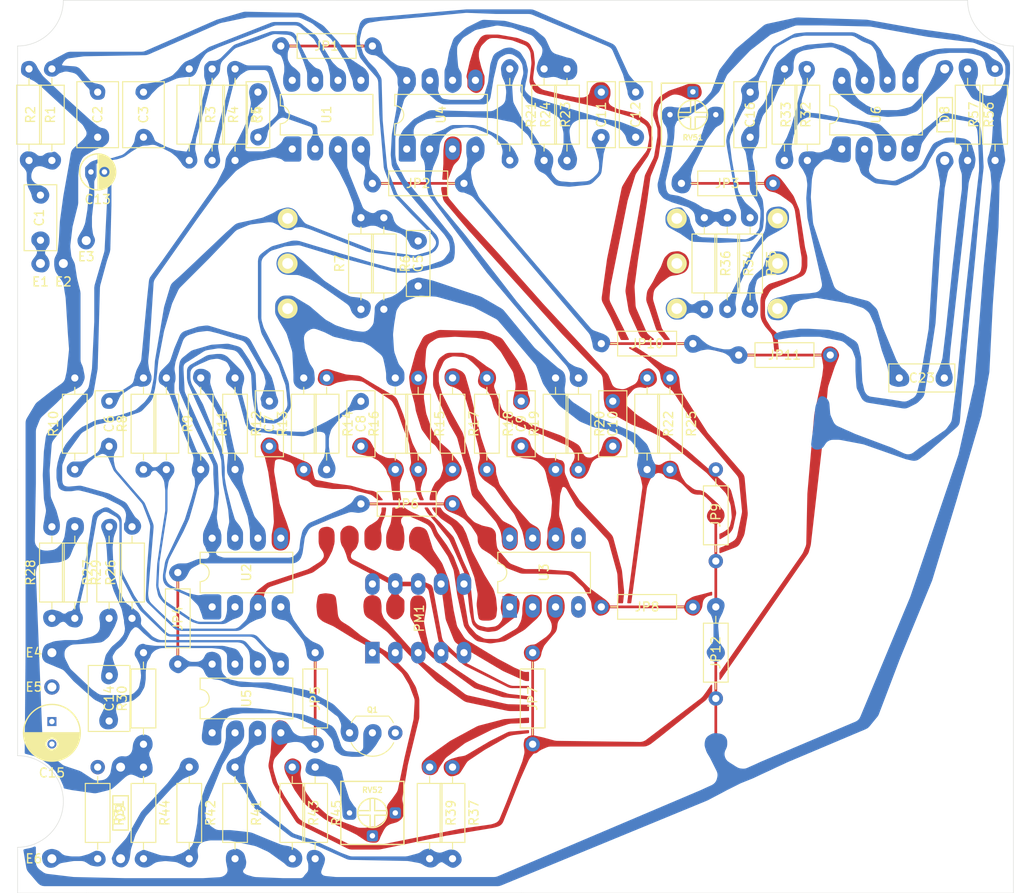
<source format=kicad_pcb>
(kicad_pcb (version 20171130) (host pcbnew "(5.1.4)-1")
  (layers (0 F.Cu signal) (31 B.Cu signal) (34 B.Paste user) (35 F.Paste user) (36 B.SilkS user) (37 F.SilkS user hide) (38 B.Mask user) (39 F.Mask user) (44 Edge.Cuts user))
  (net 0 "")
  (net 1 "Net-(C1-Pad2)")
  (net 2 SEND)
  (net 3 "Net-(C2-Pad1)")
  (net 4 GND)
  (net 5 "Net-(C13-Pad1)")
  (net 6 "Net-(C3-Pad1)")
  (net 7 PHASER_IN)
  (net 8 "Net-(C4-Pad1)")
  (net 9 "Net-(C5-Pad1)")
  (net 10 "Net-(C6-Pad2)")
  (net 11 "Net-(C7-Pad2)")
  (net 12 "Net-(C7-Pad1)")
  (net 13 "Net-(C8-Pad2)")
  (net 14 "Net-(C8-Pad1)")
  (net 15 "Net-(C9-Pad2)")
  (net 16 "Net-(C9-Pad1)")
  (net 17 "Net-(C10-Pad2)")
  (net 18 "Net-(C10-Pad1)")
  (net 19 "Net-(C11-Pad2)")
  (net 20 "Net-(C11-Pad1)")
  (net 21 "Net-(C12-Pad2)")
  (net 22 PHASER_OUT)
  (net 23 "Net-(C13-Pad2)")
  (net 24 "Net-(C14-Pad2)")
  (net 25 "Net-(C14-Pad1)")
  (net 26 "Net-(C15-Pad2)")
  (net 27 "Net-(C16-Pad2)")
  (net 28 "Net-(C16-Pad1)")
  (net 29 "Net-(C23-Pad2)")
  (net 30 "Net-(C23-Pad1)")
  (net 31 "Net-(D8-Pad2)")
  (net 32 VCC)
  (net 33 "Net-(D9-Pad1)")
  (net 34 "Net-(R7-Pad1)")
  (net 35 "Net-(R8-Pad1)")
  (net 36 "Net-(R11-Pad1)")
  (net 37 "Net-(R14-Pad1)")
  (net 38 "Net-(R17-Pad1)")
  (net 39 "Net-(R20-Pad1)")
  (net 40 "Net-(R23-Pad1)")
  (net 41 "Net-(R28-Pad1)")
  (net 42 RETURN)
  (net 43 "Net-(R32-Pad2)")
  (net 44 "Net-(R34-Pad2)")
  (net 45 "Net-(R35-Pad2)")
  (net 46 "Net-(R36-Pad2)")
  (net 47 "Net-(R37-Pad2)")
  (net 48 "Net-(R37-Pad1)")
  (net 49 "Net-(R39-Pad1)")
  (net 50 "Net-(R42-Pad2)")
  (net 51 "Net-(R45-Pad1)")
  (net 52 "Net-(R57-Pad2)")
  (net 53 VSS)
  (net 54 "Net-(PM1-Pad2)")
  (net 55 "Net-(Q1-Pad2)")
  (net 56 "Net-(PM1-Pad1)")
  (net 57 "Net-(C15-Pad1)")
  (module Resistors_THT:R_CC25_P10.16_H_27k (layer F.Cu) (at 198.628 59.69 90)
    (fp_text reference R57 (at 0 -2.37 90) (layer F.SilkS))
    (fp_text value 27k)
    (pad 2 thru_hole oval (at 5.08 0 90) (size 1.6 1.6) (drill 0.8) (layers *.Cu *.Mask) (net 52 "Net-(R57-Pad2)"))
    (pad 1 thru_hole circle (at -5.08 0 90) (size 1.6 1.6) (drill 0.8) (layers *.Cu *.Mask) (net 4 GND))
  )
  (module Resistors_THT:R_CC25_P10.16_H_100k (layer F.Cu) (at 195.58 59.69 270)
    (fp_text reference R56 (at 0 -2.37 90) (layer F.SilkS))
    (fp_text value 100k)
    (pad 2 thru_hole oval (at 5.08 0 270) (size 1.6 1.6) (drill 0.8) (layers *.Cu *.Mask) (net 30 "Net-(C23-Pad1)"))
    (pad 1 thru_hole circle (at -5.08 0 270) (size 1.6 1.6) (drill 0.8) (layers *.Cu *.Mask) (net 4 GND))
  )
  (module Resistors_THT:R_CC25_P10.16_H_220R (layer F.Cu) (at 123.19 137.16 270)
    (fp_text reference R45 (at 0 -2.37 90) (layer F.SilkS))
    (fp_text value 220R)
    (pad 2 thru_hole oval (at 5.08 0 270) (size 1.6 1.6) (drill 0.8) (layers *.Cu *.Mask) (net 4 GND))
    (pad 1 thru_hole circle (at -5.08 0 270) (size 1.6 1.6) (drill 0.8) (layers *.Cu *.Mask) (net 51 "Net-(R45-Pad1)"))
  )
  (module Resistors_THT:R_CC25_P10.16_H_68k (layer F.Cu) (at 104.14 137.16 270)
    (fp_text reference R44 (at 0 -2.37 90) (layer F.SilkS))
    (fp_text value 68k)
    (pad 2 thru_hole oval (at 5.08 0 270) (size 1.6 1.6) (drill 0.8) (layers *.Cu *.Mask) (net 50 "Net-(R42-Pad2)"))
    (pad 1 thru_hole circle (at -5.08 0 270) (size 1.6 1.6) (drill 0.8) (layers *.Cu *.Mask) (net 4 GND))
  )
  (module Resistors_THT:R_CC25_P10.16_H_220k (layer F.Cu) (at 120.65 137.16 270)
    (fp_text reference R43 (at 0 -2.37 90) (layer F.SilkS))
    (fp_text value 220k)
    (pad 2 thru_hole oval (at 5.08 0 270) (size 1.6 1.6) (drill 0.8) (layers *.Cu *.Mask) (net 50 "Net-(R42-Pad2)"))
    (pad 1 thru_hole circle (at -5.08 0 270) (size 1.6 1.6) (drill 0.8) (layers *.Cu *.Mask) (net 56 "Net-(PM1-Pad1)"))
  )
  (module Resistors_THT:R_CC25_P10.16_H_10k (layer F.Cu) (at 109.22 137.16 270)
    (fp_text reference R42 (at 0 -2.37 90) (layer F.SilkS))
    (fp_text value 10k)
    (pad 2 thru_hole oval (at 5.08 0 270) (size 1.6 1.6) (drill 0.8) (layers *.Cu *.Mask) (net 50 "Net-(R42-Pad2)"))
    (pad 1 thru_hole circle (at -5.08 0 270) (size 1.6 1.6) (drill 0.8) (layers *.Cu *.Mask) (net 33 "Net-(D9-Pad1)"))
  )
  (module Resistors_THT:R_CC25_P10.16_H_3.3k (layer F.Cu) (at 114.3 137.16 270)
    (fp_text reference R41 (at 0 -2.37 90) (layer F.SilkS))
    (fp_text value 3k3)
    (pad 2 thru_hole oval (at 5.08 0 270) (size 1.6 1.6) (drill 0.8) (layers *.Cu *.Mask) (net 4 GND))
    (pad 1 thru_hole circle (at -5.08 0 270) (size 1.6 1.6) (drill 0.8) (layers *.Cu *.Mask) (net 47 "Net-(R37-Pad2)"))
  )
  (module Resistors_THT:R_CC25_P10.16_H_47k (layer F.Cu) (at 135.89 137.16 270)
    (fp_text reference R39 (at 0 -2.37 90) (layer F.SilkS))
    (fp_text value 47k)
    (pad 2 thru_hole oval (at 5.08 0 270) (size 1.6 1.6) (drill 0.8) (layers *.Cu *.Mask) (net 47 "Net-(R37-Pad2)"))
    (pad 1 thru_hole circle (at -5.08 0 270) (size 1.6 1.6) (drill 0.8) (layers *.Cu *.Mask) (net 49 "Net-(R39-Pad1)"))
  )
  (module Resistors_THT:R_CC25_P10.16_H_82k (layer F.Cu) (at 138.43 137.16 270)
    (fp_text reference R37 (at 0 -2.37 90) (layer F.SilkS))
    (fp_text value 82k)
    (pad 2 thru_hole oval (at 5.08 0 270) (size 1.6 1.6) (drill 0.8) (layers *.Cu *.Mask) (net 47 "Net-(R37-Pad2)"))
    (pad 1 thru_hole circle (at -5.08 0 270) (size 1.6 1.6) (drill 0.8) (layers *.Cu *.Mask) (net 48 "Net-(R37-Pad1)"))
  )
  (module Resistors_THT:R_CC25_P10.16_H_560R (layer F.Cu) (at 166.37 76.2 270)
    (fp_text reference R36 (at 0 -2.37 90) (layer F.SilkS))
    (fp_text value 560R)
    (pad 2 thru_hole oval (at 5.08 0 270) (size 1.6 1.6) (drill 0.8) (layers *.Cu *.Mask) (net 46 "Net-(R36-Pad2)"))
    (pad 1 thru_hole circle (at -5.08 0 270) (size 1.6 1.6) (drill 0.8) (layers *.Cu *.Mask) (net 4 GND))
  )
  (module Resistors_THT:R_CC25_P10.16_H_27k (layer F.Cu) (at 171.45 76.2 270)
    (fp_text reference R35 (at 0 -2.37 90) (layer F.SilkS))
    (fp_text value 27k)
    (pad 2 thru_hole oval (at 5.08 0 270) (size 1.6 1.6) (drill 0.8) (layers *.Cu *.Mask) (net 45 "Net-(R35-Pad2)"))
    (pad 1 thru_hole circle (at -5.08 0 270) (size 1.6 1.6) (drill 0.8) (layers *.Cu *.Mask) (net 28 "Net-(C16-Pad1)"))
  )
  (module Resistors_THT:R_CC25_P10.16_H_82R (layer F.Cu) (at 168.91 76.2 270)
    (fp_text reference R34 (at 0 -2.37 90) (layer F.SilkS))
    (fp_text value 82R)
    (pad 2 thru_hole oval (at 5.08 0 270) (size 1.6 1.6) (drill 0.8) (layers *.Cu *.Mask) (net 44 "Net-(R34-Pad2)"))
    (pad 1 thru_hole circle (at -5.08 0 270) (size 1.6 1.6) (drill 0.8) (layers *.Cu *.Mask) (net 4 GND))
  )
  (module Resistors_THT:R_CC25_P10.16_H_56k (layer F.Cu) (at 177.8 59.69 90)
    (fp_text reference R33 (at 0 -2.37 90) (layer F.SilkS))
    (fp_text value 56k)
    (pad 2 thru_hole oval (at 5.08 0 90) (size 1.6 1.6) (drill 0.8) (layers *.Cu *.Mask) (net 43 "Net-(R32-Pad2)"))
    (pad 1 thru_hole circle (at -5.08 0 90) (size 1.6 1.6) (drill 0.8) (layers *.Cu *.Mask) (net 29 "Net-(C23-Pad2)"))
  )
  (module Resistors_THT:R_CC25_P10.16_H_47k (layer F.Cu) (at 175.26 59.69 270)
    (fp_text reference R32 (at 0 -2.37 90) (layer F.SilkS))
    (fp_text value 47k)
    (pad 2 thru_hole oval (at 5.08 0 270) (size 1.6 1.6) (drill 0.8) (layers *.Cu *.Mask) (net 43 "Net-(R32-Pad2)"))
    (pad 1 thru_hole circle (at -5.08 0 270) (size 1.6 1.6) (drill 0.8) (layers *.Cu *.Mask) (net 27 "Net-(C16-Pad2)"))
  )
  (module Resistors_THT:R_CC25_P10.16_H_560R (layer F.Cu) (at 99.06 137.16 270)
    (fp_text reference R31 (at 0 -2.37 90) (layer F.SilkS))
    (fp_text value 560R)
    (pad 2 thru_hole oval (at 5.08 0 270) (size 1.6 1.6) (drill 0.8) (layers *.Cu *.Mask) (net 42 RETURN))
    (pad 1 thru_hole circle (at -5.08 0 270) (size 1.6 1.6) (drill 0.8) (layers *.Cu *.Mask) (net 26 "Net-(C15-Pad2)"))
  )
  (module Resistors_THT:R_CC25_P10.16_H_27k (layer F.Cu) (at 104.14 124.46 90)
    (fp_text reference R30 (at 0 -2.37 90) (layer F.SilkS))
    (fp_text value 27k)
    (pad 2 thru_hole oval (at 5.08 0 90) (size 1.6 1.6) (drill 0.8) (layers *.Cu *.Mask) (net 24 "Net-(C14-Pad2)"))
    (pad 1 thru_hole circle (at -5.08 0 90) (size 1.6 1.6) (drill 0.8) (layers *.Cu *.Mask) (net 4 GND))
  )
  (module Resistors_THT:R_CC25_P10.16_H_8.2k (layer F.Cu) (at 96.52 110.49 270)
    (fp_text reference R29 (at 0 -2.37 90) (layer F.SilkS))
    (fp_text value 8k2)
    (pad 2 thru_hole oval (at 5.08 0 270) (size 1.6 1.6) (drill 0.8) (layers *.Cu *.Mask) (net 41 "Net-(R28-Pad1)"))
    (pad 1 thru_hole circle (at -5.08 0 270) (size 1.6 1.6) (drill 0.8) (layers *.Cu *.Mask) (net 4 GND))
  )
  (module Resistors_THT:R_CC25_P10.16_H_10k (layer F.Cu) (at 93.98 110.49 90)
    (fp_text reference R28 (at 0 -2.37 90) (layer F.SilkS))
    (fp_text value 10k)
    (pad 2 thru_hole oval (at 5.08 0 90) (size 1.6 1.6) (drill 0.8) (layers *.Cu *.Mask) (net 23 "Net-(C13-Pad2)"))
    (pad 1 thru_hole circle (at -5.08 0 90) (size 1.6 1.6) (drill 0.8) (layers *.Cu *.Mask) (net 41 "Net-(R28-Pad1)"))
  )
  (module Resistors_THT:R_CC25_P10.16_H_8.2k (layer F.Cu) (at 100.33 110.49 90)
    (fp_text reference R27 (at 0 -2.37 90) (layer F.SilkS))
    (fp_text value 8k2)
    (pad 2 thru_hole oval (at 5.08 0 90) (size 1.6 1.6) (drill 0.8) (layers *.Cu *.Mask) (net 25 "Net-(C14-Pad1)"))
    (pad 1 thru_hole circle (at -5.08 0 90) (size 1.6 1.6) (drill 0.8) (layers *.Cu *.Mask) (net 24 "Net-(C14-Pad2)"))
  )
  (module Resistors_THT:R_CC25_P10.16_H_10k (layer F.Cu) (at 102.87 110.49 90)
    (fp_text reference R26 (at 0 -2.37 90) (layer F.SilkS))
    (fp_text value 10k)
    (pad 2 thru_hole oval (at 5.08 0 90) (size 1.6 1.6) (drill 0.8) (layers *.Cu *.Mask) (net 21 "Net-(C12-Pad2)"))
    (pad 1 thru_hole circle (at -5.08 0 90) (size 1.6 1.6) (drill 0.8) (layers *.Cu *.Mask) (net 25 "Net-(C14-Pad1)"))
  )
  (module Resistors_THT:R_CC25_P10.16_H_220k (layer F.Cu) (at 162.56 93.98 270)
    (fp_text reference R25 (at 0 -2.37 90) (layer F.SilkS))
    (fp_text value 220k)
    (pad 2 thru_hole oval (at 5.08 0 270) (size 1.6 1.6) (drill 0.8) (layers *.Cu *.Mask) (net 4 GND))
    (pad 1 thru_hole circle (at -5.08 0 270) (size 1.6 1.6) (drill 0.8) (layers *.Cu *.Mask) (net 19 "Net-(C11-Pad2)"))
  )
  (module Resistors_THT:R_CC25_P10.16_H_4.7k (layer F.Cu) (at 151.13 59.69 90)
    (fp_text reference R24 (at 0 -2.37 90) (layer F.SilkS))
    (fp_text value 4k7)
    (pad 2 thru_hole oval (at 5.08 0 90) (size 1.6 1.6) (drill 0.8) (layers *.Cu *.Mask) (net 40 "Net-(R23-Pad1)"))
    (pad 1 thru_hole circle (at -5.08 0 90) (size 1.6 1.6) (drill 0.8) (layers *.Cu *.Mask) (net 22 PHASER_OUT))
  )
  (module Resistors_THT:R_CC25_P10.16_H_4.7k (layer F.Cu) (at 148.59 59.69 270)
    (fp_text reference R23 (at 0 -2.37 90) (layer F.SilkS))
    (fp_text value 4k7)
    (pad 2 thru_hole oval (at 5.08 0 270) (size 1.6 1.6) (drill 0.8) (layers *.Cu *.Mask) (net 20 "Net-(C11-Pad1)"))
    (pad 1 thru_hole circle (at -5.08 0 270) (size 1.6 1.6) (drill 0.8) (layers *.Cu *.Mask) (net 40 "Net-(R23-Pad1)"))
  )
  (module Resistors_THT:R_CC25_P10.16_H_220k (layer F.Cu) (at 160.02 93.98 270)
    (fp_text reference R22 (at 0 -2.37 90) (layer F.SilkS))
    (fp_text value 220k)
    (pad 2 thru_hole oval (at 5.08 0 270) (size 1.6 1.6) (drill 0.8) (layers *.Cu *.Mask) (net 4 GND))
    (pad 1 thru_hole circle (at -5.08 0 270) (size 1.6 1.6) (drill 0.8) (layers *.Cu *.Mask) (net 17 "Net-(C10-Pad2)"))
  )
  (module Resistors_THT:R_CC25_P10.16_H_4.7k (layer F.Cu) (at 144.78 59.69 270)
    (fp_text reference R21 (at 0 -2.37 90) (layer F.SilkS))
    (fp_text value 4k7)
    (pad 2 thru_hole oval (at 5.08 0 270) (size 1.6 1.6) (drill 0.8) (layers *.Cu *.Mask) (net 39 "Net-(R20-Pad1)"))
    (pad 1 thru_hole circle (at -5.08 0 270) (size 1.6 1.6) (drill 0.8) (layers *.Cu *.Mask) (net 20 "Net-(C11-Pad1)"))
  )
  (module Resistors_THT:R_CC25_P10.16_H_4.7k (layer F.Cu) (at 152.4 93.98 270)
    (fp_text reference R20 (at 0 -2.37 90) (layer F.SilkS))
    (fp_text value 4k7)
    (pad 2 thru_hole oval (at 5.08 0 270) (size 1.6 1.6) (drill 0.8) (layers *.Cu *.Mask) (net 18 "Net-(C10-Pad1)"))
    (pad 1 thru_hole circle (at -5.08 0 270) (size 1.6 1.6) (drill 0.8) (layers *.Cu *.Mask) (net 39 "Net-(R20-Pad1)"))
  )
  (module Resistors_THT:R_CC25_P10.16_H_220k (layer F.Cu) (at 149.86 93.98 90)
    (fp_text reference R19 (at 0 -2.37 90) (layer F.SilkS))
    (fp_text value 220k)
    (pad 2 thru_hole oval (at 5.08 0 90) (size 1.6 1.6) (drill 0.8) (layers *.Cu *.Mask) (net 4 GND))
    (pad 1 thru_hole circle (at -5.08 0 90) (size 1.6 1.6) (drill 0.8) (layers *.Cu *.Mask) (net 15 "Net-(C9-Pad2)"))
  )
  (module Resistors_THT:R_CC25_P10.16_H_4.7k (layer F.Cu) (at 142.24 93.98 270)
    (fp_text reference R18 (at 0 -2.37 90) (layer F.SilkS))
    (fp_text value 4k7)
    (pad 2 thru_hole oval (at 5.08 0 270) (size 1.6 1.6) (drill 0.8) (layers *.Cu *.Mask) (net 38 "Net-(R17-Pad1)"))
    (pad 1 thru_hole circle (at -5.08 0 270) (size 1.6 1.6) (drill 0.8) (layers *.Cu *.Mask) (net 18 "Net-(C10-Pad1)"))
  )
  (module Resistors_THT:R_CC25_P10.16_H_4.7k (layer F.Cu) (at 138.43 93.98 270)
    (fp_text reference R17 (at 0 -2.37 90) (layer F.SilkS))
    (fp_text value 4k7)
    (pad 2 thru_hole oval (at 5.08 0 270) (size 1.6 1.6) (drill 0.8) (layers *.Cu *.Mask) (net 16 "Net-(C9-Pad1)"))
    (pad 1 thru_hole circle (at -5.08 0 270) (size 1.6 1.6) (drill 0.8) (layers *.Cu *.Mask) (net 38 "Net-(R17-Pad1)"))
  )
  (module Resistors_THT:R_CC25_P10.16_H_220k (layer F.Cu) (at 132.08 93.98 90)
    (fp_text reference R16 (at 0 -2.37 90) (layer F.SilkS))
    (fp_text value 220k)
    (pad 2 thru_hole oval (at 5.08 0 90) (size 1.6 1.6) (drill 0.8) (layers *.Cu *.Mask) (net 4 GND))
    (pad 1 thru_hole circle (at -5.08 0 90) (size 1.6 1.6) (drill 0.8) (layers *.Cu *.Mask) (net 13 "Net-(C8-Pad2)"))
  )
  (module Resistors_THT:R_CC25_P10.16_H_4.7k (layer F.Cu) (at 134.62 93.98 270)
    (fp_text reference R15 (at 0 -2.37 90) (layer F.SilkS))
    (fp_text value 4k7)
    (pad 2 thru_hole oval (at 5.08 0 270) (size 1.6 1.6) (drill 0.8) (layers *.Cu *.Mask) (net 37 "Net-(R14-Pad1)"))
    (pad 1 thru_hole circle (at -5.08 0 270) (size 1.6 1.6) (drill 0.8) (layers *.Cu *.Mask) (net 16 "Net-(C9-Pad1)"))
  )
  (module Resistors_THT:R_CC25_P10.16_H_4.7k (layer F.Cu) (at 124.46 93.98 270)
    (fp_text reference R14 (at 0 -2.37 90) (layer F.SilkS))
    (fp_text value 4k7)
    (pad 2 thru_hole oval (at 5.08 0 270) (size 1.6 1.6) (drill 0.8) (layers *.Cu *.Mask) (net 14 "Net-(C8-Pad1)"))
    (pad 1 thru_hole circle (at -5.08 0 270) (size 1.6 1.6) (drill 0.8) (layers *.Cu *.Mask) (net 37 "Net-(R14-Pad1)"))
  )
  (module Resistors_THT:R_CC25_P10.16_H_220k (layer F.Cu) (at 121.92 93.98 90)
    (fp_text reference R13 (at 0 -2.37 90) (layer F.SilkS))
    (fp_text value 220k)
    (pad 2 thru_hole oval (at 5.08 0 90) (size 1.6 1.6) (drill 0.8) (layers *.Cu *.Mask) (net 4 GND))
    (pad 1 thru_hole circle (at -5.08 0 90) (size 1.6 1.6) (drill 0.8) (layers *.Cu *.Mask) (net 11 "Net-(C7-Pad2)"))
  )
  (module Resistors_THT:R_CC25_P10.16_H_4.7k (layer F.Cu) (at 114.3 93.98 270)
    (fp_text reference R12 (at 0 -2.37 90) (layer F.SilkS))
    (fp_text value 4k7)
    (pad 2 thru_hole oval (at 5.08 0 270) (size 1.6 1.6) (drill 0.8) (layers *.Cu *.Mask) (net 36 "Net-(R11-Pad1)"))
    (pad 1 thru_hole circle (at -5.08 0 270) (size 1.6 1.6) (drill 0.8) (layers *.Cu *.Mask) (net 14 "Net-(C8-Pad1)"))
  )
  (module Resistors_THT:R_CC25_P10.16_H_4.7k (layer F.Cu) (at 110.49 93.98 270)
    (fp_text reference R11 (at 0 -2.37 90) (layer F.SilkS))
    (fp_text value 4k7)
    (pad 2 thru_hole oval (at 5.08 0 270) (size 1.6 1.6) (drill 0.8) (layers *.Cu *.Mask) (net 12 "Net-(C7-Pad1)"))
    (pad 1 thru_hole circle (at -5.08 0 270) (size 1.6 1.6) (drill 0.8) (layers *.Cu *.Mask) (net 36 "Net-(R11-Pad1)"))
  )
  (module Resistors_THT:R_CC25_P10.16_H_220k (layer F.Cu) (at 96.52 93.98 90)
    (fp_text reference R10 (at 0 -2.37 90) (layer F.SilkS))
    (fp_text value 220k)
    (pad 2 thru_hole oval (at 5.08 0 90) (size 1.6 1.6) (drill 0.8) (layers *.Cu *.Mask) (net 4 GND))
    (pad 1 thru_hole circle (at -5.08 0 90) (size 1.6 1.6) (drill 0.8) (layers *.Cu *.Mask) (net 10 "Net-(C6-Pad2)"))
  )
  (module Resistors_THT:R_CC25_P10.16_H_4.7k (layer F.Cu) (at 106.68 93.98 270)
    (fp_text reference R9 (at 0 -2.37 90) (layer F.SilkS))
    (fp_text value 4k7)
    (pad 2 thru_hole oval (at 5.08 0 270) (size 1.6 1.6) (drill 0.8) (layers *.Cu *.Mask) (net 35 "Net-(R8-Pad1)"))
    (pad 1 thru_hole circle (at -5.08 0 270) (size 1.6 1.6) (drill 0.8) (layers *.Cu *.Mask) (net 12 "Net-(C7-Pad1)"))
  )
  (module Resistors_THT:R_CC25_P10.16_H_4.7k (layer F.Cu) (at 104.14 93.98 90)
    (fp_text reference R8 (at 0 -2.37 90) (layer F.SilkS))
    (fp_text value 4k7)
    (pad 2 thru_hole oval (at 5.08 0 90) (size 1.6 1.6) (drill 0.8) (layers *.Cu *.Mask) (net 7 PHASER_IN))
    (pad 1 thru_hole circle (at -5.08 0 90) (size 1.6 1.6) (drill 0.8) (layers *.Cu *.Mask) (net 35 "Net-(R8-Pad1)"))
  )
  (module Resistors_THT:R_CC25_P10.16_H_8.2k (layer F.Cu) (at 128.27 76.2 90)
    (fp_text reference R7 (at 0 -2.37 90) (layer F.SilkS))
    (fp_text value 8k2)
    (pad 2 thru_hole oval (at 5.08 0 90) (size 1.6 1.6) (drill 0.8) (layers *.Cu *.Mask) (net 9 "Net-(C5-Pad1)"))
    (pad 1 thru_hole circle (at -5.08 0 90) (size 1.6 1.6) (drill 0.8) (layers *.Cu *.Mask) (net 34 "Net-(R7-Pad1)"))
  )
  (module Resistors_THT:R_CC25_P10.16_H_4.7k (layer F.Cu) (at 130.81 76.2 270)
    (fp_text reference R6 (at 0 -2.37 90) (layer F.SilkS))
    (fp_text value 4k7)
    (pad 2 thru_hole oval (at 5.08 0 270) (size 1.6 1.6) (drill 0.8) (layers *.Cu *.Mask) (net 4 GND))
    (pad 1 thru_hole circle (at -5.08 0 270) (size 1.6 1.6) (drill 0.8) (layers *.Cu *.Mask) (net 9 "Net-(C5-Pad1)"))
  )
  (module Resistors_THT:R_CC25_P10.16_H_4.7k (layer F.Cu) (at 114.3 59.69 270)
    (fp_text reference R5 (at 0 -2.37 90) (layer F.SilkS))
    (fp_text value 4k7)
    (pad 2 thru_hole oval (at 5.08 0 270) (size 1.6 1.6) (drill 0.8) (layers *.Cu *.Mask) (net 7 PHASER_IN))
    (pad 1 thru_hole circle (at -5.08 0 270) (size 1.6 1.6) (drill 0.8) (layers *.Cu *.Mask) (net 8 "Net-(C4-Pad1)"))
  )
  (module Resistors_THT:R_CC25_P10.16_H_4.7k (layer F.Cu) (at 111.76 59.69 270)
    (fp_text reference R4 (at 0 -2.37 90) (layer F.SilkS))
    (fp_text value 4k7)
    (pad 2 thru_hole oval (at 5.08 0 270) (size 1.6 1.6) (drill 0.8) (layers *.Cu *.Mask) (net 8 "Net-(C4-Pad1)"))
    (pad 1 thru_hole circle (at -5.08 0 270) (size 1.6 1.6) (drill 0.8) (layers *.Cu *.Mask) (net 5 "Net-(C13-Pad1)"))
  )
  (module Resistors_THT:R_CC25_P10.16_H_390k (layer F.Cu) (at 109.22 59.69 270)
    (fp_text reference R3 (at 0 -2.37 90) (layer F.SilkS))
    (fp_text value 390k)
    (pad 2 thru_hole oval (at 5.08 0 270) (size 1.6 1.6) (drill 0.8) (layers *.Cu *.Mask) (net 5 "Net-(C13-Pad1)"))
    (pad 1 thru_hole circle (at -5.08 0 270) (size 1.6 1.6) (drill 0.8) (layers *.Cu *.Mask) (net 6 "Net-(C3-Pad1)"))
  )
  (module Resistors_THT:R_CC25_P10.16_H_3.9k (layer F.Cu) (at 93.98 59.69 90)
    (fp_text reference R2 (at 0 -2.37 90) (layer F.SilkS))
    (fp_text value 3k9)
    (pad 2 thru_hole oval (at 5.08 0 90) (size 1.6 1.6) (drill 0.8) (layers *.Cu *.Mask) (net 3 "Net-(C2-Pad1)"))
    (pad 1 thru_hole circle (at -5.08 0 90) (size 1.6 1.6) (drill 0.8) (layers *.Cu *.Mask) (net 1 "Net-(C1-Pad2)"))
  )
  (module Resistors_THT:R_CC25_P10.16_H_390k (layer F.Cu) (at 91.44 59.69 270)
    (fp_text reference R1 (at 0 -2.37 90) (layer F.SilkS))
    (fp_text value 390k)
    (pad 2 thru_hole oval (at 5.08 0 270) (size 1.6 1.6) (drill 0.8) (layers *.Cu *.Mask) (net 1 "Net-(C1-Pad2)"))
    (pad 1 thru_hole circle (at -5.08 0 270) (size 1.6 1.6) (drill 0.8) (layers *.Cu *.Mask) (net 4 GND))
  )
  (module Connectors_Wire_Pads_THT:Wire_Pad_1x01 (layer F.Cu) (at 93.98 142.24)
    (fp_text reference E6 (at -2 0 180) (layer F.SilkS))
    (fp_text value Output)
    (pad 1 thru_hole circle (at 0 0) (size 1.7 1.7) (drill 1) (layers *.Cu *.Mask) (net 42 RETURN))
  )
  (module Connectors_Wire_Pads_THT:Wire_Pad_1x01 (layer F.Cu) (at 93.98 123.19)
    (fp_text reference E5 (at -2 0 180) (layer F.SilkS))
    (fp_text value SW_COM)
    (pad 1 thru_hole circle (at 0 0) (size 1.7 1.7) (drill 1) (layers *.Cu *.Mask) (net 57 "Net-(C15-Pad1)"))
  )
  (module Connectors_Wire_Pads_THT:Wire_Pad_1x01 (layer F.Cu) (at 93.98 119.38)
    (fp_text reference E4 (at -2 0 180) (layer F.SilkS))
    (fp_text value SW_NC)
    (pad 1 thru_hole circle (at 0 0) (size 1.7 1.7) (drill 1) (layers *.Cu *.Mask) (net 24 "Net-(C14-Pad2)"))
  )
  (module Connectors_Wire_Pads_THT:Wire_Pad_1x01 (layer F.Cu) (at 97.79 73.66)
    (fp_text reference E3 (at 0 1.778 180) (layer F.SilkS))
    (fp_text value SW_NO)
    (pad 1 thru_hole circle (at 0 0) (size 1.7 1.7) (drill 1) (layers *.Cu *.Mask) (net 5 "Net-(C13-Pad1)"))
  )
  (module Connectors_Wire_Pads_THT:Wire_Pad_1x01 (layer F.Cu) (at 95.25 76.2)
    (fp_text reference E2 (at 0 2.032 180) (layer F.SilkS))
    (fp_text value Ground)
    (pad 1 thru_hole circle (at 0 0) (size 1.7 1.7) (drill 1) (layers *.Cu *.Mask) (net 4 GND))
  )
  (module Connectors_Wire_Pads_THT:Wire_Pad_1x01 (layer F.Cu) (at 92.71 76.2)
    (fp_text reference E1 (at 0 2.032 180) (layer F.SilkS))
    (fp_text value Input)
    (pad 1 thru_hole circle (at 0 0) (size 1.7 1.7) (drill 1) (layers *.Cu *.Mask) (net 2 SEND))
  )
  (module Capacitors_Electrolytic_THT:10uF_50V_6.3x5x2.5_UMA1H100MDD (layer F.Cu) (at 93.98 128.27 270)
    (fp_text reference C15 (at 4.445 0 180) (layer F.SilkS))
    (fp_text value 10u)
    (pad 2 thru_hole circle (at 1.25 0 270) (size 1 1) (drill 0.6) (layers *.Cu *.Mask) (net 26 "Net-(C15-Pad2)"))
    (pad 1 thru_hole rect (at -1.25 0 270) (size 1 1) (drill 0.6) (layers *.Cu *.Mask) (net 57 "Net-(C15-Pad1)"))
  )
  (module Capacitors_Electrolytic_THT:1.0uF_50V_4x5x1.5_UMA1H010MDD (layer F.Cu) (at 99.06 66.04)
    (fp_text reference C13 (at 0 3.048) (layer F.SilkS))
    (fp_text value 1u)
    (pad 2 thru_hole circle (at 0.75 0) (size 1 1) (drill 0.6) (layers *.Cu *.Mask) (net 23 "Net-(C13-Pad2)"))
    (pad 1 thru_hole rect (at -0.75 0) (size 1 1) (drill 0.6) (layers *.Cu *.Mask) (net 5 "Net-(C13-Pad1)"))
  )
  (module Transistors_BJT_THT:ON_Semi_2N3904TAR (layer F.Cu) (at 129.54 128.27 180)
    (fp_text reference Q1 (at 0 2.54) (layer F.SilkS) (effects (font (size 0.6 0.6) (thickness 0.127))))
    (fp_text value ON_Semi_2N3904TAR)
    (pad 1 thru_hole circle (at -2.54 0 270) (size 1.6 1.6) (drill 0.8) (layers *.Cu *.Mask) (net 54 "Net-(PM1-Pad2)"))
    (pad 3 thru_hole circle (at 2.54 0 270) (size 1.6 1.6) (drill 0.8) (layers *.Cu *.Mask) (net 32 VCC))
    (pad 2 thru_hole circle (at 0 0 270) (size 1.6 1.6) (drill 0.8) (layers *.Cu *.Mask) (net 55 "Net-(Q1-Pad2)"))
  )
  (module Potentiometers_Trimmers_THT:Bourns_3362P-1-104 (layer F.Cu) (at 129.54 137.16 180)
    (fp_text reference RV52 (at 0 2.54) (layer F.SilkS) (effects (font (size 0.6 0.6) (thickness 0.127))))
    (fp_text value 1k)
    (pad 2 thru_hole roundrect (at 0 -2.54 180) (size 1.25 1.25) (drill 0.6) (layers *.Cu *.Mask) (net 56 "Net-(PM1-Pad1)"))
    (pad 1 thru_hole roundrect (at -2.54 0 180) (size 1.25 1.25) (drill 0.6) (layers *.Cu *.Mask) (net 56 "Net-(PM1-Pad1)"))
    (pad 3 thru_hole roundrect (at 2.54 0 180) (size 1.25 1.25) (drill 0.6) (layers *.Cu *.Mask) (net 51 "Net-(R45-Pad1)"))
  )
  (module Potentiometers_Trimmers_THT:Bourns_3362P-1-104 (layer F.Cu) (at 165.1 59.69)
    (fp_text reference RV51 (at 0 2.54) (layer F.SilkS) (effects (font (size 0.6 0.6) (thickness 0.127))))
    (fp_text value 10k)
    (pad 2 thru_hole roundrect (at 0 -2.54) (size 1.25 1.25) (drill 0.6) (layers *.Cu *.Mask) (net 49 "Net-(R39-Pad1)"))
    (pad 1 thru_hole roundrect (at -2.54 0) (size 1.25 1.25) (drill 0.6) (layers *.Cu *.Mask) (net 4 GND))
    (pad 3 thru_hole roundrect (at 2.54 0) (size 1.25 1.25) (drill 0.6) (layers *.Cu *.Mask) (net 32 VCC))
  )
  (module Resistors_THT:R_CF25_P10.16_H (layer F.Cu) (at 167.64 119.38 90)
    (fp_text reference JP12 (at 0 0 90) (layer F.SilkS))
    (fp_text value 0R)
    (pad 2 thru_hole oval (at 5.08 0 90) (size 1.6 1.6) (drill 0.8) (layers *.Cu *.Mask) (net 4 GND))
    (pad 1 thru_hole circle (at -5.08 0 90) (size 1.6 1.6) (drill 0.8) (layers *.Cu *.Mask) (net 4 GND))
  )
  (module Resistors_THT:R_CF25_P10.16_H (layer F.Cu) (at 175.26 86.36 180)
    (fp_text reference JP11 (at 0 0) (layer F.SilkS))
    (fp_text value 0R)
    (pad 2 thru_hole oval (at 5.08 0 180) (size 1.6 1.6) (drill 0.8) (layers *.Cu *.Mask) (net 53 VSS))
    (pad 1 thru_hole circle (at -5.08 0 180) (size 1.6 1.6) (drill 0.8) (layers *.Cu *.Mask) (net 53 VSS))
  )
  (module Resistors_THT:R_CF25_P10.16_H (layer F.Cu) (at 160.02 85.09 180)
    (fp_text reference JP10 (at 0 0) (layer F.SilkS))
    (fp_text value 0R)
    (pad 2 thru_hole oval (at 5.08 0 180) (size 1.6 1.6) (drill 0.8) (layers *.Cu *.Mask) (net 53 VSS))
    (pad 1 thru_hole circle (at -5.08 0 180) (size 1.6 1.6) (drill 0.8) (layers *.Cu *.Mask) (net 53 VSS))
  )
  (module Resistors_THT:R_CF25_P10.16_H (layer F.Cu) (at 167.64 104.14 90)
    (fp_text reference JP9 (at 0 0 90) (layer F.SilkS))
    (fp_text value 0R)
    (pad 2 thru_hole oval (at 5.08 0 90) (size 1.6 1.6) (drill 0.8) (layers *.Cu *.Mask) (net 4 GND))
    (pad 1 thru_hole circle (at -5.08 0 90) (size 1.6 1.6) (drill 0.8) (layers *.Cu *.Mask) (net 4 GND))
  )
  (module Resistors_THT:R_CF25_P10.16_H (layer F.Cu) (at 160.02 114.3 180)
    (fp_text reference JP8 (at 0 0) (layer F.SilkS))
    (fp_text value 0R)
    (pad 2 thru_hole oval (at 5.08 0 180) (size 1.6 1.6) (drill 0.8) (layers *.Cu *.Mask) (net 32 VCC))
    (pad 1 thru_hole circle (at -5.08 0 180) (size 1.6 1.6) (drill 0.8) (layers *.Cu *.Mask) (net 32 VCC))
  )
  (module Resistors_THT:R_CF25_P10.16_H (layer F.Cu) (at 147.32 124.46 270)
    (fp_text reference JP7 (at 0 0 90) (layer F.SilkS))
    (fp_text value 0R)
    (pad 2 thru_hole oval (at 5.08 0 270) (size 1.6 1.6) (drill 0.8) (layers *.Cu *.Mask) (net 53 VSS))
    (pad 1 thru_hole circle (at -5.08 0 270) (size 1.6 1.6) (drill 0.8) (layers *.Cu *.Mask) (net 53 VSS))
  )
  (module Resistors_THT:R_CF25_P10.16_H (layer F.Cu) (at 133.35 102.87 180)
    (fp_text reference JP6 (at 0 0) (layer F.SilkS))
    (fp_text value 0R)
    (pad 2 thru_hole oval (at 5.08 0 180) (size 1.6 1.6) (drill 0.8) (layers *.Cu *.Mask) (net 32 VCC))
    (pad 1 thru_hole circle (at -5.08 0 180) (size 1.6 1.6) (drill 0.8) (layers *.Cu *.Mask) (net 32 VCC))
  )
  (module Resistors_THT:R_CF25_P10.16_H (layer F.Cu) (at 123.19 124.46 90)
    (fp_text reference JP5 (at 0 0 90) (layer F.SilkS))
    (fp_text value 0R)
    (pad 2 thru_hole oval (at 5.08 0 90) (size 1.6 1.6) (drill 0.8) (layers *.Cu *.Mask) (net 53 VSS))
    (pad 1 thru_hole circle (at -5.08 0 90) (size 1.6 1.6) (drill 0.8) (layers *.Cu *.Mask) (net 53 VSS))
  )
  (module Resistors_THT:R_CF25_P10.16_H (layer F.Cu) (at 107.95 115.57 90)
    (fp_text reference JP4 (at 0 0 90) (layer F.SilkS))
    (fp_text value 0R)
    (pad 2 thru_hole oval (at 5.08 0 90) (size 1.6 1.6) (drill 0.8) (layers *.Cu *.Mask) (net 32 VCC))
    (pad 1 thru_hole circle (at -5.08 0 90) (size 1.6 1.6) (drill 0.8) (layers *.Cu *.Mask) (net 32 VCC))
  )
  (module Resistors_THT:R_CF25_P10.16_H (layer F.Cu) (at 168.91 67.31)
    (fp_text reference JP3 (at 0 0) (layer F.SilkS))
    (fp_text value 0R)
    (pad 2 thru_hole oval (at 5.08 0) (size 1.6 1.6) (drill 0.8) (layers *.Cu *.Mask) (net 32 VCC))
    (pad 1 thru_hole circle (at -5.08 0) (size 1.6 1.6) (drill 0.8) (layers *.Cu *.Mask) (net 32 VCC))
  )
  (module Resistors_THT:R_CF25_P10.16_H (layer F.Cu) (at 134.62 67.31)
    (fp_text reference JP2 (at 0 0) (layer F.SilkS))
    (fp_text value 0R)
    (pad 2 thru_hole oval (at 5.08 0) (size 1.6 1.6) (drill 0.8) (layers *.Cu *.Mask) (net 53 VSS))
    (pad 1 thru_hole circle (at -5.08 0) (size 1.6 1.6) (drill 0.8) (layers *.Cu *.Mask) (net 53 VSS))
  )
  (module Resistors_THT:R_CF25_P10.16_H (layer F.Cu) (at 124.46 52.07)
    (fp_text reference JP1 (at 0 0) (layer F.SilkS))
    (fp_text value 0R)
    (pad 2 thru_hole oval (at 5.08 0) (size 1.6 1.6) (drill 0.8) (layers *.Cu *.Mask) (net 32 VCC))
    (pad 1 thru_hole circle (at -5.08 0) (size 1.6 1.6) (drill 0.8) (layers *.Cu *.Mask) (net 32 VCC))
  )
  (module Various:Photomodule (layer F.Cu) (at 133.35 115.57 90)
    (fp_text reference PM1 (at 0 1.397 90) (layer F.SilkS))
    (fp_text value Photomodule)
    (pad 6 thru_hole oval (at 3.81 6.35 90) (size 2.4 1.6) (drill 0.8) (layers *.Cu *.Mask) (net 15 "Net-(C9-Pad2)"))
    (pad 5 thru_hole oval (at -3.81 6.35 90) (size 2.4 1.6) (drill 0.8) (layers *.Cu *.Mask) (net 17 "Net-(C10-Pad2)"))
    (pad 10 thru_hole oval (at 3.81 -3.81 90) (size 2.4 1.6) (drill 0.8) (layers *.Cu *.Mask) (net 10 "Net-(C6-Pad2)"))
    (pad 4 thru_hole oval (at -3.81 3.81 90) (size 2.4 1.6) (drill 0.8) (layers *.Cu *.Mask) (net 4 GND))
    (pad 9 thru_hole oval (at 3.81 -1.27 90) (size 2.4 1.6) (drill 0.8) (layers *.Cu *.Mask) (net 4 GND))
    (pad 3 thru_hole oval (at -3.81 1.27 90) (size 2.4 1.6) (drill 0.8) (layers *.Cu *.Mask) (net 19 "Net-(C11-Pad2)"))
    (pad 8 thru_hole oval (at 3.81 1.27 90) (size 2.4 1.6) (drill 0.8) (layers *.Cu *.Mask) (net 11 "Net-(C7-Pad2)"))
    (pad 2 thru_hole oval (at -3.81 -1.27 90) (size 2.4 1.6) (drill 0.8) (layers *.Cu *.Mask) (net 54 "Net-(PM1-Pad2)"))
    (pad 7 thru_hole oval (at 3.81 3.81 90) (size 2.4 1.6) (drill 0.8) (layers *.Cu *.Mask) (net 13 "Net-(C8-Pad2)"))
    (pad 1 thru_hole rect (at -3.81 -3.81 90) (size 2.4 1.6) (drill 0.8) (layers *.Cu *.Mask) (net 56 "Net-(PM1-Pad1)"))
  )
  (module Amplifiers_Operational_THT:Texas_Instruments_RC4558P (layer F.Cu) (at 137.16 59.69 90)
    (fp_text reference U4 (at 0 0 90) (layer F.SilkS))
    (fp_text value 4558)
    (pad 1 thru_hole rect (at -3.81 -3.81 90) (size 2.4 1.6) (drill 0.8) (layers *.Cu *.Mask) (net 20 "Net-(C11-Pad1)"))
    (pad 5 thru_hole oval (at 3.81 3.81 90) (size 2.4 1.6) (drill 0.8) (layers *.Cu *.Mask) (net 19 "Net-(C11-Pad2)"))
    (pad 2 thru_hole oval (at -3.81 -1.27 90) (size 2.4 1.6) (drill 0.8) (layers *.Cu *.Mask) (net 39 "Net-(R20-Pad1)"))
    (pad 6 thru_hole oval (at 3.81 1.27 90) (size 2.4 1.6) (drill 0.8) (layers *.Cu *.Mask) (net 40 "Net-(R23-Pad1)"))
    (pad 3 thru_hole oval (at -3.81 1.27 90) (size 2.4 1.6) (drill 0.8) (layers *.Cu *.Mask) (net 17 "Net-(C10-Pad2)"))
    (pad 7 thru_hole oval (at 3.81 -1.27 90) (size 2.4 1.6) (drill 0.8) (layers *.Cu *.Mask) (net 22 PHASER_OUT))
    (pad 4 thru_hole oval (at -3.81 3.81 90) (size 2.4 1.6) (drill 0.8) (layers *.Cu *.Mask) (net 53 VSS))
    (pad 8 thru_hole oval (at 3.81 -3.81 90) (size 2.4 1.6) (drill 0.8) (layers *.Cu *.Mask) (net 32 VCC))
  )
  (module Amplifiers_Operational_THT:Texas_Instruments_RC4558P (layer F.Cu) (at 148.59 110.49 90)
    (fp_text reference U3 (at 0 0 90) (layer F.SilkS))
    (fp_text value 4558)
    (pad 1 thru_hole rect (at -3.81 -3.81 90) (size 2.4 1.6) (drill 0.8) (layers *.Cu *.Mask) (net 16 "Net-(C9-Pad1)"))
    (pad 5 thru_hole oval (at 3.81 3.81 90) (size 2.4 1.6) (drill 0.8) (layers *.Cu *.Mask) (net 15 "Net-(C9-Pad2)"))
    (pad 2 thru_hole oval (at -3.81 -1.27 90) (size 2.4 1.6) (drill 0.8) (layers *.Cu *.Mask) (net 37 "Net-(R14-Pad1)"))
    (pad 6 thru_hole oval (at 3.81 1.27 90) (size 2.4 1.6) (drill 0.8) (layers *.Cu *.Mask) (net 38 "Net-(R17-Pad1)"))
    (pad 3 thru_hole oval (at -3.81 1.27 90) (size 2.4 1.6) (drill 0.8) (layers *.Cu *.Mask) (net 13 "Net-(C8-Pad2)"))
    (pad 7 thru_hole oval (at 3.81 -1.27 90) (size 2.4 1.6) (drill 0.8) (layers *.Cu *.Mask) (net 18 "Net-(C10-Pad1)"))
    (pad 4 thru_hole oval (at -3.81 3.81 90) (size 2.4 1.6) (drill 0.8) (layers *.Cu *.Mask) (net 53 VSS))
    (pad 8 thru_hole oval (at 3.81 -3.81 90) (size 2.4 1.6) (drill 0.8) (layers *.Cu *.Mask) (net 32 VCC))
  )
  (module Amplifiers_Operational_THT:Texas_Instruments_RC4558P (layer F.Cu) (at 115.57 110.49 90)
    (fp_text reference U2 (at 0 0 90) (layer F.SilkS))
    (fp_text value 4558)
    (pad 1 thru_hole rect (at -3.81 -3.81 90) (size 2.4 1.6) (drill 0.8) (layers *.Cu *.Mask) (net 12 "Net-(C7-Pad1)"))
    (pad 5 thru_hole oval (at 3.81 3.81 90) (size 2.4 1.6) (drill 0.8) (layers *.Cu *.Mask) (net 11 "Net-(C7-Pad2)"))
    (pad 2 thru_hole oval (at -3.81 -1.27 90) (size 2.4 1.6) (drill 0.8) (layers *.Cu *.Mask) (net 35 "Net-(R8-Pad1)"))
    (pad 6 thru_hole oval (at 3.81 1.27 90) (size 2.4 1.6) (drill 0.8) (layers *.Cu *.Mask) (net 36 "Net-(R11-Pad1)"))
    (pad 3 thru_hole oval (at -3.81 1.27 90) (size 2.4 1.6) (drill 0.8) (layers *.Cu *.Mask) (net 10 "Net-(C6-Pad2)"))
    (pad 7 thru_hole oval (at 3.81 -1.27 90) (size 2.4 1.6) (drill 0.8) (layers *.Cu *.Mask) (net 14 "Net-(C8-Pad1)"))
    (pad 4 thru_hole oval (at -3.81 3.81 90) (size 2.4 1.6) (drill 0.8) (layers *.Cu *.Mask) (net 53 VSS))
    (pad 8 thru_hole oval (at 3.81 -3.81 90) (size 2.4 1.6) (drill 0.8) (layers *.Cu *.Mask) (net 32 VCC))
  )
  (module Amplifiers_Operational_THT:Texas_Instruments_RC4558P (layer F.Cu) (at 185.42 59.69 90)
    (fp_text reference U6 (at 0 0 90) (layer F.SilkS))
    (fp_text value 4558)
    (pad 1 thru_hole rect (at -3.81 -3.81 90) (size 2.4 1.6) (drill 0.8) (layers *.Cu *.Mask) (net 29 "Net-(C23-Pad2)"))
    (pad 5 thru_hole oval (at 3.81 3.81 90) (size 2.4 1.6) (drill 0.8) (layers *.Cu *.Mask) (net 52 "Net-(R57-Pad2)"))
    (pad 2 thru_hole oval (at -3.81 -1.27 90) (size 2.4 1.6) (drill 0.8) (layers *.Cu *.Mask) (net 30 "Net-(C23-Pad1)"))
    (pad 6 thru_hole oval (at 3.81 1.27 90) (size 2.4 1.6) (drill 0.8) (layers *.Cu *.Mask) (net 28 "Net-(C16-Pad1)"))
    (pad 3 thru_hole oval (at -3.81 1.27 90) (size 2.4 1.6) (drill 0.8) (layers *.Cu *.Mask) (net 43 "Net-(R32-Pad2)"))
    (pad 7 thru_hole oval (at 3.81 -1.27 90) (size 2.4 1.6) (drill 0.8) (layers *.Cu *.Mask) (net 27 "Net-(C16-Pad2)"))
    (pad 4 thru_hole oval (at -3.81 3.81 90) (size 2.4 1.6) (drill 0.8) (layers *.Cu *.Mask) (net 53 VSS))
    (pad 8 thru_hole oval (at 3.81 -3.81 90) (size 2.4 1.6) (drill 0.8) (layers *.Cu *.Mask) (net 31 "Net-(D8-Pad2)"))
  )
  (module Amplifiers_Operational_THT:Texas_Instruments_RC4558P (layer F.Cu) (at 115.57 124.46 90)
    (fp_text reference U5 (at 0 0 90) (layer F.SilkS))
    (fp_text value 4558)
    (pad 1 thru_hole rect (at -3.81 -3.81 90) (size 2.4 1.6) (drill 0.8) (layers *.Cu *.Mask) (net 55 "Net-(Q1-Pad2)"))
    (pad 5 thru_hole oval (at 3.81 3.81 90) (size 2.4 1.6) (drill 0.8) (layers *.Cu *.Mask) (net 41 "Net-(R28-Pad1)"))
    (pad 2 thru_hole oval (at -3.81 -1.27 90) (size 2.4 1.6) (drill 0.8) (layers *.Cu *.Mask) (net 50 "Net-(R42-Pad2)"))
    (pad 6 thru_hole oval (at 3.81 1.27 90) (size 2.4 1.6) (drill 0.8) (layers *.Cu *.Mask) (net 25 "Net-(C14-Pad1)"))
    (pad 3 thru_hole oval (at -3.81 1.27 90) (size 2.4 1.6) (drill 0.8) (layers *.Cu *.Mask) (net 47 "Net-(R37-Pad2)"))
    (pad 7 thru_hole oval (at 3.81 -1.27 90) (size 2.4 1.6) (drill 0.8) (layers *.Cu *.Mask) (net 24 "Net-(C14-Pad2)"))
    (pad 4 thru_hole oval (at -3.81 3.81 90) (size 2.4 1.6) (drill 0.8) (layers *.Cu *.Mask) (net 53 VSS))
    (pad 8 thru_hole oval (at 3.81 -3.81 90) (size 2.4 1.6) (drill 0.8) (layers *.Cu *.Mask) (net 32 VCC))
  )
  (module Amplifiers_Operational_THT:Texas_Instruments_RC4558P (layer F.Cu) (at 124.46 59.69 90)
    (fp_text reference U1 (at 0 0 90) (layer F.SilkS))
    (fp_text value 4558)
    (pad 1 thru_hole rect (at -3.81 -3.81 90) (size 2.4 1.6) (drill 0.8) (layers *.Cu *.Mask) (net 7 PHASER_IN))
    (pad 5 thru_hole oval (at 3.81 3.81 90) (size 2.4 1.6) (drill 0.8) (layers *.Cu *.Mask) (net 3 "Net-(C2-Pad1)"))
    (pad 2 thru_hole oval (at -3.81 -1.27 90) (size 2.4 1.6) (drill 0.8) (layers *.Cu *.Mask) (net 8 "Net-(C4-Pad1)"))
    (pad 6 thru_hole oval (at 3.81 1.27 90) (size 2.4 1.6) (drill 0.8) (layers *.Cu *.Mask) (net 6 "Net-(C3-Pad1)"))
    (pad 3 thru_hole oval (at -3.81 1.27 90) (size 2.4 1.6) (drill 0.8) (layers *.Cu *.Mask) (net 9 "Net-(C5-Pad1)"))
    (pad 7 thru_hole oval (at 3.81 -1.27 90) (size 2.4 1.6) (drill 0.8) (layers *.Cu *.Mask) (net 5 "Net-(C13-Pad1)"))
    (pad 4 thru_hole oval (at -3.81 3.81 90) (size 2.4 1.6) (drill 0.8) (layers *.Cu *.Mask) (net 53 VSS))
    (pad 8 thru_hole oval (at 3.81 -3.81 90) (size 2.4 1.6) (drill 0.8) (layers *.Cu *.Mask) (net 32 VCC))
  )
  (module Potentiometers_THT:Alpha_Taiwan_RV16AF-41 (layer F.Cu) (at 190.5 76.2 270)
    (fp_text reference RV55)
    (fp_text value A25k)
    (pad 2 thru_hole circle (at 0 16 270) (size 2.2 2.2) (drill 1.2) (layers *.Cu *.Mask F.SilkS) (net 45 "Net-(R35-Pad2)"))
    (pad 3 thru_hole circle (at 5 16 270) (size 2.2 2.2) (drill 1.2) (layers *.Cu *.Mask F.SilkS) (net 29 "Net-(C23-Pad2)"))
    (pad 1 thru_hole circle (at -5 16 270) (size 2.2 2.2) (drill 1.2) (layers *.Cu *.Mask F.SilkS) (net 44 "Net-(R34-Pad2)"))
  )
  (module Potentiometers_THT:Alpha_Taiwan_RV16AF-41 (layer F.Cu) (at 147.32 76.2 90)
    (fp_text reference RV54)
    (fp_text value B10k)
    (pad 2 thru_hole circle (at 0 16 90) (size 2.2 2.2) (drill 1.2) (layers *.Cu *.Mask F.SilkS) (net 48 "Net-(R37-Pad1)"))
    (pad 3 thru_hole circle (at 5 16 90) (size 2.2 2.2) (drill 1.2) (layers *.Cu *.Mask F.SilkS) (net 27 "Net-(C16-Pad2)"))
    (pad 1 thru_hole circle (at -5 16 90) (size 2.2 2.2) (drill 1.2) (layers *.Cu *.Mask F.SilkS) (net 46 "Net-(R36-Pad2)"))
  )
  (module Potentiometers_THT:Alpha_Taiwan_RV16AF-41 (layer F.Cu) (at 104.14 76.2 90)
    (fp_text reference RV53)
    (fp_text value B10k)
    (pad 2 thru_hole circle (at 0 16 90) (size 2.2 2.2) (drill 1.2) (layers *.Cu *.Mask F.SilkS) (net 34 "Net-(R7-Pad1)"))
    (pad 3 thru_hole circle (at 5 16 90) (size 2.2 2.2) (drill 1.2) (layers *.Cu *.Mask F.SilkS) (net 21 "Net-(C12-Pad2)"))
    (pad 1 thru_hole circle (at -5 16 90) (size 2.2 2.2) (drill 1.2) (layers *.Cu *.Mask F.SilkS) (net 4 GND))
  )
  (module Diodes_Signal_THT:DO-35_P10.16 (layer F.Cu) (at 101.6 137.16 90)
    (fp_text reference D9 (at 0 0 90) (layer F.SilkS))
    (fp_text value 4148)
    (pad 2 thru_hole circle (at 5.08 0 90) (size 1.6 1.6) (drill 1) (layers *.Cu *.Mask) (net 4 GND))
    (pad 1 thru_hole circle (at -5.08 0 90) (size 1.6 1.6) (drill 1) (layers *.Cu *.Mask) (net 33 "Net-(D9-Pad1)"))
  )
  (module Diodes_Signal_THT:DO-35_P10.16 (layer F.Cu) (at 193.04 59.69 90)
    (fp_text reference D8 (at 0 0 90) (layer F.SilkS))
    (fp_text value 1N4148WS)
    (pad 2 thru_hole circle (at 5.08 0 90) (size 1.6 1.6) (drill 1) (layers *.Cu *.Mask) (net 31 "Net-(D8-Pad2)"))
    (pad 1 thru_hole circle (at -5.08 0 90) (size 1.6 1.6) (drill 1) (layers *.Cu *.Mask) (net 32 VCC))
  )
  (module Capacitors_Film_THT:Wima_FKS2G016801B00KSSD (layer F.Cu) (at 190.5 88.9 180)
    (fp_text reference C23 (at 0 0) (layer F.SilkS))
    (fp_text value 6n8)
    (pad 2 thru_hole circle (at 2.5 0 180) (size 1.6 1.6) (drill 0.8) (layers *.Cu *.Mask) (net 29 "Net-(C23-Pad2)"))
    (pad 1 thru_hole circle (at -2.5 0 180) (size 1.6 1.6) (drill 0.8) (layers *.Cu *.Mask) (net 30 "Net-(C23-Pad1)"))
  )
  (module Capacitors_Film_THT:Wima_MKS2C034701C00KSSD (layer F.Cu) (at 171.45 59.69 270)
    (fp_text reference C16 (at 0 0 90) (layer F.SilkS))
    (fp_text value 470n)
    (pad 2 thru_hole circle (at 2.5 0 270) (size 1.6 1.6) (drill 0.8) (layers *.Cu *.Mask) (net 27 "Net-(C16-Pad2)"))
    (pad 1 thru_hole circle (at -2.5 0 270) (size 1.6 1.6) (drill 0.8) (layers *.Cu *.Mask) (net 28 "Net-(C16-Pad1)"))
  )
  (module Capacitors_Film_THT:Wima_FKP2J006801D00JSSD (layer F.Cu) (at 100.33 124.46 270)
    (fp_text reference C14 (at 0 0 90) (layer F.SilkS))
    (fp_text value 820p)
    (pad 2 thru_hole circle (at 2.5 0 270) (size 1.6 1.6) (drill 0.8) (layers *.Cu *.Mask) (net 24 "Net-(C14-Pad2)"))
    (pad 1 thru_hole circle (at -2.5 0 270) (size 1.6 1.6) (drill 0.8) (layers *.Cu *.Mask) (net 25 "Net-(C14-Pad1)"))
  )
  (module Capacitors_Film_THT:Wima_MKS2C034701C00KSSD (layer F.Cu) (at 158.75 59.69 90)
    (fp_text reference C12 (at 0 0 90) (layer F.SilkS))
    (fp_text value 470n)
    (pad 2 thru_hole circle (at 2.5 0 90) (size 1.6 1.6) (drill 0.8) (layers *.Cu *.Mask) (net 21 "Net-(C12-Pad2)"))
    (pad 1 thru_hole circle (at -2.5 0 90) (size 1.6 1.6) (drill 0.8) (layers *.Cu *.Mask) (net 22 PHASER_OUT))
  )
  (module Capacitors_Film_THT:Wima_FKS2G016801B00KSSD (layer F.Cu) (at 154.94 59.69 90)
    (fp_text reference C11 (at 0 0 90) (layer F.SilkS))
    (fp_text value 6n8)
    (pad 2 thru_hole circle (at 2.5 0 90) (size 1.6 1.6) (drill 0.8) (layers *.Cu *.Mask) (net 19 "Net-(C11-Pad2)"))
    (pad 1 thru_hole circle (at -2.5 0 90) (size 1.6 1.6) (drill 0.8) (layers *.Cu *.Mask) (net 20 "Net-(C11-Pad1)"))
  )
  (module Capacitors_Film_THT:Wima_FKS2G016801B00KSSD (layer F.Cu) (at 156.21 93.98 90)
    (fp_text reference C10 (at 0 0 90) (layer F.SilkS))
    (fp_text value 6n8)
    (pad 2 thru_hole circle (at 2.5 0 90) (size 1.6 1.6) (drill 0.8) (layers *.Cu *.Mask) (net 17 "Net-(C10-Pad2)"))
    (pad 1 thru_hole circle (at -2.5 0 90) (size 1.6 1.6) (drill 0.8) (layers *.Cu *.Mask) (net 18 "Net-(C10-Pad1)"))
  )
  (module Capacitors_Film_THT:Wima_FKS2G016801B00KSSD (layer F.Cu) (at 146.05 93.98 270)
    (fp_text reference C9 (at 0 0 90) (layer F.SilkS))
    (fp_text value 6n8)
    (pad 2 thru_hole circle (at 2.5 0 270) (size 1.6 1.6) (drill 0.8) (layers *.Cu *.Mask) (net 15 "Net-(C9-Pad2)"))
    (pad 1 thru_hole circle (at -2.5 0 270) (size 1.6 1.6) (drill 0.8) (layers *.Cu *.Mask) (net 16 "Net-(C9-Pad1)"))
  )
  (module Capacitors_Film_THT:Wima_FKS2G016801B00KSSD (layer F.Cu) (at 128.27 93.98 270)
    (fp_text reference C8 (at 0 0 90) (layer F.SilkS))
    (fp_text value 6n8)
    (pad 2 thru_hole circle (at 2.5 0 270) (size 1.6 1.6) (drill 0.8) (layers *.Cu *.Mask) (net 13 "Net-(C8-Pad2)"))
    (pad 1 thru_hole circle (at -2.5 0 270) (size 1.6 1.6) (drill 0.8) (layers *.Cu *.Mask) (net 14 "Net-(C8-Pad1)"))
  )
  (module Capacitors_Film_THT:Wima_FKS2G016801B00KSSD (layer F.Cu) (at 118.11 93.98 270)
    (fp_text reference C7 (at 0 0 90) (layer F.SilkS))
    (fp_text value 6n8)
    (pad 2 thru_hole circle (at 2.5 0 270) (size 1.6 1.6) (drill 0.8) (layers *.Cu *.Mask) (net 11 "Net-(C7-Pad2)"))
    (pad 1 thru_hole circle (at -2.5 0 270) (size 1.6 1.6) (drill 0.8) (layers *.Cu *.Mask) (net 12 "Net-(C7-Pad1)"))
  )
  (module Capacitors_Film_THT:Wima_FKS2G016801B00KSSD (layer F.Cu) (at 100.33 93.98 270)
    (fp_text reference C6 (at 0 0 90) (layer F.SilkS))
    (fp_text value 6n8)
    (pad 2 thru_hole circle (at 2.5 0 270) (size 1.6 1.6) (drill 0.8) (layers *.Cu *.Mask) (net 10 "Net-(C6-Pad2)"))
    (pad 1 thru_hole circle (at -2.5 0 270) (size 1.6 1.6) (drill 0.8) (layers *.Cu *.Mask) (net 7 PHASER_IN))
  )
  (module Capacitors_Film_THT:Wima_FKS2G013301A00KSSD (layer F.Cu) (at 134.62 76.2 270)
    (fp_text reference C5 (at 0 0 90) (layer F.SilkS))
    (fp_text value 3n3)
    (pad 2 thru_hole circle (at 2.5 0 270) (size 1.6 1.6) (drill 0.8) (layers *.Cu *.Mask) (net 4 GND))
    (pad 1 thru_hole circle (at -2.5 0 270) (size 1.6 1.6) (drill 0.8) (layers *.Cu *.Mask) (net 9 "Net-(C5-Pad1)"))
  )
  (module Capacitors_Film_THT:Wima_FKS2G011001A00KSSD (layer F.Cu) (at 116.84 59.69 90)
    (fp_text reference C4 (at 0 0 90) (layer F.SilkS))
    (fp_text value 1n)
    (pad 2 thru_hole circle (at 2.5 0 90) (size 1.6 1.6) (drill 0.8) (layers *.Cu *.Mask) (net 7 PHASER_IN))
    (pad 1 thru_hole circle (at -2.5 0 90) (size 1.6 1.6) (drill 0.8) (layers *.Cu *.Mask) (net 8 "Net-(C4-Pad1)"))
  )
  (module Capacitors_Film_THT:Wima_MKS2F031001E00KSSD (layer F.Cu) (at 104.14 59.69 270)
    (fp_text reference C3 (at 0 0 90) (layer F.SilkS))
    (fp_text value 100n)
    (pad 2 thru_hole circle (at 2.5 0 270) (size 1.6 1.6) (drill 0.8) (layers *.Cu *.Mask) (net 5 "Net-(C13-Pad1)"))
    (pad 1 thru_hole circle (at -2.5 0 270) (size 1.6 1.6) (drill 0.8) (layers *.Cu *.Mask) (net 6 "Net-(C3-Pad1)"))
  )
  (module Capacitors_Film_THT:Wima_FKP2J001001D00JSSD (layer F.Cu) (at 99.06 59.69 270)
    (fp_text reference C2 (at 0 0 90) (layer F.SilkS))
    (fp_text value 33p)
    (pad 1 thru_hole circle (at -2.5 0 270) (size 1.6 1.6) (drill 0.8) (layers *.Cu *.Mask) (net 3 "Net-(C2-Pad1)"))
    (pad 2 thru_hole circle (at 2.5 0 270) (size 1.6 1.6) (drill 0.8) (layers *.Cu *.Mask) (net 4 GND))
  )
  (module Capacitors_Film_THT:Wima_MKS2F024701C00KSSD (layer F.Cu) (at 92.71 71.12 90)
    (fp_text reference C1 (at 0 -0.127 90) (layer F.SilkS))
    (fp_text value 47n)
    (pad 2 thru_hole circle (at 2.5 0 90) (size 1.6 1.6) (drill 0.8) (layers *.Cu *.Mask) (net 1 "Net-(C1-Pad2)"))
    (pad 1 thru_hole circle (at -2.5 0 90) (size 1.6 1.6) (drill 0.8) (layers *.Cu *.Mask) (net 2 SEND))
  )
  (gr_arc (start 90.17 135.89) (end 90.17 140.97) (angle -180) (layer Edge.Cuts) (width 0.05))
  (gr_arc (start 200.66 46.99) (end 195.58 46.99) (angle -90) (layer Edge.Cuts) (width 0.05))
  (gr_arc (start 90.17 46.99) (end 90.17 52.07) (angle -90) (layer Edge.Cuts) (width 0.05))
  (gr_line (start 125.73 46.99) (end 95.25 46.99) (layer Edge.Cuts) (width 0.05))
  (gr_line (start 195.58 46.99) (end 125.73 46.99) (layer Edge.Cuts) (width 0.05))
  (gr_line (start 200.66 146.05) (end 200.66 52.07) (layer Edge.Cuts) (width 0.05))
  (gr_line (start 146.05 146.05) (end 200.66 146.05) (layer Edge.Cuts) (width 0.05))
  (gr_line (start 97.79 146.05) (end 146.05 146.05) (layer Edge.Cuts) (width 0.05))
  (gr_line (start 90.17 146.05) (end 97.79 146.05) (layer Edge.Cuts) (width 0.05))
  (gr_line (start 90.17 140.97) (end 90.17 146.05) (layer Edge.Cuts) (width 0.05))
  (gr_line (start 90.17 99.06) (end 90.17 52.07) (layer Edge.Cuts) (width 0.05))
  (gr_line (start 90.17 130.81) (end 90.17 99.06) (layer Edge.Cuts) (width 0.05))
  (segment (start 167.64 104.14) (end 167.64 114.3) (width 0.3) (layer F.Cu) (net 4))
  (segment (start 167.64 119.38) (end 167.64 129.54) (width 0.3) (layer F.Cu) (net 4))
  (segment (start 128.27 102.87) (end 138.43 102.87) (width 0.3) (layer F.Cu) (net 32))
  (segment (start 154.94 114.3) (end 165.1 114.3) (width 0.3) (layer F.Cu) (net 32))
  (segment (start 163.83 67.31) (end 173.99 67.31) (width 0.3) (layer F.Cu) (net 32))
  (segment (start 129.54 52.07) (end 119.38 52.07) (width 0.3) (layer F.Cu) (net 32))
  (segment (start 107.95 110.49) (end 107.95 120.65) (width 0.3) (layer F.Cu) (net 32))
  (segment (start 123.19 119.38) (end 123.19 129.54) (width 0.3) (layer F.Cu) (net 53))
  (segment (start 129.54 67.31) (end 139.7 67.31) (width 0.3) (layer F.Cu) (net 53))
  (segment (start 154.94 85.09) (end 165.1 85.09) (width 0.3) (layer F.Cu) (net 53))
  (segment (start 170.18 86.36) (end 180.34 86.36) (width 0.3) (layer F.Cu) (net 53))
  (segment (start 170.18 86.36) (end 165.1 85.09) (width 0.3) (layer F.Cu) (net 53))
  (segment (start 147.32 119.38) (end 147.32 129.54) (width 0.3) (layer F.Cu) (net 53))
  (zone (net 4) (net_name GND) (layer B.Cu) (connect_pads yes (clearance 0.254)) (min_thickness 0.254) (fill yes (arc_segments 32) (thermal_gap 0.508) (thermal_bridge_width 0.508) (smoothing fillet) (radius 1))
    (polygon (pts (xy 184.404 49.149) (xy 190.119 50.165) (xy 194.564 50.8) (xy 196.85 51.435) (xy 198.501 51.943) (xy 199.39 52.578) (xy 200.279 53.848) (xy 200.279 55.118) (xy 200.025 57.15) (xy 199.263 60.071) (xy 199.39 62.23) (xy 199.644 63.754) (xy 199.771 64.77) (xy 199.644 65.278) (xy 199.136 67.183) (xy 199.009 72.136) (xy 198.374 80.772) (xy 197.993 88.265) (xy 197.104 93.091) (xy 194.31 102.616) (xy 191.643 111.379) (xy 188.087 120.015) (xy 185.674 126.365) (xy 184.531 127.762) (xy 175.514 131.572) (xy 171.704 133.35) (xy 170.434 133.858) (xy 168.91 134.62) (xy 166.751 135.763) (xy 143.637 145.288) (xy 92.71 145.288) (xy 91.186 143.51) (xy 90.805 141.224) (xy 90.932 134.493) (xy 91.059 118.872) (xy 91.059 93.599) (xy 92.202 91.694) (xy 93.98 90.297) (xy 95.377 89.281) (xy 95.631 88.138) (xy 95.885 85.725) (xy 95.758 84.074) (xy 95.504 80.01) (xy 95.377 79.248) (xy 95.25 78.359) (xy 94.361 77.089) (xy 94.234 76.454) (xy 94.234 75.692) (xy 94.615 74.93) (xy 94.742 73.66) (xy 94.869 71.501) (xy 95.25 68.707) (xy 95.885 65.151) (xy 96.139 63.627) (xy 97.409 62.484) (xy 97.959333 61.8236) (xy 97.409 60.833) (xy 92.583 56.388) (xy 92.075 56.007) (xy 91.313 55.626) (xy 90.678 55.245) (xy 90.551 54.991) (xy 90.551 54.483) (xy 90.678 53.975) (xy 91.186 53.721) (xy 91.821 53.721) (xy 92.202 54.102) (xy 92.456 54.61) (xy 92.964 55.372) (xy 95.631 57.912) (xy 98.298 60.325) (xy 99.322194 61.144355) (xy 99.949 61.214) (xy 100.33 61.722) (xy 100.33 62.738) (xy 99.695 63.246) (xy 98.679 63.627) (xy 97.409 64.389) (xy 97.028 65.278) (xy 96.901 66.421) (xy 96.901 69.596) (xy 96.266 72.136) (xy 96.012 74.295) (xy 96.139 75.438) (xy 96.52 76.2) (xy 96.774 77.851) (xy 97.155 79.375) (xy 97.155 87.122) (xy 97.409 87.63) (xy 97.663 88.9) (xy 97.282 89.789) (xy 96.393 90.297) (xy 95.504 90.678) (xy 94.488 91.694) (xy 92.71 93.345) (xy 92.202 94.615) (xy 92.202 100.584) (xy 92.075 107.315) (xy 92.583 107.95) (xy 93.345 108.077) (xy 94.361 107.95) (xy 95.123 107.188) (xy 95.377 106.553) (xy 95.504 105.664) (xy 95.631 104.648) (xy 96.393 104.267) (xy 97.282 104.521) (xy 97.536 105.029) (xy 97.536 105.918) (xy 97.028 106.553) (xy 96.393 107.696) (xy 95.885 108.966) (xy 94.869 109.347) (xy 93.472 109.474) (xy 92.329 109.601) (xy 92.202 110.49) (xy 92.964 129.667) (xy 94.234 131.064) (xy 95.25 131.8895) (xy 97.155 132.5245) (xy 98.806 133.604) (xy 99.949 133.477) (xy 100.457 132.842) (xy 100.584 132.08) (xy 100.711 131.445) (xy 101.473 130.81) (xy 102.362 130.937) (xy 102.87 130.429) (xy 102.997 129.413) (xy 103.251 128.905) (xy 103.505 128.651) (xy 104.14 128.397) (xy 104.902 128.651) (xy 105.156 129.286) (xy 105.156 129.921) (xy 104.775 130.429) (xy 104.775 130.81) (xy 104.902 131.064) (xy 105.156 131.953) (xy 105.156 132.715) (xy 104.648 133.096) (xy 103.886 133.35) (xy 103.378 133.096) (xy 102.743 132.842) (xy 102.235 133.096) (xy 101.6 133.6675) (xy 100.584 134.5565) (xy 98.806 135.001) (xy 96.139 134.62) (xy 93.218 133.985) (xy 92.456 133.985) (xy 92.202 137.922) (xy 92.202 143.129) (xy 93.218 143.891) (xy 96.393 144.272) (xy 102.108 144.399) (xy 110.744 144.399) (xy 112.903 144.272) (xy 113.538 143.764) (xy 113.284 142.494) (xy 113.284 141.859) (xy 113.538 141.351) (xy 114.427 141.097) (xy 114.808 141.224) (xy 115.316 141.605) (xy 115.57 142.621) (xy 115.443 143.256) (xy 115.189 143.51) (xy 115.189 143.764) (xy 115.57 144.018) (xy 116.459 144.272) (xy 119.634 144.399) (xy 121.793 144.399) (xy 122.047 144.018) (xy 122.428 143.637) (xy 122.428 142.748) (xy 122.174 142.113) (xy 122.428 141.351) (xy 123.19 141.224) (xy 123.825 141.478) (xy 124.333 142.113) (xy 124.206 142.748) (xy 123.952 143.383) (xy 123.825 143.764) (xy 123.952 144.018) (xy 124.206 144.145) (xy 125.476 144.272) (xy 143.256 144.272) (xy 165.989 134.62) (xy 167.64 133.858) (xy 167.894 132.842) (xy 167.005 131.064) (xy 166.624 130.429) (xy 166.37 129.667) (xy 166.497 128.778) (xy 167.386 128.27) (xy 168.402 128.397) (xy 168.91 128.905) (xy 168.91 129.794) (xy 168.529 130.556) (xy 168.783 131.318) (xy 170.18 132.207) (xy 170.872727 132.276273) (xy 172.72 131.445) (xy 183.515 126.873) (xy 189.23 113.157) (xy 194.564 97.409) (xy 196.342 89.535) (xy 197.358 76.581) (xy 198.247 67.691) (xy 198.12 66.04) (xy 197.866 65.278) (xy 197.739 64.643) (xy 197.993 64.008) (xy 198.247 62.992) (xy 198.374 61.087) (xy 198.374 59.563) (xy 197.358 58.42) (xy 196.088 57.912) (xy 195.326 56.642) (xy 195.072 56.007) (xy 194.691 55.245) (xy 194.564 54.483) (xy 194.691 53.721) (xy 195.326 53.467) (xy 195.961 53.467) (xy 196.469 53.848) (xy 196.723 54.483) (xy 196.723 55.372) (xy 196.469 56.007) (xy 196.469 56.769) (xy 197.358 57.531) (xy 198.247 57.658) (xy 199.263 56.896) (xy 199.771 55.626) (xy 199.771 54.102) (xy 198.755 52.705) (xy 196.215 51.689) (xy 191.135 51.054) (xy 184.785 49.911) (xy 179.451 49.784) (xy 176.53 49.784) (xy 173.736 50.8) (xy 171.45 52.578) (xy 168.91 55.245) (xy 168.021 57.15) (xy 166.624 58.547) (xy 165.735 59.055) (xy 164.465 59.944) (xy 163.333043 60.396783) (xy 163.322 60.452) (xy 163.068 60.96) (xy 163.068 61.468) (xy 163.0045 62.357) (xy 162.6235 64.77) (xy 162.052 67.183) (xy 162.179 68.1355) (xy 162.433 68.5165) (xy 163.576 68.707) (xy 165.354 69.469) (xy 166.37 70.104) (xy 167.005 70.231) (xy 167.386 70.485) (xy 167.894 70.485) (xy 168.402 70.231) (xy 168.783 70.104) (xy 169.418 70.231) (xy 169.926 70.739) (xy 169.926 71.374) (xy 169.545 72.009) (xy 168.91 72.136) (xy 168.148 72.009) (xy 167.894 71.628) (xy 167.64 71.501) (xy 167.386 71.628) (xy 167.132 71.882) (xy 166.37 72.263) (xy 165.735 72.009) (xy 165.354 71.501) (xy 165.354 71.12) (xy 165.227 70.485) (xy 164.592 69.977) (xy 162.7505 69.4055) (xy 161.8615 69.0245) (xy 161.29 68.326) (xy 161.163 67.437) (xy 161.544 65.913) (xy 162.052 63.754) (xy 162.306 62.103) (xy 162.179 61.087) (xy 161.798 60.579) (xy 161.7472 60.2742) (xy 161.671 60.198) (xy 161.544 59.817) (xy 161.798 59.055) (xy 162.179 58.801) (xy 162.814 58.801) (xy 162.956875 58.848625) (xy 163.83 58.928) (xy 164.973 58.801) (xy 166.243 58.166) (xy 167.132 57.15) (xy 167.513 56.134) (xy 168.021 54.737) (xy 169.799 52.451) (xy 173.101 49.657) (xy 176.657 48.895)))
  )
  (zone (net 3) (net_name "Net-(C2-Pad1)") (layer B.Cu) (connect_pads yes (clearance 0.254)) (min_thickness 0.254) (fill yes (arc_segments 32) (thermal_gap 0.508) (thermal_bridge_width 0.508) (smoothing fillet) (radius 1))
    (polygon (pts (xy 98.171 57.277) (xy 98.298 57.658) (xy 98.679 58.039) (xy 99.441 58.039) (xy 99.822 57.785) (xy 99.949 56.896) (xy 99.568 56.388) (xy 99.06 56.261) (xy 98.425 56.134) (xy 96.901 54.356) (xy 95.123 54.229) (xy 94.234 53.721) (xy 93.726 53.721) (xy 93.345 53.975) (xy 93.091 54.483) (xy 93.091 54.991) (xy 93.472 55.372) (xy 94.107 55.499) (xy 94.488 55.372) (xy 94.742 55.118) (xy 95.504 54.864) (xy 96.647 55.118) (xy 97.79 56.515) (xy 98.171 56.896)))
  )
  (zone (net 5) (net_name "Net-(C13-Pad1)") (layer B.Cu) (connect_pads yes (clearance 0.1524)) (min_thickness 0.1524) (fill yes (arc_segments 32) (thermal_gap 0.508) (thermal_bridge_width 0.508) (smoothing fillet) (radius 1))
    (polygon (pts (xy 122.301 55.88) (xy 122.301 56.388) (xy 122.428 56.769) (xy 122.682 57.023) (xy 123.063 57.15) (xy 123.444 57.15) (xy 123.698 57.023) (xy 123.952 56.769) (xy 124.079 56.515) (xy 124.079 56.134) (xy 124.079 55.372) (xy 123.952 54.991) (xy 123.825 54.737) (xy 123.571 54.61) (xy 123.19 54.483) (xy 122.428 53.721) (xy 121.285 51.435) (xy 120.904 50.546) (xy 120.015 50.419) (xy 118.364 50.419) (xy 114.173 51.943) (xy 112.649 53.467) (xy 112.141 53.721) (xy 111.633 53.721) (xy 111.252 53.848) (xy 110.871 54.229) (xy 110.871 54.737) (xy 110.998 55.118) (xy 111.252 55.372) (xy 111.633 55.499) (xy 112.014 55.499) (xy 112.268 55.372) (xy 112.522 55.118) (xy 112.649 54.737) (xy 112.649 54.356) (xy 112.776 53.848) (xy 113.284 53.34) (xy 114.3 52.324) (xy 116.84 51.435) (xy 118.11 50.927) (xy 118.618 50.7365) (xy 120.7135 50.8635) (xy 121.92 53.848) (xy 122.301 54.991)))
  )
  (zone (net 6) (net_name "Net-(C3-Pad1)") (layer B.Cu) (connect_pads yes (clearance 0.1524)) (min_thickness 0.1524) (fill yes (arc_segments 32) (thermal_gap 0.508) (thermal_bridge_width 0.508) (smoothing fillet) (radius 1))
    (polygon (pts (xy 124.841 55.626) (xy 124.841 56.134) (xy 124.841 56.515) (xy 124.968 56.769) (xy 125.222 57.023) (xy 125.476 57.15) (xy 125.984 57.15) (xy 126.365 56.896) (xy 126.619 56.388) (xy 126.619 55.372) (xy 126.492 54.991) (xy 126.238 54.737) (xy 125.73 54.483) (xy 125.095 53.848) (xy 123.317 50.927) (xy 121.412 49.403) (xy 118.491 49.403) (xy 111.379 52.197) (xy 109.601 53.467) (xy 108.966 53.721) (xy 108.458 54.102) (xy 108.331 54.483) (xy 108.331 54.864) (xy 108.458 55.118) (xy 108.712 55.372) (xy 109.093 55.499) (xy 109.474 55.499) (xy 109.855 55.245) (xy 110.109 54.737) (xy 110.49 53.721) (xy 111.125 52.832) (xy 112.522 52.197) (xy 118.745 49.784) (xy 121.285 49.784) (xy 123.063 51.308) (xy 124.587 54.102) (xy 124.841 55.245)))
  )
  (zone (net 6) (net_name "Net-(C3-Pad1)") (layer B.Cu) (connect_pads yes (clearance 0.1524)) (min_thickness 0.1524) (fill yes (arc_segments 32) (thermal_gap 0.508) (thermal_bridge_width 0.508) (smoothing fillet) (radius 1))
    (polygon (pts (xy 103.251 57.277) (xy 103.251 57.404) (xy 103.632 57.912) (xy 103.886 58.039) (xy 104.394 58.039) (xy 104.775 57.785) (xy 105.029 57.404) (xy 105.791 56.642) (xy 106.426 56.261) (xy 107.061 56.007) (xy 107.95 55.626) (xy 108.966 55.499) (xy 109.474 55.499) (xy 109.855 55.245) (xy 110.109 54.737) (xy 110.109 54.356) (xy 109.855 53.975) (xy 109.474 53.721) (xy 108.966 53.721) (xy 108.712 53.848) (xy 108.331 54.229) (xy 107.95 54.737) (xy 107.315 55.372) (xy 105.791 56.007) (xy 105.156 56.134) (xy 104.267 56.261) (xy 103.886 56.261) (xy 103.378 56.642) (xy 103.251 57.023)))
  )
  (zone (net 41) (net_name "Net-(R28-Pad1)") (layer B.Cu) (connect_pads yes (clearance 0.1524)) (min_thickness 0.1524) (fill yes (arc_segments 32) (thermal_gap 0.508) (thermal_bridge_width 0.508) (smoothing fillet) (radius 1))
    (polygon (pts (xy 118.491 120.65) (xy 118.491 120.904) (xy 118.491 121.285) (xy 118.618 121.539) (xy 118.999 121.92) (xy 119.38 121.92) (xy 119.634 121.92) (xy 120.015 121.666) (xy 120.269 121.285) (xy 120.269 120.65) (xy 120.269 120.015) (xy 120.015 119.634) (xy 119.634 119.38) (xy 119.126 119.38) (xy 118.491 119.253) (xy 117.856 118.745) (xy 116.586 117.348) (xy 107.061 117.348) (xy 106.807 117.221) (xy 104.14 114.554) (xy 103.124 113.03) (xy 101.854 110.617) (xy 101.727 109.982) (xy 101.727 105.918) (xy 101.727 104.267) (xy 100.203 103.251) (xy 99.822 103.251) (xy 98.552 103.886) (xy 97.536 110.363) (xy 96.647 114.173) (xy 96.266 114.681) (xy 95.885 114.935) (xy 95.631 115.316) (xy 95.631 115.697) (xy 95.758 116.078) (xy 96.012 116.332) (xy 96.393 116.459) (xy 96.774 116.459) (xy 97.155 116.205) (xy 97.409 115.824) (xy 97.409 115.316) (xy 97.155 114.935) (xy 97.028 114.173) (xy 97.917 110.363) (xy 98.933 104.775) (xy 99.06 104.267) (xy 99.695 103.759) (xy 100.076 103.759) (xy 101.473 104.521) (xy 101.473 105.537) (xy 101.473 110.617) (xy 102.87 113.284) (xy 103.759 114.681) (xy 106.807 117.602) (xy 116.332 117.602) (xy 117.856 119.253) (xy 118.364 120.142)))
  )
  (zone (net 25) (net_name "Net-(C14-Pad1)") (layer B.Cu) (connect_pads yes (clearance 0.1524)) (min_thickness 0.1524) (fill yes (arc_segments 32) (thermal_gap 0.508) (thermal_bridge_width 0.508) (smoothing fillet) (radius 1))
    (polygon (pts (xy 115.951 120.65) (xy 115.951 121.158) (xy 116.078 121.539) (xy 116.332 121.793) (xy 116.713 121.92) (xy 117.094 121.92) (xy 117.475 121.666) (xy 117.729 121.158) (xy 117.729 120.396) (xy 117.729 120.015) (xy 117.475 119.634) (xy 117.094 119.38) (xy 116.332 119.126) (xy 115.443 118.11) (xy 115.062 117.983) (xy 105.918 117.983) (xy 105.156 117.602) (xy 103.886 116.332) (xy 103.759 115.824) (xy 103.759 115.443) (xy 103.632 115.062) (xy 103.124 114.681) (xy 102.743 114.681) (xy 102.362 114.808) (xy 102.108 115.062) (xy 101.981 115.443) (xy 101.981 115.824) (xy 102.235 116.205) (xy 102.616 116.459) (xy 102.997 116.459) (xy 103.505 116.586) (xy 104.14 117.221) (xy 105.029 117.983) (xy 105.664 118.237) (xy 106.807 118.237) (xy 114.681 118.237) (xy 115.189 118.364) (xy 115.824 119.126) (xy 115.951 119.761)))
  )
  (zone (net 24) (net_name "Net-(C14-Pad2)") (layer B.Cu) (connect_pads yes (clearance 0.1524)) (min_thickness 0.1524) (fill yes (arc_segments 32) (thermal_gap 0.508) (thermal_bridge_width 0.508) (smoothing fillet) (radius 1))
    (polygon (pts (xy 113.411 120.396) (xy 113.411 121.031) (xy 113.538 121.539) (xy 113.792 121.793) (xy 114.046 121.92) (xy 114.554 121.92) (xy 114.935 121.666) (xy 115.189 121.285) (xy 115.189 120.269) (xy 115.189 120.015) (xy 114.935 119.634) (xy 114.554 118.999) (xy 113.03 118.618) (xy 105.41 118.618) (xy 104.394 118.491) (xy 103.886 118.491) (xy 103.505 118.745) (xy 103.251 119.126) (xy 103.251 119.507) (xy 103.378 119.888) (xy 103.632 120.142) (xy 104.013 120.269) (xy 104.394 120.269) (xy 104.775 120.015) (xy 105.029 119.507) (xy 105.41 119.126) (xy 106.045 118.872) (xy 111.76 118.872) (xy 112.903 118.999) (xy 113.411 119.507) (xy 113.411 120.015)))
  )
  (zone (net 32) (net_name VCC) (layer B.Cu) (connect_pads yes (clearance 0.1524)) (min_thickness 0.1524) (fill yes (arc_segments 32) (thermal_gap 0.508) (thermal_bridge_width 0.508) (smoothing fillet) (radius 1))
    (polygon (pts (xy 111.76 119.253) (xy 112.268 119.38) (xy 112.649 119.888) (xy 112.776 120.269) (xy 112.776 121.158) (xy 112.522 121.666) (xy 112.141 121.92) (xy 111.633 122.047) (xy 110.998 121.793) (xy 110.744 121.158) (xy 110.236 120.904) (xy 109.474 120.904) (xy 109.093 120.904) (xy 108.839 121.158) (xy 108.204 121.666) (xy 107.823 121.666) (xy 107.188 121.285) (xy 106.934 120.777) (xy 107.061 120.142) (xy 107.569 119.761) (xy 107.95 119.634) (xy 108.331 119.761) (xy 108.712 120.015) (xy 109.22 120.396) (xy 110.236 120.396) (xy 110.744 120.142) (xy 110.998 119.634) (xy 111.379 119.38)))
  )
  (zone (net 5) (net_name "Net-(C13-Pad1)") (layer B.Cu) (connect_pads yes (clearance 0.1524)) (min_thickness 0.1524) (fill yes (arc_segments 32) (thermal_gap 0.508) (thermal_bridge_width 0.508) (smoothing fillet) (radius 1))
    (polygon (pts (xy 109.22 65.659) (xy 109.474 65.659) (xy 109.855 65.405) (xy 110.109 65.024) (xy 110.109 64.516) (xy 109.855 63.5) (xy 109.982 62.357) (xy 111.125 58.166) (xy 111.633 56.134) (xy 112.522 55.118) (xy 112.649 54.61) (xy 112.522 53.975) (xy 112.141 53.721) (xy 111.76 53.721) (xy 111.379 53.721) (xy 110.871 54.356) (xy 110.871 55.499) (xy 111.125 56.261) (xy 109.474 62.611) (xy 108.966 63.754) (xy 108.585 64.135) (xy 108.331 64.643) (xy 108.331 65.024) (xy 108.585 65.405) (xy 108.966 65.659)))
  )
  (zone (net 8) (net_name "Net-(C4-Pad1)") (layer B.Cu) (connect_pads yes (clearance 0.1524)) (min_thickness 0.1524) (fill yes (arc_segments 32) (thermal_gap 0.508) (thermal_bridge_width 0.508) (smoothing fillet) (radius 1))
    (polygon (pts (xy 110.871 64.643) (xy 110.871 65.024) (xy 111.125 65.405) (xy 111.506 65.659) (xy 111.887 65.659) (xy 112.268 65.532) (xy 112.649 65.024) (xy 112.649 64.643) (xy 112.395 63.246) (xy 112.522 62.611) (xy 114.173 56.134) (xy 114.681 55.499) (xy 115.062 55.118) (xy 115.189 54.61) (xy 115.189 54.356) (xy 114.935 53.975) (xy 114.554 53.721) (xy 114.046 53.721) (xy 113.665 53.975) (xy 113.411 54.356) (xy 113.411 54.991) (xy 113.538 55.499) (xy 113.665 56.388) (xy 111.887 62.992) (xy 111.633 63.373) (xy 111.252 64.008) (xy 110.998 64.262)))
  )
  (zone (net 8) (net_name "Net-(C4-Pad1)") (layer B.Cu) (connect_pads yes (clearance 0.1524)) (min_thickness 0.1524) (fill yes (arc_segments 32) (thermal_gap 0.508) (thermal_bridge_width 0.508) (smoothing fillet) (radius 1))
    (polygon (pts (xy 114.3 55.499) (xy 114.935 55.245) (xy 115.697 54.737) (xy 117.729 54.737) (xy 117.983 54.991) (xy 118.999 58.166) (xy 119.126 59.563) (xy 118.491 60.198) (xy 117.475 61.087) (xy 116.459 61.341) (xy 116.078 61.595) (xy 115.951 62.23) (xy 116.078 62.738) (xy 116.586 63.119) (xy 117.094 63.119) (xy 117.602 62.738) (xy 117.856 62.103) (xy 117.983 61.341) (xy 118.999 60.325) (xy 119.507 59.944) (xy 120.269 60.198) (xy 122.809 61.087) (xy 122.936 61.468) (xy 122.936 61.849) (xy 122.682 62.357) (xy 122.428 62.611) (xy 122.301 62.992) (xy 122.301 63.5) (xy 122.301 64.135) (xy 122.555 64.516) (xy 122.809 64.77) (xy 123.317 64.77) (xy 123.571 64.77) (xy 124.079 64.262) (xy 124.079 63.5) (xy 124.079 62.865) (xy 123.825 62.484) (xy 123.444 61.849) (xy 123.444 61.214) (xy 123.317 60.833) (xy 122.174 60.325) (xy 119.888 59.436) (xy 119.761 59.055) (xy 119.634 58.039) (xy 118.364 54.356) (xy 117.983 54.229) (xy 116.967 54.229) (xy 115.57 54.229) (xy 114.808 53.848) (xy 114.3 53.721) (xy 113.792 53.848) (xy 113.538 54.102) (xy 113.411 54.61) (xy 113.538 55.245)))
  )
  (zone (net 3) (net_name "Net-(C2-Pad1)") (layer B.Cu) (connect_pads yes (clearance 0.1524)) (min_thickness 0.1524) (fill yes (arc_segments 32) (thermal_gap 0.508) (thermal_bridge_width 0.508) (smoothing fillet) (radius 1))
    (polygon (pts (xy 127.381 56.007) (xy 127.381 56.388) (xy 127.508 56.769) (xy 127.762 57.023) (xy 128.143 57.15) (xy 128.397 57.15) (xy 128.778 57.023) (xy 129.159 56.515) (xy 129.159 55.753) (xy 129.159 55.245) (xy 128.778 54.61) (xy 126.873 53.34) (xy 125.73 51.562) (xy 124.079 49.784) (xy 122.809 49.022) (xy 121.666 48.387) (xy 115.316 48.26) (xy 112.268 49.149) (xy 104.14 52.705) (xy 95.758 52.705) (xy 94.107 53.594) (xy 93.472 53.975) (xy 93.218 54.356) (xy 93.218 54.991) (xy 93.472 55.372) (xy 93.98 55.499) (xy 94.488 55.372) (xy 94.869 54.991) (xy 94.996 54.356) (xy 95.25 53.848) (xy 95.631 53.467) (xy 97.536 53.213) (xy 104.521 53.086) (xy 109.474 50.927) (xy 112.649 49.53) (xy 115.697 48.895) (xy 121.412 48.895) (xy 122.809 49.53) (xy 124.968 51.308) (xy 125.984 52.959) (xy 126.619 53.975)))
  )
  (zone (net 21) (net_name "Net-(C12-Pad2)") (layer B.Cu) (connect_pads yes (clearance 0.1524)) (min_thickness 0.1524) (fill yes (arc_segments 32) (thermal_gap 0.508) (thermal_bridge_width 0.508) (smoothing fillet) (radius 1))
    (polygon (pts (xy 157.861 57.15) (xy 157.861 57.404) (xy 157.988 57.658) (xy 158.115 57.912) (xy 158.496 58.166) (xy 159.004 58.039) (xy 159.258 57.912) (xy 159.512 57.658) (xy 159.639 57.404) (xy 159.639 57.023) (xy 159.385 56.515) (xy 158.623 56.007) (xy 157.988 55.245) (xy 156.464 51.943) (xy 147.32 48.006) (xy 139.954 48.006) (xy 128.27 49.022) (xy 127.635 51.689) (xy 128.143 53.34) (xy 129.159 54.61) (xy 130.175 55.753) (xy 130.302 59.69) (xy 130.81 65.659) (xy 131.953 68.707) (xy 133.858 70.739) (xy 136.144 73.025) (xy 136.652 73.787) (xy 136.525 74.295) (xy 136.017 74.803) (xy 134.239 75.311) (xy 129.54 74.676) (xy 122.047 71.755) (xy 121.285 70.739) (xy 121.031 70.358) (xy 120.65 70.104) (xy 120.269 69.977) (xy 119.634 70.104) (xy 119.253 70.358) (xy 118.999 70.739) (xy 118.872 71.374) (xy 119.126 71.882) (xy 119.507 72.263) (xy 120.015 72.39) (xy 120.65 72.263) (xy 121.666 72.136) (xy 122.555 72.39) (xy 129.032 74.93) (xy 133.858 75.565) (xy 134.366 75.565) (xy 135.89 75.184) (xy 136.525 74.803) (xy 136.906 74.168) (xy 136.906 73.533) (xy 136.652 73.025) (xy 136.017 72.39) (xy 132.334 68.58) (xy 131.191 65.659) (xy 130.81 61.722) (xy 130.683 60.325) (xy 130.556 55.626) (xy 129.921 54.61) (xy 129.159 53.848) (xy 128.524 52.959) (xy 128.143 51.689) (xy 128.143 51.308) (xy 128.397 50.165) (xy 128.905 49.53) (xy 130.429 49.276) (xy 136.017 48.768) (xy 139.954 48.387) (xy 143.256 48.514) (xy 147.066 48.514) (xy 150.749 50.038) (xy 155.575 52.07) (xy 156.083 52.324) (xy 157.353 55.245)))
  )
  (zone (net 32) (net_name VCC) (layer B.Cu) (connect_pads yes (clearance 0.1524)) (min_thickness 0.1524) (fill yes (arc_segments 32) (thermal_gap 0.508) (thermal_bridge_width 0.508) (smoothing fillet) (radius 1))
    (polygon (pts (xy 119.634 55.499) (xy 119.634 56.261) (xy 119.888 56.896) (xy 120.269 57.15) (xy 120.777 57.15) (xy 121.158 57.023) (xy 121.539 56.642) (xy 121.539 55.499) (xy 121.539 55.118) (xy 121.031 54.61) (xy 120.523 54.229) (xy 120.142 53.594) (xy 120.142 52.705) (xy 120.396 52.197) (xy 120.269 51.689) (xy 119.888 51.181) (xy 119.507 51.054) (xy 118.999 51.181) (xy 118.491 51.562) (xy 118.364 52.197) (xy 118.618 52.705) (xy 118.999 52.959) (xy 119.38 53.086) (xy 119.634 53.721) (xy 119.761 54.229) (xy 119.761 54.991)))
  )
  (zone (net 32) (net_name VCC) (layer B.Cu) (connect_pads yes (clearance 0.1524)) (min_thickness 0.1524) (fill yes (arc_segments 32) (thermal_gap 0.508) (thermal_bridge_width 0.508) (smoothing fillet) (radius 1))
    (polygon (pts (xy 128.651 51.689) (xy 128.651 52.451) (xy 128.905 52.832) (xy 129.413 53.086) (xy 129.921 53.086) (xy 130.81 53.721) (xy 131.953 54.864) (xy 132.334 55.499) (xy 132.334 56.261) (xy 132.461 56.769) (xy 132.842 57.15) (xy 133.223 57.277) (xy 133.477 57.277) (xy 133.858 57.15) (xy 134.239 56.642) (xy 134.366 56.388) (xy 134.366 55.626) (xy 134.112 54.864) (xy 133.604 54.483) (xy 132.334 54.229) (xy 131.572 53.721) (xy 130.683 52.832) (xy 130.556 51.943) (xy 130.302 51.435) (xy 129.667 51.054) (xy 129.032 51.181)))
  )
  (zone (net 32) (net_name VCC) (layer B.Cu) (connect_pads yes (clearance 0.1524)) (min_thickness 0.1524) (fill yes (arc_segments 32) (thermal_gap 0.508) (thermal_bridge_width 0.508) (smoothing fillet) (radius 1))
    (polygon (pts (xy 134.239 56.261) (xy 134.239 56.515) (xy 134.112 57.023) (xy 133.731 57.277) (xy 133.096 57.912) (xy 132.207 60.96) (xy 132.08 62.357) (xy 132.08 64.135) (xy 132.207 65.024) (xy 133.223 66.929) (xy 135.89 70.104) (xy 138.43 73.279) (xy 138.684 74.168) (xy 138.684 75.057) (xy 138.557 75.946) (xy 137.16 76.581) (xy 134.366 77.216) (xy 132.207 77.216) (xy 125.603 75.438) (xy 121.412 74.168) (xy 119.888 74.295) (xy 118.237 74.803) (xy 117.221 75.692) (xy 117.221 76.962) (xy 117.221 80.772) (xy 117.221 82.423) (xy 117.475 83.312) (xy 119.253 86.741) (xy 120.269 89.408) (xy 120.523 92.202) (xy 119.634 93.472) (xy 118.745 93.98) (xy 117.094 93.853) (xy 116.586 93.218) (xy 116.205 90.805) (xy 116.078 88.392) (xy 115.189 86.868) (xy 114.427 85.852) (xy 112.522 85.598) (xy 110.998 85.852) (xy 109.22 86.995) (xy 108.585 87.376) (xy 108.585 88.011) (xy 108.712 90.424) (xy 110.744 94.996) (xy 112.395 98.552) (xy 112.522 101.727) (xy 112.268 104.394) (xy 112.522 105.791) (xy 112.776 106.172) (xy 112.776 107.061) (xy 112.522 107.696) (xy 112.141 107.95) (xy 111.76 108.077) (xy 111.379 107.95) (xy 110.998 107.696) (xy 110.744 107.188) (xy 110.744 106.172) (xy 110.871 105.791) (xy 111.506 104.394) (xy 111.887 103.378) (xy 112.014 101.727) (xy 111.887 99.568) (xy 111.887 98.552) (xy 109.728 94.107) (xy 108.077 90.297) (xy 108.077 87.63) (xy 108.204 86.868) (xy 109.474 85.852) (xy 111.633 85.217) (xy 113.538 85.09) (xy 114.935 85.471) (xy 115.951 86.995) (xy 116.586 88.392) (xy 116.713 91.44) (xy 116.84 92.456) (xy 117.221 93.218) (xy 118.11 93.599) (xy 118.999 93.472) (xy 119.634 92.837) (xy 120.142 92.075) (xy 120.015 90.551) (xy 119.888 89.662) (xy 119.507 88.646) (xy 119.126 87.503) (xy 117.221 83.947) (xy 116.84 82.296) (xy 116.84 75.819) (xy 116.967 75.311) (xy 117.602 74.803) (xy 118.364 74.295) (xy 120.65 73.66) (xy 121.285 73.66) (xy 122.936 74.168) (xy 129.794 76.2) (xy 131.699 76.708) (xy 133.35 76.835) (xy 135.636 76.454) (xy 137.414 75.819) (xy 137.795 75.311) (xy 138.176 74.803) (xy 138.049 73.787) (xy 137.541 73.025) (xy 134.366 69.342) (xy 133.096 67.818) (xy 131.699 65.405) (xy 131.572 64.135) (xy 131.699 61.849) (xy 132.207 59.055) (xy 132.334 57.404) (xy 132.461 56.388) (xy 132.461 55.372) (xy 132.715 54.737) (xy 133.223 54.483) (xy 133.731 54.61) (xy 134.239 54.991) (xy 134.366 55.626)))
  )
  (zone (net 32) (net_name VCC) (layer B.Cu) (connect_pads yes (clearance 0.1524)) (min_thickness 0.1524) (fill yes (arc_segments 32) (thermal_gap 0.508) (thermal_bridge_width 0.508) (smoothing fillet) (radius 1))
    (polygon (pts (xy 110.871 106.553) (xy 110.871 107.188) (xy 111.125 108.077) (xy 111.506 108.458) (xy 111.379 108.839) (xy 111.125 108.966) (xy 110.236 108.966) (xy 108.966 109.474) (xy 107.95 109.474) (xy 107.188 109.855) (xy 106.934 110.49) (xy 107.061 110.871) (xy 107.442 111.379) (xy 107.95 111.506) (xy 108.585 111.379) (xy 108.966 110.871) (xy 109.347 110.109) (xy 110.49 109.474) (xy 112.903 109.474) (xy 120.904 109.474) (xy 121.539 109.093) (xy 121.793 108.331) (xy 122.047 106.553) (xy 122.555 105.537) (xy 124.968 104.521) (xy 127.127 103.759) (xy 128.016 103.886) (xy 128.651 103.759) (xy 129.159 103.378) (xy 129.286 102.87) (xy 129.159 102.362) (xy 128.651 101.981) (xy 128.143 101.854) (xy 127.635 102.108) (xy 127.254 102.743) (xy 126.238 103.378) (xy 122.428 105.029) (xy 121.793 105.791) (xy 121.539 106.934) (xy 121.412 108.077) (xy 120.65 108.839) (xy 118.11 108.839) (xy 113.03 108.839) (xy 112.268 108.585) (xy 112.141 108.204) (xy 112.395 107.823) (xy 112.776 107.315) (xy 112.776 106.299) (xy 112.649 105.664) (xy 112.014 105.283) (xy 111.506 105.283) (xy 110.998 105.664)))
  )
  (zone (net 32) (net_name VCC) (layer F.Cu) (connect_pads yes (clearance 0.1524)) (min_thickness 0.1524) (fill yes (arc_segments 32) (thermal_gap 0.508) (thermal_bridge_width 0.508) (smoothing fillet) (radius 1))
    (polygon (pts (xy 138.43 103.886) (xy 137.795 103.632) (xy 137.414 103.124) (xy 137.541 102.362) (xy 137.922 101.981) (xy 138.557 101.854) (xy 139.065 102.108) (xy 139.319 102.489) (xy 139.7 103.378) (xy 140.081 104.14) (xy 140.843 104.902) (xy 141.732 105.283) (xy 142.875 105.537) (xy 143.256 106.045) (xy 143.256 106.807) (xy 143.383 107.823) (xy 144.78 109.474) (xy 146.431 110.109) (xy 148.336 110.109) (xy 151.765 110.363) (xy 153.543 112.141) (xy 155.448 113.538) (xy 155.956 114.046) (xy 155.829 114.808) (xy 155.321 115.189) (xy 154.686 115.316) (xy 154.305 115.062) (xy 153.924 114.681) (xy 153.797 113.665) (xy 152.908 112.141) (xy 151.638 110.998) (xy 151.257 110.744) (xy 147.955 110.617) (xy 146.05 110.617) (xy 144.399 109.982) (xy 142.621 108.458) (xy 141.605 107.823) (xy 141.224 107.188) (xy 141.224 106.426) (xy 140.716 105.664) (xy 140.462 105.283) (xy 139.7 104.521) (xy 139.065 104.14)))
  )
  (zone (net 32) (net_name VCC) (layer F.Cu) (connect_pads yes (clearance 0.1524)) (min_thickness 0.1524) (fill yes (arc_segments 32) (thermal_gap 0.508) (thermal_bridge_width 0.508) (smoothing fillet) (radius 1))
    (polygon (pts (xy 164.338 113.665) (xy 164.084 114.3) (xy 164.211 114.808) (xy 164.719 115.189) (xy 165.227 115.316) (xy 165.735 115.062) (xy 166.116 114.427) (xy 166.243 113.538) (xy 166.624 113.157) (xy 167.132 113.03) (xy 168.402 113.03) (xy 170.053 113.03) (xy 170.688 113.03) (xy 171.069 112.776) (xy 175.641 108.585) (xy 175.768 107.823) (xy 175.768 107.188) (xy 175.895 98.425) (xy 175.387 92.583) (xy 174.498 84.455) (xy 174.498 83.947) (xy 173.863 83.439) (xy 173.228 82.423) (xy 173.101 81.915) (xy 173.101 80.264) (xy 173.736 79.121) (xy 175.26 78.486) (xy 177.546 77.47) (xy 177.8 76.581) (xy 177.8 75.438) (xy 177.546 74.422) (xy 176.911 70.231) (xy 176.276 68.707) (xy 175.26 67.31) (xy 174.752 66.675) (xy 174.117 66.294) (xy 173.863 66.294) (xy 173.355 66.548) (xy 172.974 67.056) (xy 172.974 67.437) (xy 173.228 67.945) (xy 173.609 68.199) (xy 174.244 68.326) (xy 174.752 68.58) (xy 175.641 69.215) (xy 176.149 69.596) (xy 176.403 70.231) (xy 176.657 72.009) (xy 176.911 74.041) (xy 177.165 75.565) (xy 177.165 76.454) (xy 177.038 77.216) (xy 176.276 77.597) (xy 173.482 78.486) (xy 172.847 79.121) (xy 172.593 80.137) (xy 172.593 82.042) (xy 172.72 82.55) (xy 173.101 83.185) (xy 173.863 84.074) (xy 173.99 84.582) (xy 174.498 89.535) (xy 175.133 95.631) (xy 175.387 98.806) (xy 175.26 106.807) (xy 174.879 108.458) (xy 173.355 109.728) (xy 170.561 112.268) (xy 168.91 112.522) (xy 167.513 112.522) (xy 166.116 112.903) (xy 165.1 113.157) (xy 164.465 113.538)))
  )
  (zone (net 32) (net_name VCC) (layer B.Cu) (connect_pads yes (clearance 0.1524)) (min_thickness 0.1524) (fill yes (arc_segments 32) (thermal_gap 0.508) (thermal_bridge_width 0.508) (smoothing fillet) (radius 1))
    (polygon (pts (xy 193.04 63.754) (xy 193.548 63.881) (xy 193.929 64.389) (xy 194.056 65.024) (xy 193.802 65.405) (xy 193.421 65.913) (xy 193.04 67.818) (xy 192.659 72.517) (xy 192.024 82.804) (xy 191.262 87.884) (xy 190.754 90.932) (xy 189.992 91.694) (xy 188.722 92.329) (xy 184.023 91.567) (xy 183.261 90.043) (xy 183.134 88.138) (xy 183.134 86.741) (xy 182.753 85.725) (xy 181.737 84.836) (xy 179.197 84.328) (xy 177.165 84.328) (xy 175.768 84.455) (xy 174.244 84.709) (xy 173.99 84.074) (xy 175.006 83.693) (xy 176.149 83.566) (xy 176.911 83.439) (xy 177.927 83.439) (xy 180.213 83.566) (xy 181.737 83.947) (xy 183.388 84.963) (xy 183.769 86.614) (xy 183.896 89.281) (xy 184.15 90.424) (xy 184.531 90.932) (xy 187.198 91.313) (xy 188.722 91.567) (xy 189.865 90.932) (xy 190.246 89.408) (xy 191.262 83.439) (xy 191.77 75.311) (xy 192.278 69.215) (xy 192.532 67.31) (xy 192.278 65.786) (xy 192.024 64.77) (xy 192.151 64.262) (xy 192.532 63.881)))
  )
  (zone (net 53) (net_name VSS) (layer F.Cu) (connect_pads yes (clearance 0.1524)) (min_thickness 0.1524) (fill yes (arc_segments 32) (thermal_gap 0.508) (thermal_bridge_width 0.508) (smoothing fillet) (radius 1))
    (polygon (pts (xy 148.844 114.046) (xy 148.844 114.681) (xy 148.971 115.316) (xy 149.352 115.951) (xy 149.479 116.459) (xy 149.352 117.094) (xy 148.844 117.602) (xy 147.574 118.491) (xy 147.066 118.491) (xy 146.558 118.745) (xy 146.304 119.253) (xy 146.431 119.888) (xy 146.812 120.269) (xy 147.447 120.396) (xy 147.828 120.269) (xy 148.209 119.888) (xy 148.336 119.253) (xy 148.59 118.618) (xy 149.225 117.856) (xy 149.987 116.967) (xy 150.114 115.951) (xy 150.495 115.443) (xy 150.749 115.062) (xy 150.876 114.554) (xy 150.876 114.046) (xy 150.749 113.411) (xy 150.368 113.03) (xy 149.86 112.903) (xy 149.352 113.03) (xy 148.971 113.411)))
  )
  (zone (net 53) (net_name VSS) (layer F.Cu) (connect_pads yes (clearance 0.1524)) (min_thickness 0.1524) (fill yes (arc_segments 32) (thermal_gap 0.508) (thermal_bridge_width 0.508) (smoothing fillet) (radius 1))
    (polygon (pts (xy 181.102 85.725) (xy 181.356 86.36) (xy 181.229 86.741) (xy 180.848 87.63) (xy 180.086 89.916) (xy 179.705 94.107) (xy 178.181 107.442) (xy 177.927 108.331) (xy 170.18 119.507) (xy 166.624 124.587) (xy 161.544 128.651) (xy 160.401 129.54) (xy 159.893 129.794) (xy 149.098 129.794) (xy 148.209 130.175) (xy 147.701 130.556) (xy 147.447 130.556) (xy 146.939 131.191) (xy 145.923 133.477) (xy 143.891 138.557) (xy 143.002 138.811) (xy 137.668 139.7) (xy 130.302 141.224) (xy 127 141.224) (xy 121.158 138.303) (xy 119.761 136.144) (xy 118.491 133.858) (xy 117.983 131.953) (xy 118.237 130.556) (xy 118.364 128.778) (xy 118.364 127.889) (xy 118.618 127.254) (xy 118.999 126.873) (xy 119.38 126.873) (xy 119.888 127) (xy 120.269 127.381) (xy 120.396 128.016) (xy 120.396 128.651) (xy 120.142 129.413) (xy 119.507 130.175) (xy 118.618 131.191) (xy 118.491 131.953) (xy 118.618 132.588) (xy 118.999 133.858) (xy 119.761 135.255) (xy 121.412 137.795) (xy 121.92 138.176) (xy 126.873 140.589) (xy 127.254 140.716) (xy 130.048 140.716) (xy 130.937 140.589) (xy 139.192 138.938) (xy 142.748 138.43) (xy 143.51 138.176) (xy 144.399 136.017) (xy 146.177 131.445) (xy 146.431 130.429) (xy 146.304 129.54) (xy 146.431 128.905) (xy 146.727333 128.778) (xy 146.812 128.651) (xy 147.32 128.524) (xy 148.463 128.778) (xy 149.86 129.159) (xy 159.385 129.286) (xy 159.766 129.159) (xy 166.116 124.333) (xy 166.497 123.825) (xy 176.403 109.601) (xy 177.292 108.331) (xy 177.673 107.442) (xy 177.8 101.727) (xy 178.562 92.964) (xy 179.197 89.916) (xy 179.451 88.646) (xy 179.578 87.63) (xy 179.451 86.868) (xy 179.324 86.36) (xy 179.451 85.852) (xy 179.832 85.471) (xy 180.467 85.344)))
  )
  (zone (net 53) (net_name VSS) (layer B.Cu) (connect_pads yes (clearance 0.1524)) (min_thickness 0.1524) (fill yes (arc_segments 32) (thermal_gap 0.508) (thermal_bridge_width 0.508) (smoothing fillet) (radius 1))
    (polygon (pts (xy 122.936 130.429) (xy 123.19 130.556) (xy 123.571 130.429) (xy 123.952 130.175) (xy 124.206 129.667) (xy 124.079 129.032) (xy 123.698 128.651) (xy 122.936 128.524) (xy 121.92 128.651) (xy 121.412 128.651) (xy 120.777 128.27) (xy 120.269 127.381) (xy 119.761 127) (xy 119.253 126.873) (xy 118.491 127.254) (xy 118.364 127.889) (xy 118.364 128.651) (xy 118.618 129.286) (xy 119.126 129.667) (xy 120.142 129.413) (xy 120.777 129.286) (xy 121.285 129.286) (xy 121.793 129.413) (xy 122.174 129.794) (xy 122.555 130.302)))
  )
  (zone (net 53) (net_name VSS) (layer B.Cu) (connect_pads yes (clearance 0.1524)) (min_thickness 0.1524) (fill yes (arc_segments 32) (thermal_gap 0.508) (thermal_bridge_width 0.508) (smoothing fillet) (radius 1))
    (polygon (pts (xy 119.38 112.903) (xy 118.618 113.157) (xy 118.364 113.665) (xy 118.364 114.427) (xy 118.364 114.935) (xy 118.618 115.443) (xy 119.253 115.697) (xy 120.015 115.824) (xy 120.523 116.332) (xy 121.92 118.11) (xy 122.174 118.999) (xy 122.301 119.888) (xy 122.682 120.269) (xy 123.317 120.396) (xy 123.825 120.142) (xy 124.206 119.634) (xy 124.079 118.872) (xy 123.698 118.491) (xy 122.809 118.11) (xy 122.047 117.475) (xy 120.777 115.697) (xy 120.396 114.808) (xy 120.396 113.792) (xy 120.142 113.284)))
  )
  (zone (net 53) (net_name VSS) (layer B.Cu) (connect_pads yes (clearance 0.1524)) (min_thickness 0.1524) (fill yes (arc_segments 32) (thermal_gap 0.508) (thermal_bridge_width 0.508) (smoothing fillet) (radius 1))
    (polygon (pts (xy 129.286 63.246) (xy 129.159 62.611) (xy 128.524 62.103) (xy 128.143 62.103) (xy 127.635 62.357) (xy 127.254 62.865) (xy 127.254 63.627) (xy 127.381 64.389) (xy 127.762 64.77) (xy 128.27 65.151) (xy 128.651 65.405) (xy 128.778 65.913) (xy 128.651 66.802) (xy 128.524 67.31) (xy 128.778 67.945) (xy 129.286 68.326) (xy 129.921 68.326) (xy 130.302 67.945) (xy 130.556 67.437) (xy 130.429 66.929) (xy 130.048 66.421) (xy 129.54 66.04) (xy 129.286 65.659) (xy 129.159 65.024) (xy 129.286 64.135)))
  )
  (zone (net 53) (net_name VSS) (layer B.Cu) (connect_pads yes (clearance 0.1524)) (min_thickness 0.1524) (fill yes (arc_segments 32) (thermal_gap 0.508) (thermal_bridge_width 0.508) (smoothing fillet) (radius 1))
    (polygon (pts (xy 140.97 62.103) (xy 140.335 62.357) (xy 139.954 62.865) (xy 139.954 64.008) (xy 140.081 64.643) (xy 139.954 65.786) (xy 139.446 66.294) (xy 138.938 66.675) (xy 138.684 67.183) (xy 138.811 67.691) (xy 139.065 68.199) (xy 139.446 68.326) (xy 140.081 68.326) (xy 140.462 68.072) (xy 140.716 67.437) (xy 140.589 66.929) (xy 140.462 66.04) (xy 140.589 65.532) (xy 140.97 65.024) (xy 141.478 64.77) (xy 141.859 64.389) (xy 141.986 63.754) (xy 141.986 62.992) (xy 141.605 62.357) (xy 141.224 62.103)))
  )
  (zone (net 53) (net_name VSS) (layer B.Cu) (connect_pads yes (clearance 0.1524)) (min_thickness 0.1524) (fill yes (arc_segments 32) (thermal_gap 0.508) (thermal_bridge_width 0.508) (smoothing fillet) (radius 1))
    (polygon (pts (xy 139.319 66.421) (xy 139.065 66.548) (xy 138.684 66.929) (xy 138.684 67.564) (xy 138.938 68.072) (xy 139.7 68.326) (xy 140.589 68.707) (xy 142.24 70.612) (xy 153.67 84.074) (xy 153.924 84.963) (xy 154.051 85.725) (xy 154.559 85.979) (xy 155.194 86.106) (xy 155.702 85.725) (xy 155.956 84.963) (xy 155.829 84.455) (xy 155.321 84.074) (xy 153.924 83.566) (xy 149.098 77.978) (xy 145.415 73.66) (xy 141.351 68.834) (xy 140.716 67.437) (xy 140.589 66.802) (xy 140.208 66.421) (xy 139.573 66.294)))
  )
  (zone (net 53) (net_name VSS) (layer B.Cu) (connect_pads yes (clearance 0.1524)) (min_thickness 0.1524) (fill yes (arc_segments 32) (thermal_gap 0.508) (thermal_bridge_width 0.508) (smoothing fillet) (radius 1))
    (polygon (pts (xy 165.227 84.074) (xy 164.592 84.201) (xy 164.211 84.709) (xy 164.084 85.09) (xy 164.211 85.598) (xy 164.719 86.106) (xy 165.354 86.106) (xy 165.989 85.852) (xy 166.751 85.725) (xy 167.513 85.852) (xy 168.529 86.106) (xy 169.164 86.487) (xy 169.418 86.995) (xy 169.672 87.249) (xy 170.18 87.376) (xy 170.688 87.249) (xy 171.069 86.868) (xy 171.196 86.36) (xy 171.069 85.979) (xy 170.688 85.471) (xy 170.18 85.344) (xy 169.672 85.471) (xy 169.291 85.725) (xy 168.529 85.725) (xy 167.386 85.471) (xy 166.751 85.217) (xy 166.116 84.709) (xy 165.735 84.328)))
  )
  (zone (net 53) (net_name VSS) (layer B.Cu) (connect_pads yes (clearance 0.1524)) (min_thickness 0.1524) (fill yes (arc_segments 32) (thermal_gap 0.508) (thermal_bridge_width 0.508) (smoothing fillet) (radius 1))
    (polygon (pts (xy 180.848 94.107) (xy 180.34 92.964) (xy 180.213 91.313) (xy 179.197 90.678) (xy 178.689 92.075) (xy 178.435 94.615) (xy 178.181 96.52) (xy 178.689 96.901) (xy 179.451 96.774) (xy 180.086 95.758) (xy 181.356 95.758) (xy 184.023 96.266) (xy 188.722 97.917) (xy 189.865 98.171) (xy 190.881 97.409) (xy 194.691 94.107) (xy 194.945 90.932) (xy 195.834 81.534) (xy 196.469 75.057) (xy 197.104 67.818) (xy 197.358 65.532) (xy 197.231 62.865) (xy 196.977 60.579) (xy 195.961 60.071) (xy 193.04 59.436) (xy 191.389 60.833) (xy 190.119 61.849) (xy 188.722 62.23) (xy 188.341 62.611) (xy 188.214 63.373) (xy 188.214 64.135) (xy 188.468 64.643) (xy 188.976 64.897) (xy 189.484 64.897) (xy 189.992 64.643) (xy 190.246 64.008) (xy 190.5 62.865) (xy 191.389 61.595) (xy 192.405 60.579) (xy 193.04 60.071) (xy 194.183 60.198) (xy 195.707 60.452) (xy 196.596 60.96) (xy 196.723 62.103) (xy 196.85 65.278) (xy 196.85 65.913) (xy 196.342 70.358) (xy 195.326 79.756) (xy 194.437 88.9) (xy 193.802 93.726) (xy 193.167 94.615) (xy 190.246 96.647) (xy 189.103 97.536) (xy 187.198 96.647) (xy 183.134 95.123)))
  )
  (zone (net 4) (net_name GND) (layer F.Cu) (connect_pads yes (clearance 0.1524)) (min_thickness 0.1524) (fill yes (arc_segments 32) (thermal_gap 0.508) (thermal_bridge_width 0.508) (smoothing fillet) (radius 1))
    (polygon (pts (xy 125.984 106.172) (xy 125.984 106.934) (xy 126.111 107.442) (xy 126.365 107.823) (xy 126.619 108.458) (xy 126.873 109.347) (xy 130.302 111.125) (xy 131.699 111.887) (xy 131.826 112.141) (xy 131.826 112.522) (xy 131.572 113.03) (xy 131.318 113.284) (xy 131.064 113.919) (xy 131.064 114.808) (xy 131.318 115.316) (xy 131.826 115.697) (xy 132.334 115.697) (xy 132.842 115.316) (xy 133.096 114.808) (xy 133.096 114.046) (xy 133.096 113.538) (xy 132.842 113.284) (xy 132.461 113.03) (xy 132.334 112.522) (xy 132.461 112.141) (xy 132.842 112.014) (xy 133.858 112.014) (xy 135.001 112.014) (xy 135.509 112.141) (xy 135.763 112.395) (xy 136.906 118.237) (xy 137.16 118.491) (xy 137.541 118.872) (xy 139.7 120.777) (xy 144.78 123.317) (xy 149.86 123.317) (xy 153.797 119.507) (xy 157.734 117.729) (xy 159.893 101.854) (xy 160.02 100.965) (xy 160.401 100.076) (xy 160.909 99.568) (xy 161.163 99.441) (xy 161.417 99.441) (xy 161.798 99.568) (xy 162.052 99.949) (xy 162.433 100.076) (xy 163.195 100.203) (xy 163.83 100.584) (xy 164.973 101.727) (xy 165.481 101.854) (xy 166.116 101.854) (xy 166.497 102.108) (xy 167.259 102.87) (xy 167.132 103.378) (xy 166.751 103.759) (xy 166.624 104.267) (xy 166.751 104.648) (xy 167.132 105.029) (xy 167.64 105.156) (xy 168.148 105.029) (xy 168.402 104.775) (xy 168.656 104.267) (xy 168.529 103.632) (xy 168.275 103.378) (xy 168.021 102.997) (xy 167.767 102.743) (xy 166.497 101.6) (xy 165.989 101.346) (xy 165.354 101.346) (xy 164.338 100.584) (xy 163.83 99.822) (xy 163.576 99.06) (xy 163.449 98.552) (xy 163.068 98.171) (xy 162.56 98.044) (xy 162.052 98.171) (xy 161.671 98.425) (xy 161.417 98.552) (xy 161.163 98.552) (xy 160.782 98.425) (xy 160.274 98.044) (xy 159.893 98.044) (xy 159.385 98.298) (xy 159.004 98.806) (xy 159.004 99.314) (xy 159.258 99.822) (xy 159.385 100.33) (xy 159.512 100.965) (xy 159.385 101.854) (xy 157.353 117.348) (xy 157.099 117.602) (xy 153.67 119.126) (xy 153.162 119.507) (xy 149.733 122.809) (xy 149.098 123.063) (xy 145.034 123.063) (xy 144.653 122.936) (xy 139.954 120.523) (xy 137.414 118.11) (xy 137.287 117.856) (xy 136.271 112.268) (xy 136.144 111.887) (xy 135.255 111.506) (xy 133.477 111.506) (xy 132.588 111.506) (xy 131.953 111.379) (xy 128.27 109.474) (xy 127.254 108.966) (xy 127.127 108.712) (xy 127.254 108.204) (xy 127.762 107.823) (xy 128.016 107.061) (xy 128.016 106.172) (xy 127.889 105.791) (xy 127.508 105.41) (xy 127.127 105.283) (xy 126.746 105.283) (xy 126.238 105.537) (xy 125.984 106.045)))
  )
  (zone (net 4) (net_name GND) (layer B.Cu) (connect_pads yes (clearance 0.1524)) (min_thickness 0.1524) (fill yes (arc_segments 32) (thermal_gap 0.508) (thermal_bridge_width 0.508) (smoothing fillet) (radius 1))
    (polygon (pts (xy 167.64 113.284) (xy 167.132 113.411) (xy 166.751 113.792) (xy 166.624 114.3) (xy 166.751 114.808) (xy 167.132 115.189) (xy 167.386 116.078) (xy 167.386 117.602) (xy 167.386 118.11) (xy 167.005 118.618) (xy 166.624 119.126) (xy 166.624 119.507) (xy 166.878 120.015) (xy 167.386 120.396) (xy 167.894 120.396) (xy 168.275 120.142) (xy 168.656 119.634) (xy 168.656 119.253) (xy 168.529 118.872) (xy 168.275 118.618) (xy 168.021 117.856) (xy 167.894 116.332) (xy 168.021 115.697) (xy 168.402 114.935) (xy 168.656 114.173) (xy 168.529 113.665) (xy 168.148 113.411) (xy 167.894 113.284)))
  )
  (zone (net 7) (net_name PHASER_IN) (layer B.Cu) (connect_pads yes (clearance 0.1524)) (min_thickness 0.1524) (fill yes (arc_segments 32) (thermal_gap 0.508) (thermal_bridge_width 0.508) (smoothing fillet) (radius 1))
    (polygon (pts (xy 100.33 90.551) (xy 99.822 90.678) (xy 99.441 91.186) (xy 99.441 91.694) (xy 99.695 92.202) (xy 100.076 92.329) (xy 100.711 92.329) (xy 101.092 91.948) (xy 101.6 90.805) (xy 102.362 90.297) (xy 103.124 89.789) (xy 103.759 89.789) (xy 104.394 89.789) (xy 104.775 89.535) (xy 105.029 89.154) (xy 105.029 88.646) (xy 104.775 88.265) (xy 104.394 88.011) (xy 103.886 88.011) (xy 103.378 88.392) (xy 103.124 88.9) (xy 102.997 89.408) (xy 102.743 89.662) (xy 101.346 90.551)))
  )
  (zone (net 10) (net_name "Net-(C6-Pad2)") (layer F.Cu) (connect_pads yes (clearance 0.1524)) (min_thickness 0.1524) (fill yes (arc_segments 32) (thermal_gap 0.508) (thermal_bridge_width 0.508) (smoothing fillet) (radius 1))
    (polygon (pts (xy 125.349 107.188) (xy 125.349 106.172) (xy 125.222 105.664) (xy 124.714 105.41) (xy 124.333 105.41) (xy 123.825 105.537) (xy 123.571 105.918) (xy 123.571 107.188) (xy 123.698 107.696) (xy 124.079 108.204) (xy 124.206 108.712) (xy 123.825 109.22) (xy 122.428 110.109) (xy 117.856 111.633) (xy 116.713 112.522) (xy 115.951 113.665) (xy 115.951 114.3) (xy 115.951 115.062) (xy 116.332 115.443) (xy 116.586 115.57) (xy 117.094 115.57) (xy 117.475 115.316) (xy 117.729 114.935) (xy 117.729 114.3) (xy 117.729 113.665) (xy 117.475 113.284) (xy 117.602 112.649) (xy 117.983 112.141) (xy 122.936 110.49) (xy 124.333 109.474) (xy 124.714 108.839) (xy 125.095 108.077)))
  )
  (zone (net 10) (net_name "Net-(C6-Pad2)") (layer B.Cu) (connect_pads yes (clearance 0.1524)) (min_thickness 0.1524) (fill yes (arc_segments 32) (thermal_gap 0.508) (thermal_bridge_width 0.508) (smoothing fillet) (radius 1))
    (polygon (pts (xy 115.951 114.173) (xy 115.951 113.665) (xy 116.205 113.157) (xy 116.713 112.903) (xy 117.348 113.03) (xy 117.729 113.411) (xy 117.729 113.919) (xy 117.729 114.935) (xy 117.602 115.316) (xy 117.221 115.57) (xy 116.713 115.697) (xy 115.951 116.078) (xy 114.808 116.967) (xy 112.776 116.967) (xy 108.331 116.967) (xy 107.696 116.84) (xy 104.394 113.665) (xy 104.394 113.157) (xy 104.521 110.109) (xy 104.902 105.283) (xy 104.648 104.521) (xy 104.013 102.87) (xy 100.838 99.187) (xy 100.203 97.663) (xy 99.949 97.409) (xy 99.568 97.282) (xy 98.806 97.663) (xy 98.044 98.298) (xy 97.536 98.933) (xy 97.282 99.568) (xy 97.028 99.822) (xy 96.774 99.949) (xy 96.393 99.949) (xy 96.012 99.822) (xy 95.758 99.568) (xy 95.631 99.314) (xy 95.631 99.06) (xy 95.631 98.933) (xy 95.631 98.806) (xy 95.758 98.552) (xy 96.012 98.298) (xy 96.266 98.171) (xy 96.647 98.171) (xy 97.282 98.171) (xy 97.663 98.044) (xy 98.298 97.663) (xy 99.06 97.155) (xy 99.314 96.774) (xy 99.441 96.393) (xy 99.441 96.139) (xy 99.568 95.885) (xy 99.949 95.631) (xy 100.203 95.504) (xy 100.711 95.631) (xy 100.965 95.758) (xy 101.219 96.139) (xy 101.219 96.774) (xy 100.965 97.155) (xy 100.838 97.536) (xy 100.838 98.044) (xy 100.965 98.679) (xy 101.092 99.06) (xy 102.616 100.838) (xy 104.267 102.743) (xy 105.156 104.902) (xy 105.283 105.283) (xy 104.648 112.903) (xy 104.775 113.665) (xy 105.41 114.3) (xy 107.823 116.586) (xy 108.204 116.713) (xy 114.554 116.713) (xy 115.57 115.697) (xy 115.951 114.808)))
  )
  (zone (net 35) (net_name "Net-(R8-Pad1)") (layer B.Cu) (connect_pads yes (clearance 0.1524)) (min_thickness 0.1524) (fill yes (arc_segments 32) (thermal_gap 0.508) (thermal_bridge_width 0.508) (smoothing fillet) (radius 1))
    (polygon (pts (xy 113.411 114.173) (xy 113.411 113.538) (xy 113.665 113.157) (xy 114.3 112.903) (xy 114.935 113.157) (xy 115.189 113.538) (xy 115.189 114.554) (xy 115.189 115.062) (xy 114.808 115.443) (xy 114.046 115.697) (xy 113.157 116.205) (xy 112.522 116.205) (xy 110.236 116.205) (xy 109.474 115.951) (xy 106.426 113.919) (xy 105.791 113.157) (xy 105.537 112.014) (xy 105.664 109.474) (xy 106.172 106.045) (xy 106.553 103.632) (xy 106.553 101.346) (xy 106.426 100.33) (xy 106.172 99.822) (xy 105.791 99.441) (xy 105.537 99.187) (xy 105.41 99.187) (xy 105.283 99.187) (xy 105.029 99.314) (xy 104.902 99.695) (xy 104.648 99.822) (xy 104.394 99.949) (xy 104.013 99.949) (xy 103.759 99.949) (xy 103.632 99.822) (xy 103.378 99.568) (xy 103.251 99.314) (xy 103.251 98.933) (xy 103.378 98.552) (xy 103.632 98.298) (xy 103.886 98.171) (xy 104.267 98.171) (xy 104.648 98.298) (xy 104.902 98.552) (xy 105.156 98.806) (xy 105.283 98.806) (xy 105.537 98.806) (xy 105.791 98.679) (xy 106.045 98.425) (xy 106.172 98.298) (xy 106.426 98.171) (xy 106.934 98.171) (xy 107.315 98.425) (xy 107.569 98.806) (xy 107.569 99.314) (xy 107.442 99.568) (xy 107.188 99.949) (xy 106.934 100.33) (xy 106.807 101.346) (xy 106.807 103.632) (xy 105.918 109.347) (xy 105.791 112.014) (xy 106.045 112.903) (xy 106.426 113.538) (xy 109.601 115.697) (xy 110.236 115.951) (xy 112.776 115.951) (xy 113.157 115.697) (xy 113.284 115.316) (xy 113.411 114.808)))
  )
  (zone (net 12) (net_name "Net-(C7-Pad1)") (layer B.Cu) (connect_pads yes (clearance 0.1524)) (min_thickness 0.1524) (fill yes (arc_segments 32) (thermal_gap 0.508) (thermal_bridge_width 0.508) (smoothing fillet) (radius 1))
    (polygon (pts (xy 112.014 112.903) (xy 112.522 112.903) (xy 112.776 113.03) (xy 112.776 113.538) (xy 112.776 114.935) (xy 112.776 115.443) (xy 112.649 115.697) (xy 112.268 115.697) (xy 111.125 115.697) (xy 110.744 115.697) (xy 110.617 115.189) (xy 110.236 114.173) (xy 109.22 113.157) (xy 106.934 112.141) (xy 106.553 111.887) (xy 106.299 111.379) (xy 106.299 110.744) (xy 106.553 109.22) (xy 108.712 104.648) (xy 109.474 102.235) (xy 109.855 100.838) (xy 109.855 100.203) (xy 109.601 99.314) (xy 109.601 98.933) (xy 109.728 98.552) (xy 109.982 98.298) (xy 110.363 98.171) (xy 110.744 98.171) (xy 111.125 98.425) (xy 111.379 98.806) (xy 111.379 99.314) (xy 111.252 99.568) (xy 110.998 99.822) (xy 110.744 100.203) (xy 110.236 100.838) (xy 109.728 102.743) (xy 109.22 104.521) (xy 108.585 105.918) (xy 107.188 108.585) (xy 106.934 109.093) (xy 106.807 109.601) (xy 106.68 110.236) (xy 106.553 110.871) (xy 106.68 111.379) (xy 106.934 111.76) (xy 107.315 112.014) (xy 109.093 112.776) (xy 110.236 113.03) (xy 110.871 112.903)))
  )
  (zone (net 5) (net_name "Net-(C13-Pad1)") (layer B.Cu) (connect_pads yes (clearance 0.1524)) (min_thickness 0.1524) (fill yes (arc_segments 32) (thermal_gap 0.508) (thermal_bridge_width 0.508) (smoothing fillet) (radius 1))
    (polygon (pts (xy 109.982 64.135) (xy 110.109 64.643) (xy 110.109 65.024) (xy 109.855 65.405) (xy 109.474 65.659) (xy 108.966 65.659) (xy 108.458 65.278) (xy 108.331 65.024) (xy 107.823 64.389) (xy 107.188 63.881) (xy 106.172 63.373) (xy 105.283 62.992) (xy 104.521 63.119) (xy 104.013 63.119) (xy 103.505 63.373) (xy 102.87 63.754) (xy 101.981 64.389) (xy 101.219 64.643) (xy 99.568 64.897) (xy 99.06 65.024) (xy 98.933 65.151) (xy 98.933 65.278) (xy 98.933 65.532) (xy 98.933 66.421) (xy 98.933 66.548) (xy 98.806 66.802) (xy 98.679 67.056) (xy 98.679 67.437) (xy 98.679 68.072) (xy 98.679 68.707) (xy 98.552 69.85) (xy 98.425 70.993) (xy 98.425 71.374) (xy 98.425 71.628) (xy 98.425 72.136) (xy 98.552 73.025) (xy 98.806 73.533) (xy 98.679 74.041) (xy 98.298 74.549) (xy 97.79 74.676) (xy 97.282 74.549) (xy 96.901 74.168) (xy 96.774 73.533) (xy 97.028 73.025) (xy 97.409 72.39) (xy 97.663 71.755) (xy 97.917 70.231) (xy 98.044 68.834) (xy 98.171 67.691) (xy 97.917 66.929) (xy 97.663 66.548) (xy 97.663 66.167) (xy 97.663 65.532) (xy 97.79 65.405) (xy 98.298 64.897) (xy 99.06 64.643) (xy 100.584 64.516) (xy 101.854 64.135) (xy 102.743 63.373) (xy 103.124 62.738) (xy 103.251 61.976) (xy 103.505 61.468) (xy 104.013 61.214) (xy 104.648 61.341) (xy 105.029 61.722) (xy 105.283 62.23) (xy 105.41 62.611) (xy 106.68 63.246) (xy 107.696 63.627) (xy 109.601 63.881)))
  )
  (zone (net 52) (net_name "Net-(R57-Pad2)") (layer B.Cu) (connect_pads yes (clearance 0.1524)) (min_thickness 0.1524) (fill yes (arc_segments 32) (thermal_gap 0.508) (thermal_bridge_width 0.508) (smoothing fillet) (radius 1))
    (polygon (pts (xy 197.739 54.864) (xy 197.866 55.118) (xy 198.12 55.372) (xy 198.501 55.499) (xy 198.882 55.499) (xy 199.39 55.245) (xy 199.517 54.864) (xy 199.517 54.61) (xy 199.39 54.102) (xy 199.136 53.848) (xy 198.374 53.467) (xy 197.739 52.832) (xy 196.977 52.578) (xy 196.596 52.451) (xy 196.215 52.324) (xy 194.945 52.324) (xy 193.04 52.324) (xy 191.897 52.451) (xy 189.865 53.086) (xy 189.484 53.467) (xy 188.976 53.975) (xy 188.468 54.864) (xy 188.341 55.118) (xy 188.341 55.88) (xy 188.341 56.515) (xy 188.468 56.896) (xy 188.849 57.15) (xy 189.23 57.277) (xy 189.611 57.15) (xy 190.119 56.769) (xy 190.119 56.388) (xy 190.119 55.372) (xy 190.119 54.864) (xy 190.246 54.356) (xy 190.373 54.102) (xy 191.135 53.34) (xy 192.278 52.959) (xy 193.548 52.832) (xy 195.453 52.832) (xy 196.215 52.959) (xy 197.104 53.213) (xy 197.485 53.721) (xy 197.612 54.356)))
  )
  (zone (net 28) (net_name "Net-(C16-Pad1)") (layer B.Cu) (connect_pads yes (clearance 0.1524)) (min_thickness 0.1524) (fill yes (arc_segments 32) (thermal_gap 0.508) (thermal_bridge_width 0.508) (smoothing fillet) (radius 1))
    (polygon (pts (xy 187.579 55.753) (xy 187.579 56.261) (xy 187.579 56.515) (xy 187.452 56.896) (xy 187.071 57.15) (xy 186.69 57.277) (xy 186.182 57.15) (xy 185.928 56.769) (xy 185.801 56.388) (xy 185.801 55.88) (xy 185.801 54.864) (xy 185.42 52.705) (xy 184.912 51.943) (xy 183.896 51.562) (xy 182.88 50.927) (xy 181.229 50.927) (xy 177.419 50.927) (xy 176.149 51.181) (xy 174.371 52.197) (xy 173.736 53.086) (xy 172.466 55.626) (xy 172.339 56.134) (xy 172.339 56.769) (xy 172.466 57.277) (xy 172.339 57.912) (xy 171.958 58.166) (xy 171.069 58.674) (xy 170.561 59.436) (xy 169.291 61.976) (xy 169.164 62.611) (xy 169.418 64.643) (xy 169.799 66.802) (xy 170.18 68.326) (xy 170.942 69.469) (xy 171.831 70.231) (xy 172.339 70.739) (xy 172.339 71.374) (xy 172.085 71.882) (xy 171.577 72.136) (xy 170.815 72.009) (xy 170.434 71.501) (xy 170.434 70.358) (xy 170.053 69.342) (xy 169.799 68.453) (xy 168.91 63.5) (xy 168.783 62.611) (xy 168.91 61.849) (xy 169.672 60.325) (xy 170.434 58.547) (xy 170.561 58.039) (xy 170.561 57.404) (xy 170.434 57.15) (xy 170.434 56.769) (xy 170.688 56.388) (xy 171.323 55.88) (xy 172.085 55.372) (xy 173.101 53.34) (xy 173.99 52.07) (xy 175.26 51.308) (xy 176.403 50.673) (xy 177.673 50.546) (xy 183.007 50.546) (xy 184.277 51.181) (xy 185.166 51.562) (xy 185.928 52.451) (xy 186.309 53.213) (xy 187.452 54.737) (xy 187.579 55.372)))
  )
  (zone (net 14) (net_name "Net-(C8-Pad1)") (layer B.Cu) (connect_pads yes (clearance 0.1524)) (min_thickness 0.1524) (fill yes (arc_segments 32) (thermal_gap 0.508) (thermal_bridge_width 0.508) (smoothing fillet) (radius 1))
    (polygon (pts (xy 128.651 92.329) (xy 129.032 92.075) (xy 129.159 91.821) (xy 129.159 91.313) (xy 129.032 90.932) (xy 128.524 90.551) (xy 128.016 90.551) (xy 127.508 90.932) (xy 127.254 91.44) (xy 127 92.075) (xy 126.238 92.71) (xy 124.46 93.726) (xy 122.174 94.869) (xy 121.158 94.869) (xy 118.872 94.742) (xy 116.205 94.361) (xy 115.951 94.107) (xy 115.697 93.091) (xy 115.062 90.678) (xy 115.062 90.043) (xy 115.316 89.154) (xy 115.316 88.646) (xy 115.062 88.138) (xy 114.046 87.122) (xy 113.411 86.487) (xy 112.903 86.233) (xy 112.268 86.233) (xy 111.252 86.36) (xy 110.363 86.868) (xy 109.22 87.503) (xy 108.966 87.884) (xy 108.966 88.392) (xy 108.966 89.027) (xy 109.093 89.535) (xy 110.109 91.821) (xy 112.522 97.028) (xy 112.776 98.044) (xy 112.8395 99.6315) (xy 112.9665 100.7745) (xy 113.538 103.505) (xy 113.665 104.902) (xy 113.538 105.41) (xy 113.411 106.045) (xy 113.411 107.061) (xy 113.538 107.696) (xy 113.919 107.95) (xy 114.3 108.077) (xy 114.808 107.95) (xy 115.062 107.569) (xy 115.189 107.188) (xy 115.189 106.426) (xy 115.189 105.918) (xy 114.808 105.283) (xy 114.3 104.648) (xy 113.919 103.378) (xy 113.411 101.346) (xy 113.284 100.711) (xy 113.157 99.949) (xy 113.157 98.806) (xy 113.03 97.536) (xy 112.776 96.52) (xy 111.76 94.361) (xy 110.744 91.821) (xy 109.474 89.535) (xy 109.347 89.027) (xy 109.347 88.138) (xy 109.601 87.757) (xy 110.363 87.376) (xy 111.506 86.868) (xy 112.395 86.741) (xy 113.411 87.122) (xy 113.665 87.63) (xy 113.792 87.884) (xy 113.665 88.138) (xy 113.411 88.392) (xy 113.284 88.773) (xy 113.284 89.281) (xy 113.538 89.662) (xy 114.046 90.043) (xy 114.554 90.678) (xy 114.935 92.075) (xy 115.443 93.98) (xy 115.697 94.488) (xy 115.951 94.742) (xy 116.713 94.869) (xy 119.761 95.25) (xy 121.92 95.377) (xy 122.682 95.123) (xy 123.317 94.869) (xy 123.825 94.869) (xy 124.206 94.996) (xy 124.333 95.25) (xy 124.333 96.647) (xy 124.206 97.663) (xy 123.952 98.044) (xy 123.571 98.679) (xy 123.444 99.314) (xy 123.698 99.822) (xy 124.333 100.076) (xy 125.095 99.949) (xy 125.349 99.568) (xy 125.476 98.933) (xy 125.349 98.425) (xy 125.095 97.917) (xy 124.841 97.409) (xy 124.714 96.52) (xy 124.714 95.504) (xy 124.968 94.615) (xy 125.476 93.98) (xy 126.111 93.218) (xy 126.873 92.71) (xy 127.635 92.456) (xy 128.397 92.456)))
  )
  (zone (net 21) (net_name "Net-(C12-Pad2)") (layer B.Cu) (connect_pads yes (clearance 0.1524)) (min_thickness 0.1524) (fill yes (arc_segments 32) (thermal_gap 0.508) (thermal_bridge_width 0.508) (smoothing fillet) (radius 1))
    (polygon (pts (xy 103.124 106.299) (xy 103.632 106.045) (xy 103.886 105.537) (xy 103.886 105.156) (xy 103.632 104.648) (xy 103.251 104.394) (xy 102.616 103.378) (xy 102.235 102.743) (xy 100.33 101.727) (xy 97.155 100.838) (xy 95.758 100.965) (xy 95.25 100.838) (xy 95.123 100.33) (xy 95.123 99.695) (xy 95.123 98.552) (xy 95.631 97.282) (xy 97.282 94.996) (xy 98.806 94.107) (xy 101.092 93.599) (xy 103.886 92.6465) (xy 104.902 91.567) (xy 105.156 91.186) (xy 105.41 90.17) (xy 105.537 89.408) (xy 105.664 88.265) (xy 105.791 86.995) (xy 106.426 83.693) (xy 107.315 80.645) (xy 108.077 78.994) (xy 111.379 75.692) (xy 114.427 72.517) (xy 115.951 71.882) (xy 117.983 71.628) (xy 118.491 71.628) (xy 118.999 71.882) (xy 119.634 72.39) (xy 120.523 72.517) (xy 120.777 72.39) (xy 121.158 72.009) (xy 121.412 71.247) (xy 121.285 70.612) (xy 120.777 70.104) (xy 120.015 69.977) (xy 119.126 70.231) (xy 118.491 70.612) (xy 117.348 71.12) (xy 114.427 71.755) (xy 113.284 72.771) (xy 108.458 77.343) (xy 107.188 78.486) (xy 106.426 81.026) (xy 105.41 86.995) (xy 105.283 88.9) (xy 105.029 90.17) (xy 104.902 90.678) (xy 104.648 91.059) (xy 104.267 91.567) (xy 103.251 92.456) (xy 101.727 92.964) (xy 100.203 93.345) (xy 98.806 93.599) (xy 97.282 94.361) (xy 96.52 94.996) (xy 95.504 96.266) (xy 94.869 97.409) (xy 94.615 98.298) (xy 94.488 99.06) (xy 94.488 100.076) (xy 94.742 101.219) (xy 95.377 101.473) (xy 96.139 101.473) (xy 96.901 101.346) (xy 97.917 101.6) (xy 99.695 102.108) (xy 101.473 102.997) (xy 101.981 103.378) (xy 102.235 104.013) (xy 102.108 104.902) (xy 101.981 105.029) (xy 101.981 105.41) (xy 101.981 105.791) (xy 102.489 106.299)))
  )
  (zone (net 9) (net_name "Net-(C5-Pad1)") (layer B.Cu) (connect_pads yes (clearance 0.1524)) (min_thickness 0.1524) (fill yes (arc_segments 32) (thermal_gap 0.508) (thermal_bridge_width 0.508) (smoothing fillet) (radius 1))
    (polygon (pts (xy 134.62 74.676) (xy 135.001 74.549) (xy 135.509 74.168) (xy 135.636 73.66) (xy 135.382 73.025) (xy 134.874 72.771) (xy 134.112 72.644) (xy 133.35 72.517) (xy 132.715 72.263) (xy 132.207 71.882) (xy 131.953 71.501) (xy 131.699 70.612) (xy 131.064 70.231) (xy 130.556 70.231) (xy 130.048 70.358) (xy 129.794 70.612) (xy 129.413 70.612) (xy 128.905 70.358) (xy 128.524 70.104) (xy 128.27 69.469) (xy 127 66.294) (xy 126.746 65.532) (xy 126.746 64.516) (xy 126.746 63.881) (xy 126.746 62.865) (xy 126.492 62.357) (xy 125.73 61.976) (xy 124.968 62.357) (xy 124.714 63.246) (xy 124.714 64.262) (xy 125.222 65.024) (xy 125.857 66.04) (xy 126.746 67.818) (xy 127.381 69.469) (xy 127.508 70.231) (xy 127.254 70.866) (xy 127.254 71.755) (xy 127.635 72.136) (xy 128.524 72.263) (xy 129.286 72.009) (xy 129.921 72.009) (xy 130.683 72.39) (xy 131.826 72.644) (xy 132.715 72.898) (xy 133.35 73.406) (xy 133.604 73.914) (xy 133.858 74.422) (xy 134.493 74.676)))
  )
  (zone (net 34) (net_name "Net-(R7-Pad1)") (layer B.Cu) (connect_pads yes (clearance 0.1524)) (min_thickness 0.1524) (fill yes (arc_segments 32) (thermal_gap 0.508) (thermal_bridge_width 0.508) (smoothing fillet) (radius 1))
    (polygon (pts (xy 120.142 74.93) (xy 119.507 75.057) (xy 118.999 75.565) (xy 118.872 76.2) (xy 118.999 76.835) (xy 119.507 77.343) (xy 120.142 77.47) (xy 121.285 77.47) (xy 122.682 77.978) (xy 123.571 78.486) (xy 126.111 80.264) (xy 127 80.899) (xy 127.254 81.661) (xy 127.889 82.296) (xy 128.397 82.296) (xy 129.032 82.042) (xy 129.286 81.534) (xy 129.413 80.899) (xy 129.159 80.391) (xy 128.27 80.01) (xy 127.127 79.883) (xy 126.111 79.375) (xy 124.206 78.105) (xy 122.682 76.708) (xy 121.285 75.438) (xy 120.777 75.057)))
  )
  (zone (net 7) (net_name PHASER_IN) (layer B.Cu) (connect_pads yes (clearance 0.1524)) (min_thickness 0.1524) (fill yes (arc_segments 32) (thermal_gap 0.508) (thermal_bridge_width 0.508) (smoothing fillet) (radius 1))
    (polygon (pts (xy 120.65 62.103) (xy 121.158 62.103) (xy 121.412 62.103) (xy 121.666 62.23) (xy 121.666 62.357) (xy 121.666 62.865) (xy 121.666 64.262) (xy 121.666 64.643) (xy 121.539 64.897) (xy 120.904 64.897) (xy 120.015 64.897) (xy 119.761 64.897) (xy 119.507 64.643) (xy 118.618 64.389) (xy 117.348 64.643) (xy 115.951 64.897) (xy 115.189 65.405) (xy 114.427 65.913) (xy 112.522 67.945) (xy 110.109 71.247) (xy 105.283 78.105) (xy 105.156 80.01) (xy 104.775 85.852) (xy 104.648 87.122) (xy 104.775 88.011) (xy 105.029 88.646) (xy 105.029 89.281) (xy 104.648 89.789) (xy 103.759 89.916) (xy 103.251 89.662) (xy 103.124 88.773) (xy 103.378 88.011) (xy 103.886 86.995) (xy 104.521 80.264) (xy 104.775 77.851) (xy 106.172 75.946) (xy 112.268 67.31) (xy 113.157 65.532) (xy 113.284 64.516) (xy 113.665 63.881) (xy 114.427 62.865) (xy 115.316 61.087) (xy 115.824 59.69) (xy 116.078 58.42) (xy 115.824 57.15) (xy 116.078 56.388) (xy 116.84 56.134) (xy 117.602 56.388) (xy 117.983 57.277) (xy 117.602 58.039) (xy 116.713 58.801) (xy 116.078 60.071) (xy 115.443 62.357) (xy 115.443 63.627) (xy 115.697 63.754) (xy 116.332 63.754) (xy 117.475 63.754) (xy 118.745 63.373) (xy 119.507 62.738) (xy 119.761 62.103)))
  )
  (zone (net 12) (net_name "Net-(C7-Pad1)") (layer B.Cu) (connect_pads yes (clearance 0.1524)) (min_thickness 0.1524) (fill yes (arc_segments 32) (thermal_gap 0.508) (thermal_bridge_width 0.508) (smoothing fillet) (radius 1))
    (polygon (pts (xy 117.221 91.567) (xy 117.221 91.948) (xy 117.602 92.329) (xy 118.11 92.456) (xy 118.618 92.329) (xy 118.999 91.948) (xy 119.126 91.44) (xy 118.872 90.805) (xy 118.618 89.662) (xy 118.364 88.773) (xy 117.475 87.376) (xy 115.951 84.582) (xy 115.57 84.328) (xy 112.903 83.566) (xy 111.252 83.058) (xy 110.236 83.185) (xy 108.331 83.82) (xy 107.569 85.598) (xy 107.061 87.122) (xy 106.553 87.63) (xy 105.918 88.265) (xy 105.791 89.027) (xy 105.918 89.535) (xy 106.426 89.789) (xy 106.934 90.424) (xy 108.712 95.25) (xy 109.601 97.409) (xy 109.728 97.917) (xy 109.474 99.06) (xy 109.601 99.822) (xy 110.236 100.203) (xy 110.871 100.076) (xy 111.379 99.568) (xy 111.506 98.679) (xy 110.871 97.79) (xy 110.109 97.155) (xy 108.712 93.726) (xy 107.95 91.694) (xy 107.569 90.551) (xy 107.569 89.535) (xy 107.696 89.154) (xy 107.696 88.9) (xy 107.696 88.646) (xy 107.569 87.884) (xy 107.696 87.122) (xy 108.585 84.582) (xy 108.966 84.201) (xy 110.109 83.82) (xy 111.125 83.693) (xy 111.379 83.693) (xy 112.395 83.947) (xy 115.316 84.836) (xy 115.697 85.344) (xy 117.475 88.392) (xy 117.729 89.408) (xy 117.348 90.678) (xy 117.221 90.932) (xy 117.094 91.186)))
  )
  (zone (net 20) (net_name "Net-(C11-Pad1)") (layer B.Cu) (connect_pads yes (clearance 0.1524)) (min_thickness 0.1524) (fill yes (arc_segments 32) (thermal_gap 0.508) (thermal_bridge_width 0.508) (smoothing fillet) (radius 1))
    (polygon (pts (xy 132.461 63.373) (xy 132.461 63.881) (xy 132.461 64.77) (xy 132.588 64.897) (xy 133.477 64.897) (xy 134.239 64.897) (xy 134.366 64.77) (xy 134.366 63.754) (xy 134.366 62.357) (xy 134.112 61.976) (xy 134.112 61.214) (xy 134.493 60.706) (xy 135.509 60.198) (xy 137.287 59.944) (xy 139.954 59.944) (xy 142.875 60.071) (xy 145.288 60.579) (xy 146.812 61.976) (xy 147.701 63.5) (xy 147.701 63.881) (xy 147.447 65.024) (xy 147.955 65.913) (xy 148.717 66.294) (xy 149.86 67.564) (xy 151.384 67.691) (xy 153.797 67.437) (xy 154.94 66.294) (xy 155.194 64.008) (xy 155.448 63.119) (xy 155.956 62.357) (xy 155.702 61.468) (xy 154.94 61.214) (xy 154.178 61.468) (xy 153.797 62.484) (xy 154.178 62.992) (xy 154.432 63.881) (xy 154.686 64.897) (xy 154.686 66.04) (xy 154.051 66.675) (xy 153.543 67.056) (xy 151.638 67.183) (xy 150.114 67.056) (xy 149.479 66.294) (xy 149.352 65.913) (xy 149.606 65.024) (xy 149.606 64.262) (xy 149.098 63.627) (xy 148.209 63.119) (xy 147.32 61.722) (xy 146.177 60.198) (xy 145.161 58.293) (xy 145.034 56.388) (xy 145.288 55.626) (xy 145.669 54.864) (xy 145.796 54.356) (xy 145.542 53.975) (xy 145.034 53.467) (xy 144.272 53.594) (xy 143.764 54.356) (xy 143.891 55.372) (xy 144.272 56.261) (xy 144.399 57.15) (xy 144.272 58.42) (xy 142.875 59.309) (xy 140.462 59.309) (xy 135.89 59.182) (xy 134.112 60.198) (xy 132.969 61.341) (xy 132.461 62.23)))
  )
  (zone (net 22) (net_name PHASER_OUT) (layer B.Cu) (connect_pads yes (clearance 0.1524)) (min_thickness 0.1524) (fill yes (arc_segments 32) (thermal_gap 0.508) (thermal_bridge_width 0.508) (smoothing fillet) (radius 1))
    (polygon (pts (xy 135.001 55.499) (xy 135.001 56.007) (xy 135.001 56.769) (xy 135.763 57.404) (xy 136.652 58.166) (xy 137.287 58.547) (xy 140.335 58.547) (xy 142.24 58.547) (xy 142.621 57.912) (xy 143.002 55.626) (xy 143.51 53.467) (xy 144.399 52.959) (xy 145.034 52.959) (xy 145.796 53.467) (xy 146.177 54.102) (xy 146.304 55.118) (xy 146.05 56.007) (xy 145.923 57.15) (xy 146.812 58.42) (xy 149.098 59.309) (xy 150.368 60.071) (xy 150.749 61.722) (xy 150.749 62.992) (xy 150.495 64.008) (xy 150.114 64.516) (xy 150.114 65.024) (xy 150.622 65.786) (xy 151.511 65.913) (xy 152.146 65.405) (xy 152.273 64.516) (xy 152.019 63.754) (xy 151.511 62.611) (xy 151.384 61.341) (xy 151.765 60.579) (xy 152.527 60.198) (xy 153.924 60.198) (xy 155.575 60.706) (xy 157.099 61.341) (xy 157.607 61.976) (xy 157.861 62.865) (xy 158.623 63.246) (xy 159.385 62.992) (xy 159.766 62.23) (xy 159.512 61.468) (xy 158.623 61.087) (xy 156.972 60.452) (xy 154.94 60.071) (xy 148.209 58.039) (xy 147.066 57.658) (xy 146.558 57.15) (xy 146.431 56.896) (xy 146.558 56.134) (xy 146.685 55.626) (xy 146.812 54.737) (xy 146.558 53.721) (xy 145.923 52.705) (xy 144.907 52.197) (xy 144.145 52.324) (xy 143.002 52.959) (xy 142.621 54.102) (xy 142.367 56.134) (xy 141.859 57.785) (xy 141.478 58.039) (xy 139.7 58.039) (xy 138.176 58.039) (xy 137.287 57.912) (xy 137.033 57.531) (xy 136.779 57.023) (xy 136.906 56.388) (xy 136.906 55.626) (xy 136.652 54.61) (xy 136.017 54.483) (xy 135.255 54.737) (xy 135.001 55.245)))
  )
  (zone (net 40) (net_name "Net-(R23-Pad1)") (layer B.Cu) (connect_pads yes (clearance 0.1524)) (min_thickness 0.1524) (fill yes (arc_segments 32) (thermal_gap 0.508) (thermal_bridge_width 0.508) (smoothing fillet) (radius 1))
    (polygon (pts (xy 137.541 55.753) (xy 137.541 56.261) (xy 137.541 56.642) (xy 137.795 57.023) (xy 138.303 57.277) (xy 138.557 57.277) (xy 139.065 57.023) (xy 139.446 56.515) (xy 139.446 56.007) (xy 139.446 55.118) (xy 139.065 54.483) (xy 138.938 52.959) (xy 138.938 52.07) (xy 139.573 51.181) (xy 140.97 50.292) (xy 143.383 49.784) (xy 145.034 50.038) (xy 147.32 50.927) (xy 148.463 52.324) (xy 148.336 53.086) (xy 147.955 53.721) (xy 147.701 54.61) (xy 148.082 55.499) (xy 148.717 55.626) (xy 149.479 55.499) (xy 149.86 55.499) (xy 150.495 55.753) (xy 151.13 55.88) (xy 151.892 55.753) (xy 152.273 55.118) (xy 152.273 54.102) (xy 151.765 53.467) (xy 151.13 53.34) (xy 149.479 52.832) (xy 148.717 51.181) (xy 147.447 50.165) (xy 144.272 49.276) (xy 141.732 49.149) (xy 139.954 50.038) (xy 138.557 51.181) (xy 138.049 52.705) (xy 137.795 54.102) (xy 137.541 54.737)))
  )
  (zone (net 19) (net_name "Net-(C11-Pad2)") (layer F.Cu) (connect_pads yes (clearance 0.1524)) (min_thickness 0.1524) (fill yes (arc_segments 32) (thermal_gap 0.508) (thermal_bridge_width 0.508) (smoothing fillet) (radius 1))
    (polygon (pts (xy 140.081 55.753) (xy 140.081 56.388) (xy 140.081 56.642) (xy 140.462 57.023) (xy 140.843 57.277) (xy 141.351 57.277) (xy 141.732 56.896) (xy 141.986 56.261) (xy 141.986 55.372) (xy 141.859 55.118) (xy 141.605 54.356) (xy 141.351 53.34) (xy 141.351 52.705) (xy 141.605 52.07) (xy 142.494 51.181) (xy 143.383 51.181) (xy 145.034 51.435) (xy 146.685 52.07) (xy 147.066 52.705) (xy 147.193 53.975) (xy 146.939 56.134) (xy 147.574 57.277) (xy 149.225 57.658) (xy 154.813 58.928) (xy 158.623 60.071) (xy 160.02 60.96) (xy 160.274 62.23) (xy 160.02 63.627) (xy 158.369 65.786) (xy 157.226 67.691) (xy 155.575 75.692) (xy 154.94 80.264) (xy 155.956 82.169) (xy 157.353 85.217) (xy 159.893 86.741) (xy 161.417 88.138) (xy 161.544 89.027) (xy 161.925 89.789) (xy 162.814 90.297) (xy 165.481 94.361) (xy 170.18 99.949) (xy 170.561 103.759) (xy 169.926 106.807) (xy 168.529 107.569) (xy 163.449 109.474) (xy 161.163 111.125) (xy 160.401 116.713) (xy 159.131 120.396) (xy 156.972 122.174) (xy 152.908 125.095) (xy 149.225 125.222) (xy 144.526 125.095) (xy 139.954 124.079) (xy 135.001 120.269) (xy 130.81 115.57) (xy 130.556 114.935) (xy 130.556 114.173) (xy 130.429 113.284) (xy 129.54 112.903) (xy 128.651 113.284) (xy 128.524 114.173) (xy 128.651 115.316) (xy 129.54 115.824) (xy 131.191 117.094) (xy 133.604 119.634) (xy 136.652 122.555) (xy 139.827 124.841) (xy 144.653 125.857) (xy 152.4 125.857) (xy 153.797 125.349) (xy 159.766 120.904) (xy 160.782 117.729) (xy 161.29 115.951) (xy 161.798 112.268) (xy 162.306 111.379) (xy 163.449 110.109) (xy 170.18 107.569) (xy 170.815 106.299) (xy 171.196 104.013) (xy 170.815 99.695) (xy 166.751 94.996) (xy 163.83 90.424) (xy 163.703 90.043) (xy 163.576 88.773) (xy 163.195 88.011) (xy 161.925 87.503) (xy 160.528 86.614) (xy 158.242 85.09) (xy 155.829 80.264) (xy 155.956 78.74) (xy 157.861 69.215) (xy 158.75 66.294) (xy 160.147 64.262) (xy 160.528 63.373) (xy 160.655 62.357) (xy 160.528 61.087) (xy 160.147 60.452) (xy 158.877 59.563) (xy 156.718 59.055) (xy 155.956 58.674) (xy 155.702 58.293) (xy 155.956 57.531) (xy 155.956 56.769) (xy 155.321 56.007) (xy 154.305 56.134) (xy 153.797 56.642) (xy 153.543 57.531) (xy 153.035 57.785) (xy 152.273 57.785) (xy 150.876 57.531) (xy 148.336 56.896) (xy 147.32 56.007) (xy 147.447 54.991) (xy 147.574 53.975) (xy 147.447 52.705) (xy 146.939 51.689) (xy 145.669 51.181) (xy 143.51 50.8) (xy 141.732 50.8) (xy 140.843 52.197) (xy 140.335 53.848) (xy 139.954 55.499)))
  )
  (zone (net 33) (net_name "Net-(D9-Pad1)") (layer B.Cu) (connect_pads yes (clearance 0.1524)) (min_thickness 0.1524) (fill yes (arc_segments 32) (thermal_gap 0.508) (thermal_bridge_width 0.508) (smoothing fillet) (radius 1))
    (polygon (pts (xy 100.711 142.494) (xy 100.711 142.748) (xy 101.219 143.129) (xy 101.854 143.256) (xy 102.362 142.875) (xy 102.616 142.24) (xy 102.743 141.224) (xy 103.251 139.573) (xy 104.394 137.541) (xy 107.315 134.366) (xy 108.585 133.35) (xy 109.855 132.842) (xy 110.363 132.207) (xy 110.109 131.318) (xy 109.22 130.937) (xy 108.331 131.318) (xy 108.077 132.207) (xy 106.807 133.858) (xy 103.886 137.033) (xy 102.235 139.954) (xy 100.965 141.351) (xy 100.584 142.24)))
  )
  (zone (net 50) (net_name "Net-(R42-Pad2)") (layer B.Cu) (connect_pads yes (clearance 0.1524)) (min_thickness 0.1524) (fill yes (arc_segments 32) (thermal_gap 0.508) (thermal_bridge_width 0.508) (smoothing fillet) (radius 1))
    (polygon (pts (xy 103.886 141.351) (xy 103.378 141.605) (xy 103.124 142.24) (xy 103.251 142.748) (xy 103.759 143.129) (xy 104.267 143.256) (xy 104.775 143.129) (xy 105.537 142.621) (xy 106.553 142.494) (xy 107.823 142.621) (xy 108.839 143.129) (xy 109.22 143.256) (xy 109.601 143.129) (xy 109.982 142.748) (xy 110.236 142.113) (xy 110.109 141.224) (xy 110.363 140.589) (xy 110.871 140.335) (xy 111.506 140.208) (xy 113.665 140.208) (xy 116.586 140.843) (xy 117.983 141.478) (xy 119.761 142.748) (xy 120.142 143.129) (xy 120.777 143.256) (xy 121.285 143.129) (xy 121.666 142.748) (xy 121.793 142.24) (xy 121.666 141.605) (xy 121.031 141.097) (xy 120.269 140.843) (xy 119.507 140.716) (xy 118.237 140.208) (xy 116.078 139.319) (xy 113.792 139.065) (xy 112.268 139.065) (xy 111.506 138.557) (xy 110.998 137.668) (xy 111.125 136.144) (xy 111.887 134.366) (xy 112.903 131.826) (xy 113.919 130.175) (xy 114.935 129.413) (xy 115.316 128.778) (xy 115.316 127.889) (xy 115.062 127) (xy 114.427 126.873) (xy 113.792 127) (xy 113.284 127.635) (xy 113.284 128.905) (xy 113.03 130.048) (xy 112.395 131.318) (xy 110.998 134.239) (xy 110.236 136.525) (xy 110.109 138.303) (xy 109.855 139.7) (xy 109.601 140.716) (xy 109.22 141.097) (xy 108.458 141.605) (xy 107.442 141.986) (xy 106.045 141.859) (xy 105.283 141.605) (xy 104.521 141.351) (xy 104.14 141.224)))
  )
  (zone (net 47) (net_name "Net-(R37-Pad2)") (layer B.Cu) (connect_pads yes (clearance 0.1524)) (min_thickness 0.1524) (fill yes (arc_segments 32) (thermal_gap 0.508) (thermal_bridge_width 0.508) (smoothing fillet) (radius 1))
    (polygon (pts (xy 117.729 128.016) (xy 117.729 127.381) (xy 117.348 127) (xy 116.459 126.873) (xy 115.824 127.508) (xy 115.824 128.397) (xy 115.824 129.286) (xy 115.57 129.794) (xy 114.935 130.81) (xy 114.427 131.064) (xy 113.919 131.191) (xy 113.411 131.572) (xy 113.284 132.334) (xy 113.665 132.842) (xy 114.3 133.223) (xy 115.316 134.62) (xy 116.459 136.652) (xy 120.523 139.827) (xy 123.19 140.716) (xy 126.873 142.367) (xy 133.477 142.494) (xy 134.874 142.748) (xy 135.509 143.129) (xy 136.017 143.256) (xy 136.525 143.129) (xy 136.906 142.748) (xy 137.16 142.621) (xy 137.287 142.621) (xy 137.668 142.875) (xy 138.303 143.256) (xy 138.684 143.256) (xy 139.065 143.002) (xy 139.446 142.621) (xy 139.446 142.113) (xy 139.192 141.605) (xy 138.684 141.224) (xy 138.049 141.224) (xy 137.414 141.478) (xy 137.033 141.605) (xy 136.525 141.478) (xy 136.144 141.224) (xy 135.89 141.097) (xy 135.255 141.224) (xy 134.747 141.605) (xy 133.35 141.986) (xy 129.413 141.986) (xy 127.127 141.986) (xy 126.111 141.605) (xy 123.063 140.208) (xy 120.777 139.446) (xy 116.967 136.398) (xy 115.57 133.858) (xy 115.316 132.842) (xy 115.316 131.953) (xy 115.57 130.81) (xy 115.951 130.175) (xy 116.586 129.667) (xy 117.348 129.54) (xy 117.729 129.032)))
  )
  (zone (net 56) (net_name "Net-(PM1-Pad1)") (layer F.Cu) (connect_pads yes (clearance 0.1524)) (min_thickness 0.1524) (fill yes (arc_segments 32) (thermal_gap 0.508) (thermal_bridge_width 0.508) (smoothing fillet) (radius 1))
    (polygon (pts (xy 119.761 131.953) (xy 119.888 131.572) (xy 120.269 131.191) (xy 120.777 131.064) (xy 121.539 131.445) (xy 121.666 132.08) (xy 121.539 132.842) (xy 121.666 133.604) (xy 122.174 134.874) (xy 122.809 135.763) (xy 123.317 136.271) (xy 124.587 137.414) (xy 125.984 138.049) (xy 128.016 138.811) (xy 128.778 138.811) (xy 129.413 138.684) (xy 129.921 138.684) (xy 130.556 138.303) (xy 131.064 137.795) (xy 131.064 137.033) (xy 131.191 136.271) (xy 131.699 135.636) (xy 132.334 134.747) (xy 133.096 131.064) (xy 134.112 126.746) (xy 134.239 124.587) (xy 133.604 122.936) (xy 132.842 121.666) (xy 130.556 119.507) (xy 127.508 117.856) (xy 125.222 116.459) (xy 124.079 115.951) (xy 123.444 115.443) (xy 123.317 114.173) (xy 123.444 113.284) (xy 123.571 112.903) (xy 124.333 112.776) (xy 125.222 112.903) (xy 125.476 113.157) (xy 125.603 114.046) (xy 125.73 115.316) (xy 125.984 115.824) (xy 127 116.459) (xy 128.27 117.475) (xy 131.318 119.38) (xy 133.477 121.666) (xy 134.366 123.19) (xy 134.747 124.46) (xy 134.747 126.619) (xy 133.477 131.826) (xy 132.969 134.874) (xy 132.842 135.636) (xy 132.969 136.271) (xy 133.096 137.16) (xy 132.842 137.795) (xy 132.334 138.176) (xy 131.445 138.43) (xy 131.064 138.684) (xy 130.81 139.065) (xy 130.429 139.827) (xy 130.302 140.208) (xy 130.048 140.462) (xy 129.413 140.462) (xy 128.905 140.335) (xy 127.762 139.573) (xy 127 139.192) (xy 125.095 138.303) (xy 124.333 137.922) (xy 122.301 136.398) (xy 121.793 135.89) (xy 120.904 134.62) (xy 119.888 132.715) (xy 119.761 132.207)))
  )
  (zone (net 51) (net_name "Net-(R45-Pad1)") (layer B.Cu) (connect_pads yes (clearance 0.1524)) (min_thickness 0.1524) (fill yes (arc_segments 32) (thermal_gap 0.508) (thermal_bridge_width 0.508) (smoothing fillet) (radius 1))
    (polygon (pts (xy 126.238 137.541) (xy 126.365 137.795) (xy 126.619 137.922) (xy 127.254 137.922) (xy 127.508 137.922) (xy 127.762 137.668) (xy 127.762 137.414) (xy 127.762 136.906) (xy 127.762 136.652) (xy 127.508 136.398) (xy 127 135.636) (xy 126.365 133.604) (xy 126.111 132.461) (xy 125.73 131.953) (xy 124.587 131.699) (xy 123.698 131.191) (xy 122.936 131.064) (xy 122.301 131.445) (xy 122.047 132.588) (xy 122.555 132.969) (xy 123.19 133.096) (xy 124.333 133.096) (xy 124.968 133.477) (xy 125.476 134.239) (xy 126.111 135.636)))
  )
  (zone (net 11) (net_name "Net-(C7-Pad2)") (layer F.Cu) (connect_pads yes (clearance 0.1524)) (min_thickness 0.1524) (fill yes (arc_segments 32) (thermal_gap 0.508) (thermal_bridge_width 0.508) (smoothing fillet) (radius 1))
    (polygon (pts (xy 128.651 106.553) (xy 128.651 107.188) (xy 128.778 107.696) (xy 129.159 107.95) (xy 129.667 108.077) (xy 130.048 107.95) (xy 130.429 107.569) (xy 130.556 106.934) (xy 130.556 106.299) (xy 130.429 105.664) (xy 130.683 104.775) (xy 130.937 104.267) (xy 131.064 103.505) (xy 131.064 102.743) (xy 130.556 102.235) (xy 129.921 101.473) (xy 128.905 101.346) (xy 127.127 100.838) (xy 125.222 100.584) (xy 123.952 100.33) (xy 123.19 100.203) (xy 123.063 99.822) (xy 122.809 98.679) (xy 122.428 98.298) (xy 121.793 98.044) (xy 120.269 97.409) (xy 119.253 97.028) (xy 119.126 96.774) (xy 119.126 96.266) (xy 118.872 95.758) (xy 118.364 95.504) (xy 117.729 95.504) (xy 117.348 95.885) (xy 117.094 96.393) (xy 117.221 97.028) (xy 117.602 97.663) (xy 117.983 99.314) (xy 118.491 102.87) (xy 118.618 104.902) (xy 118.491 105.664) (xy 118.364 106.299) (xy 118.364 107.442) (xy 118.745 107.95) (xy 119.38 108.077) (xy 119.888 107.95) (xy 120.269 107.442) (xy 120.396 106.807) (xy 120.396 106.045) (xy 120.015 104.902) (xy 119.253 102.87) (xy 118.618 99.187) (xy 118.745 98.044) (xy 118.999 97.917) (xy 119.38 97.917) (xy 120.523 98.298) (xy 120.777 98.552) (xy 120.904 99.06) (xy 121.031 99.695) (xy 121.793 100.203) (xy 122.428 100.33) (xy 123.063 100.965) (xy 125.095 101.219) (xy 126.873 101.219) (xy 128.397 101.6) (xy 129.413 101.854) (xy 130.048 102.362) (xy 130.556 102.997) (xy 130.556 103.759) (xy 130.175 104.648) (xy 129.413 105.156) (xy 129.159 105.283) (xy 128.651 105.791)))
  )
  (zone (net 39) (net_name "Net-(R20-Pad1)") (layer B.Cu) (connect_pads yes (clearance 0.1524)) (min_thickness 0.1524) (fill yes (arc_segments 32) (thermal_gap 0.508) (thermal_bridge_width 0.508) (smoothing fillet) (radius 1))
    (polygon (pts (xy 143.891 64.77) (xy 143.891 65.024) (xy 144.145 65.405) (xy 144.526 65.659) (xy 145.034 65.659) (xy 145.288 65.532) (xy 145.669 65.151) (xy 145.796 64.643) (xy 145.542 64.135) (xy 145.288 63.627) (xy 144.78 62.992) (xy 143.764 62.103) (xy 141.732 61.087) (xy 140.843 60.833) (xy 138.303 60.833) (xy 137.414 61.341) (xy 136.144 61.849) (xy 135.128 62.357) (xy 134.874 63.119) (xy 134.874 64.262) (xy 135.255 64.77) (xy 135.382 65.405) (xy 135.382 66.548) (xy 135.763 68.58) (xy 138.811 72.644) (xy 142.24 77.216) (xy 148.336 84.455) (xy 151.13 87.63) (xy 151.511 88.392) (xy 151.384 89.027) (xy 151.638 89.662) (xy 152.273 89.916) (xy 152.654 89.916) (xy 153.289 89.535) (xy 153.416 89.027) (xy 153.416 88.519) (xy 152.908 87.884) (xy 152.019 87.63) (xy 151.384 87.249) (xy 148.209 83.566) (xy 145.542 80.391) (xy 139.827 73.025) (xy 136.779 69.342) (xy 136.271 68.453) (xy 136.017 67.437) (xy 136.017 66.675) (xy 136.271 65.532) (xy 136.652 64.643) (xy 136.906 64.008) (xy 137.033 62.865) (xy 137.287 62.357) (xy 137.795 61.722) (xy 138.303 61.341) (xy 138.684 61.214) (xy 139.954 61.087) (xy 140.97 61.214) (xy 142.748 61.976) (xy 143.764 62.865) (xy 144.018 63.754) (xy 143.891 64.389)))
  )
  (zone (net 49) (net_name "Net-(R39-Pad1)") (layer F.Cu) (connect_pads yes (clearance 0.1524)) (min_thickness 0.1524) (fill yes (arc_segments 32) (thermal_gap 0.508) (thermal_bridge_width 0.508) (smoothing fillet) (radius 1))
    (polygon (pts (xy 135.001 132.207) (xy 135.128 132.588) (xy 135.382 132.842) (xy 135.763 132.969) (xy 136.271 132.969) (xy 136.779 132.588) (xy 136.906 132.207) (xy 137.668 131.064) (xy 139.827 129.413) (xy 142.875 127.889) (xy 144.78 127.254) (xy 148.463 127.127) (xy 153.924 127) (xy 156.21 126.111) (xy 159.766 123.952) (xy 162.433 121.666) (xy 163.068 120.396) (xy 163.195 118.491) (xy 163.068 115.443) (xy 163.068 114.046) (xy 163.322 112.395) (xy 163.83 111.887) (xy 165.1 111.252) (xy 168.148 110.617) (xy 170.688 109.22) (xy 172.466 107.315) (xy 172.72 103.759) (xy 172.339 97.917) (xy 170.18 94.742) (xy 166.624 90.297) (xy 164.084 87.122) (xy 161.544 85.217) (xy 160.02 83.947) (xy 158.75 81.026) (xy 158.623 78.74) (xy 159.004 75.819) (xy 160.02 69.342) (xy 160.401 66.548) (xy 161.29 64.389) (xy 161.544 62.611) (xy 161.544 61.214) (xy 161.29 60.325) (xy 161.163 59.436) (xy 161.417 58.42) (xy 162.052 57.912) (xy 162.941 57.404) (xy 163.703 57.531) (xy 164.211 57.785) (xy 164.719 58.039) (xy 165.481 58.039) (xy 165.989 57.658) (xy 166.116 57.15) (xy 165.862 56.388) (xy 165.227 56.261) (xy 164.592 56.261) (xy 163.957 56.515) (xy 163.195 56.769) (xy 162.433 57.023) (xy 161.417 57.658) (xy 160.782 58.547) (xy 160.655 59.817) (xy 160.909 60.452) (xy 161.163 61.214) (xy 161.163 62.103) (xy 160.782 64.389) (xy 159.766 66.421) (xy 159.258 69.596) (xy 157.861 77.47) (xy 157.607 79.248) (xy 157.988 81.534) (xy 159.258 84.328) (xy 163.068 86.868) (xy 163.703 87.503) (xy 165.608 89.916) (xy 169.418 94.488) (xy 170.942 97.028) (xy 171.577 98.806) (xy 171.958 100.965) (xy 172.212 104.394) (xy 171.958 107.061) (xy 170.053 108.966) (xy 168.402 109.855) (xy 165.989 110.617) (xy 164.592 110.871) (xy 163.449 111.506) (xy 162.687 112.141) (xy 162.433 114.681) (xy 162.56 118.491) (xy 162.433 120.015) (xy 161.544 121.158) (xy 159.512 123.063) (xy 155.575 125.349) (xy 153.416 126.365) (xy 151.892 126.492) (xy 148.336 126.492) (xy 144.145 126.746) (xy 141.224 127.508) (xy 138.176 129.159) (xy 135.509 131.064) (xy 135.001 131.572)))
  )
  (zone (net 48) (net_name "Net-(R37-Pad1)") (layer F.Cu) (connect_pads yes (clearance 0.1524)) (min_thickness 0.1524) (fill yes (arc_segments 32) (thermal_gap 0.508) (thermal_bridge_width 0.508) (smoothing fillet) (radius 1))
    (polygon (pts (xy 137.414 132.08) (xy 137.541 132.588) (xy 138.049 133.096) (xy 138.557 133.096) (xy 139.192 132.842) (xy 139.446 132.461) (xy 140.081 131.445) (xy 141.986 130.175) (xy 144.653 128.651) (xy 145.161 128.524) (xy 146.177 128.397) (xy 147.32 128.27) (xy 149.86 128.143) (xy 156.591 128.016) (xy 159.512 127) (xy 162.56 125.349) (xy 164.338 122.682) (xy 165.481 119.761) (xy 165.1 117.729) (xy 164.338 116.459) (xy 163.703 115.189) (xy 163.703 114.173) (xy 163.957 113.284) (xy 164.846 112.395) (xy 166.37 111.76) (xy 167.64 111.76) (xy 170.053 111.506) (xy 171.196 110.617) (xy 173.228 108.458) (xy 174.244 106.934) (xy 174.371 103.632) (xy 174.244 99.187) (xy 173.609 96.012) (xy 171.704 91.567) (xy 168.656 88.646) (xy 164.592 86.36) (xy 162.814 84.963) (xy 161.671 83.439) (xy 160.655 80.137) (xy 160.782 79.121) (xy 161.544 78.359) (xy 162.56 77.597) (xy 163.449 77.47) (xy 164.211 77.216) (xy 164.592 76.708) (xy 164.719 75.946) (xy 164.338 75.184) (xy 163.576 74.803) (xy 162.56 74.93) (xy 161.925 75.565) (xy 161.544 76.581) (xy 161.036 77.47) (xy 160.655 78.232) (xy 160.02 79.248) (xy 159.893 80.264) (xy 160.274 81.28) (xy 160.528 82.042) (xy 161.036 83.566) (xy 162.179 84.963) (xy 163.83 86.233) (xy 167.767 88.646) (xy 168.529 89.154) (xy 170.815 91.313) (xy 171.323 91.821) (xy 172.974 95.885) (xy 173.609 99.314) (xy 173.609 105.41) (xy 173.228 107.315) (xy 172.339 108.585) (xy 170.307 110.617) (xy 169.545 110.998) (xy 167.64 111.252) (xy 166.243 111.379) (xy 164.973 111.887) (xy 164.211 112.522) (xy 163.703 113.03) (xy 163.576 113.665) (xy 163.449 114.173) (xy 163.449 114.935) (xy 163.449 115.57) (xy 163.83 116.332) (xy 164.592 117.856) (xy 164.846 119.253) (xy 164.719 120.269) (xy 163.957 122.047) (xy 162.306 124.206) (xy 160.782 125.349) (xy 159.385 126.365) (xy 157.226 127.127) (xy 154.559 127.635) (xy 151.384 127.762) (xy 147.828 127.889) (xy 144.653 128.143) (xy 142.621 129.159) (xy 139.827 130.81) (xy 139.065 130.937) (xy 138.176 131.191) (xy 137.541 131.572)))
  )
  (zone (net 38) (net_name "Net-(R17-Pad1)") (layer F.Cu) (connect_pads yes (clearance 0.1524)) (min_thickness 0.1524) (fill yes (arc_segments 32) (thermal_gap 0.508) (thermal_bridge_width 0.508) (smoothing fillet) (radius 1))
    (polygon (pts (xy 146.431 107.061) (xy 146.431 107.315) (xy 146.558 107.696) (xy 146.939 107.95) (xy 147.32 108.077) (xy 147.828 107.95) (xy 148.209 107.442) (xy 148.209 106.045) (xy 147.955 105.537) (xy 147.066 105.029) (xy 145.161 102.87) (xy 143.637 100.711) (xy 143.256 99.441) (xy 143.256 98.806) (xy 143.002 98.298) (xy 142.367 97.79) (xy 141.605 95.504) (xy 140.335 90.297) (xy 139.827 88.519) (xy 139.446 88.138) (xy 138.557 87.757) (xy 137.795 88.011) (xy 137.541 88.519) (xy 137.541 89.027) (xy 137.668 89.408) (xy 138.049 89.789) (xy 138.557 89.916) (xy 139.319 90.297) (xy 139.827 91.059) (xy 140.335 92.71) (xy 141.351 96.774) (xy 141.478 97.79) (xy 141.224 98.806) (xy 141.351 99.568) (xy 141.859 100.203) (xy 143.129 101.092) (xy 144.018 102.362) (xy 145.288 104.013) (xy 146.177 105.918)))
  )
  (zone (net 18) (net_name "Net-(C10-Pad1)") (layer F.Cu) (connect_pads yes (clearance 0.1524)) (min_thickness 0.1524) (fill yes (arc_segments 32) (thermal_gap 0.508) (thermal_bridge_width 0.508) (smoothing fillet) (radius 1))
    (polygon (pts (xy 143.891 106.68) (xy 143.891 107.061) (xy 144.018 107.696) (xy 144.399 107.95) (xy 144.907 108.077) (xy 145.415 107.823) (xy 145.669 107.315) (xy 145.669 106.553) (xy 145.669 105.791) (xy 145.034 105.283) (xy 144.018 104.775) (xy 142.113 102.489) (xy 141.224 101.219) (xy 140.589 98.425) (xy 139.573 94.996) (xy 138.303 92.71) (xy 137.287 90.678) (xy 136.906 89.408) (xy 136.906 88.265) (xy 137.541 86.868) (xy 138.43 86.487) (xy 139.954 86.614) (xy 140.716 87.249) (xy 141.351 87.884) (xy 141.478 88.138) (xy 141.478 88.392) (xy 141.351 88.646) (xy 141.224 89.281) (xy 141.351 89.662) (xy 141.605 89.916) (xy 142.24 90.17) (xy 142.748 91.186) (xy 143.002 92.202) (xy 143.51 93.218) (xy 145.796 94.234) (xy 148.463 95.25) (xy 151.13 96.393) (xy 151.638 96.774) (xy 151.892 97.155) (xy 152.019 97.536) (xy 151.892 98.044) (xy 151.638 98.425) (xy 151.638 98.552) (xy 151.384 98.933) (xy 151.511 99.695) (xy 152.146 100.076) (xy 152.781 100.076) (xy 153.162 99.822) (xy 153.416 99.441) (xy 153.543 99.187) (xy 153.924 98.171) (xy 154.432 97.79) (xy 154.94 97.663) (xy 155.829 97.663) (xy 156.591 97.536) (xy 156.972 97.155) (xy 157.226 96.647) (xy 157.226 96.012) (xy 156.718 95.504) (xy 156.21 95.377) (xy 155.575 95.504) (xy 155.194 96.012) (xy 154.94 96.774) (xy 154.686 97.282) (xy 153.797 97.79) (xy 153.162 97.663) (xy 152.908 97.282) (xy 152.527 96.393) (xy 151.892 96.012) (xy 150.368 95.25) (xy 147.574 94.234) (xy 144.526 92.837) (xy 143.891 92.456) (xy 143.637 91.567) (xy 143.129 90.17) (xy 143.002 89.789) (xy 143.256 89.154) (xy 143.256 88.519) (xy 142.875 88.011) (xy 142.24 87.63) (xy 141.732 87.249) (xy 140.716 86.487) (xy 139.573 86.106) (xy 137.795 86.106) (xy 136.906 86.741) (xy 136.271 88.265) (xy 136.271 89.789) (xy 136.906 91.44) (xy 138.049 93.98) (xy 138.938 95.504) (xy 139.573 97.917) (xy 140.081 99.441) (xy 140.589 101.981) (xy 141.732 103.124) (xy 143.256 104.902) (xy 143.764 105.918)))
  )
  (zone (net 16) (net_name "Net-(C9-Pad1)") (layer F.Cu) (connect_pads yes (clearance 0.1524)) (min_thickness 0.1524) (fill yes (arc_segments 32) (thermal_gap 0.508) (thermal_bridge_width 0.508) (smoothing fillet) (radius 1))
    (polygon (pts (xy 145.161 91.567) (xy 145.161 91.821) (xy 145.415 92.202) (xy 145.923 92.456) (xy 146.558 92.329) (xy 146.939 91.821) (xy 147.066 91.313) (xy 146.812 90.678) (xy 146.685 89.535) (xy 146.431 88.519) (xy 145.669 86.995) (xy 143.891 84.455) (xy 141.859 83.693) (xy 136.906 83.566) (xy 135.255 84.201) (xy 134.366 85.979) (xy 133.604 88.773) (xy 133.731 89.916) (xy 134.239 91.821) (xy 134.366 92.583) (xy 135.001 94.615) (xy 136.017 96.012) (xy 136.525 96.393) (xy 136.906 96.9645) (xy 137.16 97.3455) (xy 137.287 98.298) (xy 137.414 98.933) (xy 137.033 100.076) (xy 136.525 100.457) (xy 136.144 101.219) (xy 135.89 102.108) (xy 135.89 102.87) (xy 136.398 103.759) (xy 137.16 104.521) (xy 138.303 105.283) (xy 138.938 106.299) (xy 139.7 107.95) (xy 140.843 110.998) (xy 141.224 112.903) (xy 141.097 114.046) (xy 141.224 115.062) (xy 141.351 115.697) (xy 141.732 115.824) (xy 142.621 115.824) (xy 143.256 115.57) (xy 143.383 114.554) (xy 143.256 113.284) (xy 143.002 112.395) (xy 141.986 110.744) (xy 140.589 108.077) (xy 139.954 106.172) (xy 139.573 105.41) (xy 138.938 104.775) (xy 137.414 103.759) (xy 136.652 102.616) (xy 136.652 102.108) (xy 136.779 101.6) (xy 137.16 101.092) (xy 137.795 100.457) (xy 138.811 100.203) (xy 139.319 99.695) (xy 139.446 99.187) (xy 139.446 98.806) (xy 139.065 98.171) (xy 138.049 96.901) (xy 137.033 96.012) (xy 136.144 94.615) (xy 135.509 92.837) (xy 135.255 91.186) (xy 135.255 90.551) (xy 135.509 89.535) (xy 135.636 88.773) (xy 135.382 87.503) (xy 135.509 85.725) (xy 135.763 85.09) (xy 136.779 84.455) (xy 138.684 84.328) (xy 141.097 84.455) (xy 142.621 84.709) (xy 143.764 85.979) (xy 144.526 87.249) (xy 145.161 88.265) (xy 145.415 89.535) (xy 145.415 90.043) (xy 145.161 91.186)))
  )
  (zone (net 32) (net_name VCC) (layer B.Cu) (connect_pads yes (clearance 0.1524)) (min_thickness 0.1524) (fill yes (arc_segments 32) (thermal_gap 0.508) (thermal_bridge_width 0.508) (smoothing fillet) (radius 1))
    (polygon (pts (xy 167.894 58.801) (xy 168.402 58.928) (xy 168.656 59.817) (xy 168.402 60.706) (xy 167.64 61.087) (xy 166.624 62.484) (xy 165.1 65.532) (xy 164.846 66.548) (xy 164.973 67.437) (xy 164.592 68.326) (xy 163.83 68.453) (xy 163.068 68.199) (xy 162.687 67.564) (xy 162.814 66.548) (xy 163.449 65.913) (xy 164.465 64.643) (xy 165.481 63.119) (xy 166.116 61.722) (xy 166.497 60.579) (xy 166.624 59.563) (xy 166.751 59.055) (xy 167.259 58.801)))
  )
  (zone (net 27) (net_name "Net-(C16-Pad2)") (layer B.Cu) (connect_pads yes (clearance 0.1524)) (min_thickness 0.1524) (fill yes (arc_segments 32) (thermal_gap 0.508) (thermal_bridge_width 0.508) (smoothing fillet) (radius 1))
    (polygon (pts (xy 163.322 69.977) (xy 162.433 70.231) (xy 162.052 70.866) (xy 162.052 71.628) (xy 162.306 72.136) (xy 163.703 72.898) (xy 164.973 73.787) (xy 168.021 73.914) (xy 170.942 73.787) (xy 171.704 73.66) (xy 172.847 72.517) (xy 172.974 71.374) (xy 172.974 70.231) (xy 172.847 69.088) (xy 172.085 67.691) (xy 171.958 65.659) (xy 171.704 64.389) (xy 171.831 63.627) (xy 172.339 62.865) (xy 172.466 62.103) (xy 172.466 60.96) (xy 172.847 59.817) (xy 173.99 58.293) (xy 174.625 56.769) (xy 175.26 55.88) (xy 176.149 55.245) (xy 176.276 54.61) (xy 176.276 53.848) (xy 176.53 52.959) (xy 177.292 52.578) (xy 178.816 52.324) (xy 180.594 52.197) (xy 181.229 52.451) (xy 182.626 53.213) (xy 183.134 54.102) (xy 183.388 54.737) (xy 183.261 55.118) (xy 183.134 55.88) (xy 183.134 56.515) (xy 183.515 57.023) (xy 184.277 57.404) (xy 184.912 57.277) (xy 185.166 56.642) (xy 185.293 55.753) (xy 185.039 54.737) (xy 184.404 54.102) (xy 183.388 53.213) (xy 183.134 52.832) (xy 181.864 52.07) (xy 180.467 51.689) (xy 177.673 51.943) (xy 176.149 52.451) (xy 175.26 53.213) (xy 174.498 53.848) (xy 174.117 54.61) (xy 173.863 56.134) (xy 173.609 57.023) (xy 172.974 58.42) (xy 172.339 59.182) (xy 171.831 60.706) (xy 171.323 60.96) (xy 170.815 61.341) (xy 170.434 62.103) (xy 170.434 62.611) (xy 170.561 63.246) (xy 170.942 63.754) (xy 171.196 65.278) (xy 171.323 66.421) (xy 171.45 68.199) (xy 172.212 69.342) (xy 172.593 70.231) (xy 172.593 70.993) (xy 172.466 72.39) (xy 171.958 73.025) (xy 171.069 73.533) (xy 169.037 73.406) (xy 165.862 73.279) (xy 165.354 72.898) (xy 164.846 71.755) (xy 164.719 71.12) (xy 164.084 70.231) (xy 163.83 69.977)))
  )
  (zone (net 43) (net_name "Net-(R32-Pad2)") (layer B.Cu) (connect_pads yes (clearance 0.1524)) (min_thickness 0.1524) (fill yes (arc_segments 32) (thermal_gap 0.508) (thermal_bridge_width 0.508) (smoothing fillet) (radius 1))
    (polygon (pts (xy 177.8 53.721) (xy 178.308 53.848) (xy 178.689 54.483) (xy 178.562 55.245) (xy 178.181 55.626) (xy 177.673 56.515) (xy 177.165 58.039) (xy 177.165 58.928) (xy 177.673 59.436) (xy 179.07 59.563) (xy 182.372 60.198) (xy 185.801 60.706) (xy 186.817 61.722) (xy 187.579 62.611) (xy 187.706 63.373) (xy 187.579 64.516) (xy 186.817 64.897) (xy 185.928 64.77) (xy 185.674 63.881) (xy 185.674 62.865) (xy 185.42 61.849) (xy 184.912 61.341) (xy 183.515 60.833) (xy 179.705 60.198) (xy 177.927 59.944) (xy 177.292 60.198) (xy 176.784 60.706) (xy 176.276 61.976) (xy 176.022 63.373) (xy 176.149 64.008) (xy 176.276 64.77) (xy 176.022 65.532) (xy 175.26 65.786) (xy 174.371 65.532) (xy 174.244 64.643) (xy 174.371 64.135) (xy 174.879 63.373) (xy 175.514 62.23) (xy 176.022 60.96) (xy 176.53 59.182) (xy 176.784 58.039) (xy 177.165 56.769) (xy 177.292 55.88) (xy 177.038 55.372) (xy 176.784 54.61) (xy 176.911 53.975) (xy 177.546 53.721)))
  )
  (zone (net 31) (net_name "Net-(D8-Pad2)") (layer B.Cu) (connect_pads yes (clearance 0.1524)) (min_thickness 0.1524) (fill yes (arc_segments 32) (thermal_gap 0.508) (thermal_bridge_width 0.508) (smoothing fillet) (radius 1))
    (polygon (pts (xy 180.721 55.499) (xy 180.848 54.864) (xy 181.229 54.483) (xy 181.991 54.483) (xy 182.499 54.991) (xy 182.626 55.753) (xy 182.626 56.515) (xy 182.88 57.277) (xy 183.515 58.039) (xy 184.404 58.674) (xy 185.547 59.182) (xy 187.833 59.182) (xy 189.357 58.801) (xy 190.373 57.785) (xy 191.389 56.134) (xy 191.897 55.118) (xy 192.151 54.102) (xy 192.532 53.721) (xy 193.294 53.594) (xy 193.802 53.848) (xy 194.056 54.61) (xy 193.802 55.118) (xy 193.294 55.88) (xy 192.786 56.388) (xy 192.405 56.769) (xy 191.389 57.658) (xy 189.992 59.309) (xy 188.722 59.817) (xy 186.69 59.944) (xy 184.531 59.69) (xy 182.88 58.674) (xy 181.737 57.785) (xy 180.721 56.896) (xy 180.594 56.134)))
  )
  (zone (net 30) (net_name "Net-(C23-Pad1)") (layer B.Cu) (connect_pads yes (clearance 0.1524)) (min_thickness 0.1524) (fill yes (arc_segments 32) (thermal_gap 0.508) (thermal_bridge_width 0.508) (smoothing fillet) (radius 1))
    (polygon (pts (xy 185.039 63.246) (xy 185.039 62.611) (xy 184.658 62.23) (xy 184.15 62.103) (xy 183.642 62.23) (xy 183.261 62.738) (xy 183.134 63.5) (xy 183.134 64.77) (xy 183.515 65.405) (xy 183.769 66.294) (xy 185.293 67.31) (xy 187.706 67.564) (xy 189.484 66.675) (xy 190.881 65.659) (xy 191.389 64.643) (xy 192.151 63.373) (xy 192.913 62.865) (xy 193.929 62.738) (xy 194.691 62.992) (xy 194.945 63.373) (xy 194.945 63.754) (xy 194.691 64.135) (xy 194.564 64.77) (xy 194.691 65.532) (xy 194.945 66.294) (xy 194.945 67.945) (xy 194.564 70.866) (xy 193.929 76.327) (xy 193.167 83.566) (xy 192.786 86.741) (xy 192.405 87.884) (xy 192.024 88.646) (xy 192.024 89.281) (xy 192.278 89.662) (xy 192.786 89.916) (xy 193.421 89.789) (xy 193.802 89.535) (xy 193.929 89.027) (xy 193.929 88.646) (xy 193.548 87.376) (xy 193.675 85.725) (xy 195.199 72.009) (xy 195.707 67.183) (xy 196.088 65.913) (xy 196.342 65.532) (xy 196.469 64.643) (xy 196.342 64.008) (xy 195.961 62.738) (xy 195.326 62.357) (xy 194.437 62.23) (xy 193.167 62.23) (xy 191.77 62.865) (xy 191.008 64.262) (xy 190.5 65.278) (xy 189.357 66.167) (xy 187.452 67.056) (xy 185.42 66.802) (xy 184.531 66.04) (xy 184.785 65.151) (xy 185.039 64.008)))
  )
  (zone (net 29) (net_name "Net-(C23-Pad2)") (layer B.Cu) (connect_pads yes (clearance 0.1524)) (min_thickness 0.1524) (fill yes (arc_segments 32) (thermal_gap 0.508) (thermal_bridge_width 0.508) (smoothing fillet) (radius 1))
    (polygon (pts (xy 181.737 62.103) (xy 182.245 62.103) (xy 182.626 62.23) (xy 182.626 62.611) (xy 182.626 63.627) (xy 182.626 64.516) (xy 182.499 64.897) (xy 181.864 65.024) (xy 180.848 64.897) (xy 180.34 64.643) (xy 179.578 64.643) (xy 179.197 65.024) (xy 178.562 65.659) (xy 178.308 66.802) (xy 178.181 68.834) (xy 178.435 71.755) (xy 179.578 75.311) (xy 180.848 78.994) (xy 182.245 79.756) (xy 184.658 80.391) (xy 185.547 81.28) (xy 186.182 83.312) (xy 187.706 86.995) (xy 188.214 87.757) (xy 188.595 88.011) (xy 189.103 88.646) (xy 189.103 89.408) (xy 188.722 89.789) (xy 187.833 89.916) (xy 186.944 89.662) (xy 186.817 89.154) (xy 186.817 88.392) (xy 186.69 87.63) (xy 186.055 85.852) (xy 185.293 83.058) (xy 184.658 81.661) (xy 184.023 81.153) (xy 182.499 80.645) (xy 180.975 80.391) (xy 178.816 80.01) (xy 177.038 80.264) (xy 176.276 80.645) (xy 175.895 81.407) (xy 175.641 81.915) (xy 174.879 82.55) (xy 173.736 82.423) (xy 173.355 81.915) (xy 173.355 81.153) (xy 173.736 80.264) (xy 174.371 80.01) (xy 176.149 79.629) (xy 178.054 79.502) (xy 178.943 79.375) (xy 179.324 78.994) (xy 179.451 78.613) (xy 179.197 77.343) (xy 178.308 73.406) (xy 177.8 71.12) (xy 177.673 68.961) (xy 177.8 67.437) (xy 177.673 66.548) (xy 177.292 65.786) (xy 176.911 65.278) (xy 176.784 64.77) (xy 176.911 64.262) (xy 177.165 63.881) (xy 177.673 63.754) (xy 178.435 63.754) (xy 178.816 63.881) (xy 179.324 63.881) (xy 179.832 63.627) (xy 180.213 63.5) (xy 180.467 62.992) (xy 180.594 62.357) (xy 180.975 62.103) (xy 181.229 62.103)))
  )
  (zone (net 17) (net_name "Net-(C10-Pad2)") (layer F.Cu) (connect_pads yes (clearance 0.1524)) (min_thickness 0.1524) (fill yes (arc_segments 32) (thermal_gap 0.508) (thermal_bridge_width 0.508) (smoothing fillet) (radius 1))
    (polygon (pts (xy 133.731 114.427) (xy 133.731 113.665) (xy 133.985 113.157) (xy 134.366 113.03) (xy 135.001 113.03) (xy 135.382 113.411) (xy 135.509 113.919) (xy 135.509 114.427) (xy 135.382 115.189) (xy 135.255 115.951) (xy 135.509 117.348) (xy 135.89 118.999) (xy 137.414 120.269) (xy 141.224 122.809) (xy 144.653 123.952) (xy 146.939 124.206) (xy 149.987 124.206) (xy 151.384 123.825) (xy 153.67 121.539) (xy 156.845 119.634) (xy 158.242 118.618) (xy 158.623 117.602) (xy 159.385 112.522) (xy 160.274 109.728) (xy 162.687 108.077) (xy 166.116 106.934) (xy 168.402 106.045) (xy 169.164 105.537) (xy 169.418 104.394) (xy 169.291 102.997) (xy 168.783 101.727) (xy 166.624 99.441) (xy 161.925 95.631) (xy 160.401 94.869) (xy 158.369 94.107) (xy 155.829 92.71) (xy 155.321 92.075) (xy 155.194 91.186) (xy 155.194 90.17) (xy 155.067 88.646) (xy 153.416 86.995) (xy 150.622 84.074) (xy 146.05 78.994) (xy 140.208 72.517) (xy 137.414 69.215) (xy 137.16 67.945) (xy 137.287 66.929) (xy 137.414 65.151) (xy 137.414 63.627) (xy 137.541 62.611) (xy 138.049 62.103) (xy 138.811 62.103) (xy 139.319 62.484) (xy 139.446 62.992) (xy 139.446 63.754) (xy 139.192 64.643) (xy 138.557 65.278) (xy 137.922 66.929) (xy 137.795 67.945) (xy 137.922 68.834) (xy 139.192 70.358) (xy 143.51 75.057) (xy 148.463 80.645) (xy 151.638 84.074) (xy 154.686 87.376) (xy 155.702 88.519) (xy 156.21 89.789) (xy 156.591 90.043) (xy 157.353 90.17) (xy 157.734 90.043) (xy 158.75 89.535) (xy 159.004 89.154) (xy 159.131 88.519) (xy 159.512 88.011) (xy 160.274 87.757) (xy 160.782 88.138) (xy 161.036 88.519) (xy 161.163 89.281) (xy 160.655 89.789) (xy 159.893 90.043) (xy 159.258 89.916) (xy 158.623 90.043) (xy 157.861 90.932) (xy 157.734 91.44) (xy 157.734 91.948) (xy 158.877 92.964) (xy 160.401 93.98) (xy 162.433 95.377) (xy 164.465 96.901) (xy 167.513 99.568) (xy 169.291 101.219) (xy 169.672 102.616) (xy 169.926 103.886) (xy 169.545 105.664) (xy 169.164 106.172) (xy 167.894 106.934) (xy 164.592 108.077) (xy 163.068 108.585) (xy 161.417 109.728) (xy 160.782 110.363) (xy 160.401 111.633) (xy 159.893 113.919) (xy 159.258 117.602) (xy 158.877 118.618) (xy 158.496 119.253) (xy 154.178 122.047) (xy 152.527 123.698) (xy 151.638 124.333) (xy 150.368 124.587) (xy 148.59 124.714) (xy 144.018 124.333) (xy 140.843 123.317) (xy 136.144 119.888) (xy 135.255 118.999) (xy 134.493 116.713) (xy 133.731 115.443)))
  )
  (zone (net 15) (net_name "Net-(C9-Pad2)") (layer F.Cu) (connect_pads yes (clearance 0.1524)) (min_thickness 0.1524) (fill yes (arc_segments 32) (thermal_gap 0.508) (thermal_bridge_width 0.508) (smoothing fillet) (radius 1))
    (polygon (pts (xy 146.939 95.758) (xy 147.193 96.647) (xy 147.955 97.409) (xy 148.717 97.79) (xy 149.86 97.79) (xy 150.2664 97.9932) (xy 150.622 98.044) (xy 150.876 98.425) (xy 150.876 99.441) (xy 151.257 100.33) (xy 151.511 100.965) (xy 152.527 102.489) (xy 156.21 106.426) (xy 157.226 110.236) (xy 157.48 112.649) (xy 157.226 115.062) (xy 156.718 116.332) (xy 155.829 117.094) (xy 154.559 117.602) (xy 152.908 118.237) (xy 151.892 119.253) (xy 149.86 121.031) (xy 148.463 122.428) (xy 146.558 122.555) (xy 144.018 121.412) (xy 141.224 119.761) (xy 138.684 118.237) (xy 137.668 115.697) (xy 137.16 111.887) (xy 136.525 110.109) (xy 134.874 108.458) (xy 134.239 108.077) (xy 133.731 107.823) (xy 133.604 107.061) (xy 133.604 106.426) (xy 133.858 105.791) (xy 134.239 105.41) (xy 134.874 105.41) (xy 135.509 105.664) (xy 135.763 106.299) (xy 136.271 107.95) (xy 137.287 109.474) (xy 138.049 111.379) (xy 138.557 114.681) (xy 138.938 116.459) (xy 139.827 117.856) (xy 143.383 120.015) (xy 145.288 121.031) (xy 146.431 121.539) (xy 147.828 121.412) (xy 148.844 121.031) (xy 150.749 119.253) (xy 152.527 117.602) (xy 153.543 117.094) (xy 154.94 116.713) (xy 155.829 116.205) (xy 156.464 115.443) (xy 156.718 114.554) (xy 156.845 113.157) (xy 156.718 110.617) (xy 155.702 106.934) (xy 154.305 105.41) (xy 152.146 103.124) (xy 151.003 101.092) (xy 150.649609 100.915304) (xy 150.368 101.854) (xy 150.241 104.14) (xy 150.622 105.283) (xy 150.876 106.426) (xy 150.876 107.315) (xy 150.495 107.95) (xy 149.733 108.077) (xy 149.098 107.95) (xy 148.844 107.315) (xy 148.971 106.553) (xy 148.971 105.664) (xy 149.352 104.267) (xy 149.479 102.616) (xy 149.225 101.219) (xy 148.971 100.33) (xy 148.771429 99.431929) (xy 148.59 98.933) (xy 147.828 98.171) (xy 147.32 97.917) (xy 146.177 97.79) (xy 145.288 97.536) (xy 144.907 96.774) (xy 145.034 95.758) (xy 146.177 95.377)))
  )
  (zone (net 13) (net_name "Net-(C8-Pad2)") (layer F.Cu) (connect_pads yes (clearance 0.1524)) (min_thickness 0.1524) (fill yes (arc_segments 32) (thermal_gap 0.508) (thermal_bridge_width 0.508) (smoothing fillet) (radius 1))
    (polygon (pts (xy 128.27 95.504) (xy 127.762 95.631) (xy 127.381 96.139) (xy 127.254 96.647) (xy 127.381 96.901) (xy 127.762 97.282) (xy 128.27 97.409) (xy 129.413 97.663) (xy 130.175 98.044) (xy 130.683 98.552) (xy 131.064 99.06) (xy 131.191 99.568) (xy 131.445 99.949) (xy 131.572 100.33) (xy 131.699 101.473) (xy 131.826 102.362) (xy 131.699 104.14) (xy 131.572 105.029) (xy 131.191 105.918) (xy 131.064 106.426) (xy 131.064 107.188) (xy 131.191 107.823) (xy 132.08 108.077) (xy 132.715 108.077) (xy 132.969 107.696) (xy 133.096 106.934) (xy 133.096 106.426) (xy 132.969 105.41) (xy 132.715 105.029) (xy 132.715 104.521) (xy 132.969 104.267) (xy 133.477 104.14) (xy 133.985 104.394) (xy 134.874 104.775) (xy 135.636 105.156) (xy 136.017 105.537) (xy 136.398 106.426) (xy 137.922 108.712) (xy 138.557 110.236) (xy 138.938 112.903) (xy 139.7 116.459) (xy 140.208 117.221) (xy 141.097 118.11) (xy 142.621 118.364) (xy 144.272 118.11) (xy 146.431 116.84) (xy 147.828 115.57) (xy 148.336 114.935) (xy 148.336 113.538) (xy 147.955 113.03) (xy 147.066 112.903) (xy 146.558 113.157) (xy 146.304 113.538) (xy 146.177 114.427) (xy 146.177 115.062) (xy 146.05 115.824) (xy 145.669 116.586) (xy 145.288 116.84) (xy 143.51 117.856) (xy 141.986 117.856) (xy 141.097 117.348) (xy 140.208 116.332) (xy 139.954 114.808) (xy 139.192 110.363) (xy 138.557 108.712) (xy 137.795 107.442) (xy 136.779 106.045) (xy 136.398 105.156) (xy 135.89 104.648) (xy 133.858 103.759) (xy 133.223 103.378) (xy 132.842 102.997) (xy 132.715 102.235) (xy 132.588 101.473) (xy 132.588 100.457) (xy 132.842 99.822) (xy 133.096 99.187) (xy 132.842 98.298) (xy 132.08 97.79) (xy 131.191 97.79) (xy 130.048 97.282) (xy 129.286 95.885) (xy 128.778 95.504)))
  )
  (zone (net 4) (net_name GND) (layer B.Cu) (connect_pads yes (clearance 0.1524)) (min_thickness 0.1524) (fill yes (arc_segments 32) (thermal_gap 0.508) (thermal_bridge_width 0.508) (smoothing fillet) (radius 1))
    (polygon (pts (xy 159.131 99.441) (xy 159.258 99.822) (xy 159.766 99.949) (xy 160.528 100.076) (xy 160.909 99.695) (xy 160.909 99.314) (xy 161.036 98.679) (xy 160.655 98.044) (xy 160.401 97.155) (xy 160.02 96.266) (xy 158.877 95.123) (xy 156.337 93.98) (xy 154.305 93.218) (xy 151.765 91.567) (xy 150.876 90.678) (xy 150.876 90.043) (xy 151.003 89.154) (xy 150.876 88.265) (xy 150.114 87.757) (xy 147.574 85.598) (xy 144.018 81.28) (xy 141.605 79.883) (xy 136.271 78.105) (xy 134.62 77.724) (xy 133.604 78.105) (xy 132.842 79.121) (xy 132.334 79.502) (xy 131.699 79.883) (xy 130.429 80.264) (xy 129.794 80.899) (xy 129.794 81.534) (xy 129.667 82.931) (xy 128.905 83.82) (xy 127.762 83.693) (xy 126.619 83.439) (xy 125.476 83.058) (xy 124.333 82.423) (xy 122.555 80.899) (xy 120.65 79.756) (xy 119.38 79.756) (xy 118.745 80.518) (xy 118.745 81.788) (xy 119.253 82.677) (xy 120.015 83.947) (xy 120.65 85.979) (xy 120.777 88.519) (xy 120.777 89.662) (xy 121.666 90.297) (xy 122.555 90.043) (xy 123.19 89.408) (xy 123.063 88.011) (xy 122.555 87.249) (xy 122.047 85.725) (xy 121.92 84.328) (xy 122.174 83.82) (xy 122.809 83.439) (xy 123.19 83.439) (xy 124.206 83.82) (xy 125.222 84.328) (xy 127.381 84.836) (xy 128.524 84.963) (xy 129.286 85.344) (xy 130.683 86.487) (xy 130.937 87.63) (xy 131.064 88.392) (xy 131.064 89.154) (xy 131.318 89.662) (xy 132.207 89.916) (xy 132.842 89.535) (xy 133.096 89.154) (xy 133.096 88.138) (xy 132.461 87.376) (xy 131.953 85.979) (xy 131.826 84.074) (xy 131.953 82.931) (xy 132.207 81.407) (xy 132.715 80.645) (xy 133.477 80.264) (xy 134.747 79.756) (xy 136.652 79.883) (xy 140.716 81.026) (xy 143.383 82.423) (xy 144.907 84.201) (xy 147.701 87.503) (xy 148.463 89.535) (xy 149.225 90.678) (xy 150.241 91.948) (xy 152.527 93.726) (xy 154.051 94.361) (xy 155.575 94.615) (xy 157.226 95.25) (xy 158.242 95.885) (xy 159.131 97.028) (xy 158.877 98.552)))
  )
  (zone (net 46) (net_name "Net-(R36-Pad2)") (layer B.Cu) (connect_pads yes (clearance 0.1524)) (min_thickness 0.1524) (fill yes (arc_segments 32) (thermal_gap 0.508) (thermal_bridge_width 0.508) (smoothing fillet) (radius 1))
    (polygon (pts (xy 163.322 80.01) (xy 162.687 80.137) (xy 162.179 80.645) (xy 162.052 81.153) (xy 162.179 81.788) (xy 162.687 82.296) (xy 163.068 82.423) (xy 163.703 82.423) (xy 164.084 82.296) (xy 164.465 81.788) (xy 164.846 81.661) (xy 165.354 81.661) (xy 165.735 81.915) (xy 166.116 82.296) (xy 166.624 82.296) (xy 167.005 82.169) (xy 167.259 81.788) (xy 167.386 81.28) (xy 167.259 80.772) (xy 166.751 80.264) (xy 166.243 80.264) (xy 165.608 80.391) (xy 165.354 80.645) (xy 164.973 80.772) (xy 164.719 80.645) (xy 164.338 80.264) (xy 163.83 80.01)))
  )
  (zone (net 44) (net_name "Net-(R34-Pad2)") (layer B.Cu) (connect_pads yes (clearance 0.1524)) (min_thickness 0.1524) (fill yes (arc_segments 32) (thermal_gap 0.508) (thermal_bridge_width 0.508) (smoothing fillet) (radius 1))
    (polygon (pts (xy 168.021 81.153) (xy 168.021 81.534) (xy 168.148 81.915) (xy 168.529 82.169) (xy 168.91 82.296) (xy 169.418 82.169) (xy 169.799 81.788) (xy 169.926 81.28) (xy 169.799 80.645) (xy 169.926 79.756) (xy 170.307 78.486) (xy 170.942 77.089) (xy 171.958 74.93) (xy 173.355 73.279) (xy 174.752 72.517) (xy 175.514 72.009) (xy 175.768 71.374) (xy 175.768 70.612) (xy 175.387 70.104) (xy 174.752 69.85) (xy 173.736 69.977) (xy 173.228 70.485) (xy 173.228 71.501) (xy 173.101 72.517) (xy 172.847 73.025) (xy 171.577 74.803) (xy 170.942 76.073) (xy 169.926 78.359) (xy 169.164 79.883) (xy 168.402 80.391) (xy 168.021 80.772)))
  )
  (zone (net 1) (net_name "Net-(C1-Pad2)") (layer B.Cu) (connect_pads yes (clearance 0.1524)) (min_thickness 0.1524) (fill yes (arc_segments 32) (thermal_gap 0.508) (thermal_bridge_width 0.508) (smoothing fillet) (radius 1))
    (polygon (pts (xy 93.98 63.881) (xy 93.599 63.881) (xy 93.218 64.008) (xy 92.964 64.262) (xy 92.456 64.262) (xy 92.202 64.008) (xy 91.694 63.754) (xy 91.059 63.754) (xy 90.678 64.008) (xy 90.424 64.389) (xy 90.424 64.897) (xy 90.551 65.278) (xy 90.932 65.659) (xy 91.186 66.04) (xy 91.186 67.056) (xy 91.313 67.691) (xy 91.694 68.453) (xy 91.821 69.088) (xy 92.202 69.469) (xy 92.837 69.596) (xy 93.218 69.469) (xy 93.599 69.088) (xy 93.726 68.58) (xy 93.599 68.199) (xy 93.345 67.818) (xy 92.837 67.564) (xy 92.075 67.31) (xy 91.694 66.802) (xy 91.694 66.294) (xy 91.821 65.913) (xy 92.075 65.532) (xy 92.456 65.405) (xy 92.837 65.405) (xy 93.472 65.659) (xy 93.853 65.786) (xy 94.361 65.786) (xy 94.869 65.278) (xy 94.996 64.897) (xy 94.996 64.389) (xy 94.488 63.881) (xy 94.234 63.754)))
  )
  (zone (net 25) (net_name "Net-(C14-Pad1)") (layer B.Cu) (connect_pads yes (clearance 0.1524)) (min_thickness 0.1524) (fill yes (arc_segments 32) (thermal_gap 0.508) (thermal_bridge_width 0.508) (smoothing fillet) (radius 1))
    (polygon (pts (xy 100.33 104.521) (xy 99.822 104.648) (xy 99.441 105.156) (xy 99.441 105.537) (xy 99.695 106.172) (xy 99.949 106.807) (xy 100.076 108.077) (xy 100.203 110.49) (xy 100.838 112.522) (xy 101.727 114.554) (xy 101.981 115.824) (xy 102.362 116.459) (xy 103.124 116.586) (xy 103.759 116.459) (xy 103.886 115.951) (xy 103.886 115.57) (xy 103.632 114.935) (xy 103.124 114.554) (xy 102.108 113.792) (xy 101.346 112.268) (xy 100.838 110.49) (xy 100.711 107.696) (xy 100.838 106.553) (xy 101.219 105.537) (xy 101.219 104.902) (xy 100.711 104.521)))
  )
  (zone (net 25) (net_name "Net-(C14-Pad1)") (layer B.Cu) (connect_pads yes (clearance 0.1524)) (min_thickness 0.1524) (fill yes (arc_segments 32) (thermal_gap 0.508) (thermal_bridge_width 0.508) (smoothing fillet) (radius 1))
    (polygon (pts (xy 101.981 115.316) (xy 101.981 116.078) (xy 102.108 116.713) (xy 101.981 117.348) (xy 101.473 117.983) (xy 100.584 118.745) (xy 99.949 119.634) (xy 99.441 121.793) (xy 99.441 122.428) (xy 99.822 122.809) (xy 100.33 122.936) (xy 100.965 122.682) (xy 101.219 122.301) (xy 101.346 121.793) (xy 101.219 121.285) (xy 100.965 120.777) (xy 100.711 120.015) (xy 100.711 119.761) (xy 101.092 119.126) (xy 101.727 118.618) (xy 102.235 117.983) (xy 102.743 116.967) (xy 103.124 116.586) (xy 103.505 116.332) (xy 103.759 115.824) (xy 103.632 115.189) (xy 103.251 114.681) (xy 102.616 114.681) (xy 102.108 114.808)))
  )
  (zone (net 24) (net_name "Net-(C14-Pad2)") (layer B.Cu) (connect_pads yes (clearance 0.1524)) (min_thickness 0.1524) (fill yes (arc_segments 32) (thermal_gap 0.508) (thermal_bridge_width 0.508) (smoothing fillet) (radius 1))
    (polygon (pts (xy 104.775 118.745) (xy 104.394 118.491) (xy 104.14 118.364) (xy 103.632 118.491) (xy 103.251 118.999) (xy 103.124 119.634) (xy 103.378 120.015) (xy 103.759 120.777) (xy 103.886 122.047) (xy 103.632 123.317) (xy 102.87 124.079) (xy 101.346 124.079) (xy 99.314 124.079) (xy 98.425 123.444) (xy 96.012 121.158) (xy 95.377 119.888) (xy 95.377 118.999) (xy 96.139 118.491) (xy 98.171 118.364) (xy 99.568 118.237) (xy 100.33 117.602) (xy 100.965 116.459) (xy 101.346 115.443) (xy 100.965 114.554) (xy 100.457 114.427) (xy 99.568 114.681) (xy 99.187 115.316) (xy 99.314 116.078) (xy 99.314 116.713) (xy 99.06 117.221) (xy 98.425 117.602) (xy 97.409 117.856) (xy 96.774 117.983) (xy 96.139 117.983) (xy 95.377 117.983) (xy 94.234 118.11) (xy 93.218 118.491) (xy 92.964 118.999) (xy 92.837 119.761) (xy 93.091 120.396) (xy 94.615 121.031) (xy 95.25 121.285) (xy 96.393 122.555) (xy 98.679 124.587) (xy 99.695 125.095) (xy 99.822 125.476) (xy 99.695 125.73) (xy 99.187 126.746) (xy 99.314 127.508) (xy 99.822 127.889) (xy 100.584 127.889) (xy 101.219 127.508) (xy 101.346 126.746) (xy 101.092 125.857) (xy 101.092 125.349) (xy 101.6 124.968) (xy 102.997 124.714) (xy 103.759 124.079) (xy 104.267 123.19) (xy 104.394 122.301) (xy 104.394 121.539) (xy 104.521 120.396) (xy 104.902 119.888) (xy 105.029 119.38) (xy 105.029 118.999)))
  )
  (zone (net 37) (net_name "Net-(R14-Pad1)") (layer F.Cu) (connect_pads yes (clearance 0.1524)) (min_thickness 0.1524) (fill yes (arc_segments 32) (thermal_gap 0.508) (thermal_bridge_width 0.508) (smoothing fillet) (radius 1))
    (polygon (pts (xy 124.46 89.789) (xy 123.952 89.662) (xy 123.698 89.535) (xy 123.444 89.154) (xy 123.571 88.392) (xy 123.952 88.011) (xy 124.587 87.884) (xy 125.349 88.138) (xy 126.619 88.519) (xy 128.143 88.646) (xy 130.048 89.789) (xy 132.207 91.059) (xy 132.969 92.964) (xy 133.985 96.139) (xy 134.747 97.663) (xy 135.382 98.171) (xy 135.636 98.933) (xy 135.509 99.695) (xy 135.128 100.203) (xy 134.874 101.219) (xy 135.001 101.854) (xy 135.509 102.997) (xy 136.271 104.14) (xy 137.033 104.902) (xy 138.557 106.553) (xy 139.573 109.093) (xy 140.335 110.744) (xy 140.462 112.141) (xy 140.716 114.554) (xy 140.843 115.824) (xy 141.224 116.332) (xy 142.24 116.586) (xy 143.383 116.459) (xy 143.891 115.824) (xy 144.018 115.443) (xy 143.891 115.062) (xy 143.764 114.427) (xy 143.891 113.411) (xy 144.272 112.903) (xy 144.653 112.776) (xy 145.415 113.03) (xy 145.923 113.665) (xy 145.796 114.681) (xy 145.542 115.316) (xy 145.034 115.697) (xy 143.891 116.586) (xy 143.383 116.967) (xy 142.367 117.094) (xy 141.224 116.84) (xy 140.716 116.332) (xy 140.589 116.078) (xy 140.335 114.808) (xy 139.954 111.379) (xy 139.827 110.744) (xy 138.811 108.458) (xy 138.049 106.807) (xy 136.398 104.775) (xy 135.636 103.886) (xy 134.747 102.362) (xy 134.366 101.473) (xy 134.239 100.457) (xy 133.858 99.695) (xy 133.604 98.933) (xy 133.858 98.425) (xy 133.731 97.282) (xy 133.604 96.139) (xy 132.969 94.488) (xy 132.207 92.329) (xy 131.699 91.44) (xy 130.175 90.424) (xy 128.397 89.281) (xy 127.127 89.154) (xy 125.603 89.408) (xy 124.841 89.789)))
  )
  (zone (net 36) (net_name "Net-(R11-Pad1)") (layer B.Cu) (connect_pads yes (clearance 0.1524)) (min_thickness 0.1524) (fill yes (arc_segments 32) (thermal_gap 0.508) (thermal_bridge_width 0.508) (smoothing fillet) (radius 1))
    (polygon (pts (xy 115.951 106.68) (xy 115.951 107.188) (xy 116.078 107.696) (xy 116.586 108.077) (xy 117.094 108.077) (xy 117.602 107.696) (xy 117.729 107.188) (xy 117.729 106.299) (xy 117.602 105.664) (xy 116.459 104.267) (xy 115.824 102.489) (xy 115.189 100.584) (xy 115.062 99.822) (xy 115.316 99.06) (xy 115.189 98.425) (xy 114.935 97.917) (xy 114.3 97.282) (xy 113.792 94.996) (xy 113.538 93.599) (xy 112.014 90.932) (xy 111.506 89.408) (xy 111.633 88.646) (xy 111.506 88.265) (xy 110.871 87.884) (xy 110.109 87.884) (xy 109.728 88.265) (xy 109.601 88.9) (xy 109.728 89.281) (xy 110.236 89.789) (xy 110.871 90.424) (xy 111.76 91.694) (xy 112.776 93.599) (xy 113.03 94.615) (xy 113.538 97.282) (xy 113.411 98.679) (xy 113.411 99.441) (xy 113.919 100.33) (xy 114.681 101.473) (xy 115.697 104.267) (xy 115.951 105.791)))
  )
  (zone (net 23) (net_name "Net-(C13-Pad2)") (layer B.Cu) (connect_pads yes (clearance 0.1524)) (min_thickness 0.1524) (fill yes (arc_segments 32) (thermal_gap 0.508) (thermal_bridge_width 0.508) (smoothing fillet) (radius 1))
    (polygon (pts (xy 99.822 65.405) (xy 100.203 65.532) (xy 100.457 65.913) (xy 100.457 66.167) (xy 100.584 66.548) (xy 100.584 67.31) (xy 100.584 69.723) (xy 100.457 74.803) (xy 100.076 75.946) (xy 99.314 78.74) (xy 99.06 87.884) (xy 98.552 90.805) (xy 97.536 91.821) (xy 95.377 94.234) (xy 93.98 96.012) (xy 93.726 99.187) (xy 93.853 102.108) (xy 94.488 103.632) (xy 94.869 105.029) (xy 94.869 105.664) (xy 94.615 106.172) (xy 94.107 106.426) (xy 93.345 106.299) (xy 92.964 105.664) (xy 93.091 104.902) (xy 93.345 103.632) (xy 93.091 102.362) (xy 92.964 99.695) (xy 93.091 97.028) (xy 93.345 95.123) (xy 94.615 93.853) (xy 96.52 91.694) (xy 98.044 90.043) (xy 98.425 87.884) (xy 98.679 82.677) (xy 98.679 78.74) (xy 99.822 74.803) (xy 100.076 69.723) (xy 100.203 67.31) (xy 100.076 66.929) (xy 99.441 66.548) (xy 99.187 66.167) (xy 99.187 65.786) (xy 99.441 65.532) (xy 99.695 65.405)))
  )
  (zone (net 41) (net_name "Net-(R28-Pad1)") (layer B.Cu) (connect_pads yes (clearance 0.1524)) (min_thickness 0.1524) (fill yes (arc_segments 32) (thermal_gap 0.508) (thermal_bridge_width 0.508) (smoothing fillet) (radius 1))
    (polygon (pts (xy 96.647 114.681) (xy 97.028 114.808) (xy 97.409 115.189) (xy 97.409 115.697) (xy 97.282 116.205) (xy 96.901 116.586) (xy 96.393 116.586) (xy 95.885 116.459) (xy 95.631 116.205) (xy 95.377 115.951) (xy 95.123 115.951) (xy 94.869 116.078) (xy 94.488 116.459) (xy 93.726 116.586) (xy 93.091 116.078) (xy 92.964 115.316) (xy 93.218 114.808) (xy 93.98 114.554) (xy 94.869 114.808) (xy 95.25 115.062) (xy 95.504 115.062) (xy 95.758 114.808)))
  )
  (zone (net 2) (net_name SEND) (layer B.Cu) (connect_pads yes (clearance 0.1524)) (min_thickness 0.1524) (fill yes (arc_segments 32) (thermal_gap 0.508) (thermal_bridge_width 0.508) (smoothing fillet) (radius 1))
    (polygon (pts (xy 91.821 75.819) (xy 92.202 75.311) (xy 92.329 75.057) (xy 92.329 74.803) (xy 92.075 74.295) (xy 91.694 73.914) (xy 91.694 73.279) (xy 91.948 72.898) (xy 92.456 72.644) (xy 93.091 72.644) (xy 93.726 73.152) (xy 93.726 74.041) (xy 93.472 74.422) (xy 93.218 74.803) (xy 93.218 75.184) (xy 93.472 75.438) (xy 93.726 75.946) (xy 93.726 76.581) (xy 93.345 77.089) (xy 92.964 77.216) (xy 92.075 77.089) (xy 91.694 76.454) (xy 91.694 76.073)))
  )
  (zone (net 45) (net_name "Net-(R35-Pad2)") (layer B.Cu) (connect_pads yes (clearance 0.1524)) (min_thickness 0.1524) (fill yes (arc_segments 32) (thermal_gap 0.508) (thermal_bridge_width 0.508) (smoothing fillet) (radius 1))
    (polygon (pts (xy 170.434 81.28) (xy 170.688 81.915) (xy 171.196 82.169) (xy 171.704 82.296) (xy 172.085 81.915) (xy 172.339 81.407) (xy 172.339 80.899) (xy 172.085 80.264) (xy 171.958 78.994) (xy 172.212 77.978) (xy 172.593 77.724) (xy 173.736 77.343) (xy 174.625 77.47) (xy 175.514 77.216) (xy 175.768 76.454) (xy 175.768 75.565) (xy 175.26 74.93) (xy 173.99 74.803) (xy 173.228 75.565) (xy 172.974 76.581) (xy 171.958 77.47) (xy 171.323 78.486) (xy 171.069 79.756) (xy 170.688 80.518)))
  )
  (zone (net 42) (net_name RETURN) (layer B.Cu) (connect_pads yes (clearance 0.1524)) (min_thickness 0.1524) (fill yes (arc_segments 32) (thermal_gap 0.508) (thermal_bridge_width 0.508) (smoothing fillet) (radius 1))
    (polygon (pts (xy 99.06 141.351) (xy 99.568 141.478) (xy 99.949 141.986) (xy 99.949 142.621) (xy 99.568 143.002) (xy 99.06 143.129) (xy 98.298 143.002) (xy 97.536 142.494) (xy 96.393 142.494) (xy 94.869 142.748) (xy 94.234 143.256) (xy 93.472 143.256) (xy 92.964 142.748) (xy 92.837 141.859) (xy 93.218 141.351) (xy 93.98 141.097) (xy 94.742 141.351) (xy 95.25 141.859) (xy 96.139 141.986) (xy 97.155 141.986) (xy 98.044 141.732) (xy 98.806 141.351)))
  )
  (zone (net 55) (net_name "Net-(Q1-Pad2)") (layer B.Cu) (connect_pads yes (clearance 0.1524)) (min_thickness 0.1524) (fill yes (arc_segments 32) (thermal_gap 0.508) (thermal_bridge_width 0.508) (smoothing fillet) (radius 1))
    (polygon (pts (xy 111.506 129.667) (xy 110.998 129.54) (xy 110.617 129.159) (xy 110.617 128.524) (xy 110.744 127.635) (xy 110.871 126.873) (xy 111.379 126.746) (xy 112.903 125.73) (xy 113.919 125.476) (xy 115.57 125.476) (xy 117.094 125.603) (xy 118.11 125.73) (xy 119.888 125.984) (xy 121.92 126.238) (xy 123.317 126.746) (xy 125.095 127.508) (xy 125.476 128.016) (xy 125.857 129.032) (xy 126.111 129.794) (xy 126.492 130.302) (xy 128.143 130.429) (xy 128.524 130.048) (xy 128.524 129.667) (xy 128.524 129.032) (xy 128.524 128.27) (xy 128.778 127.635) (xy 129.413 127.254) (xy 130.175 127.381) (xy 130.556 127.889) (xy 130.556 128.651) (xy 130.302 129.032) (xy 129.921 129.667) (xy 129.413 130.302) (xy 128.778 130.81) (xy 128.143 130.937) (xy 127.254 130.937) (xy 126.111 130.81) (xy 125.349 130.175) (xy 125.095 129.032) (xy 124.206 128.016) (xy 122.047 127) (xy 121.158 126.619) (xy 118.745 126.111) (xy 116.586 126.111) (xy 115.062 126.111) (xy 113.665 126.365) (xy 113.03 127) (xy 112.776 128.016) (xy 112.776 128.905) (xy 112.776 129.413) (xy 112.395 129.667)))
  )
  (zone (net 32) (net_name VCC) (layer B.Cu) (connect_pads yes (clearance 0.1524)) (min_thickness 0.1524) (fill yes (arc_segments 32) (thermal_gap 0.508) (thermal_bridge_width 0.508) (smoothing fillet) (radius 1))
    (polygon (pts (xy 126.111 128.651) (xy 126.365 129.159) (xy 126.873 129.286) (xy 127.508 129.286) (xy 127.889 128.905) (xy 128.016 128.27) (xy 127.889 127.508) (xy 127.127 127) (xy 125.222 125.095) (xy 122.428 123.571) (xy 117.983 122.682) (xy 116.332 122.682) (xy 114.681 122.555) (xy 113.538 122.301) (xy 112.903 121.666) (xy 112.776 121.158) (xy 112.776 120.015) (xy 112.522 119.507) (xy 111.76 119.253) (xy 111.125 119.38) (xy 110.871 119.888) (xy 110.744 120.65) (xy 110.871 121.412) (xy 111.125 122.047) (xy 111.76 122.301) (xy 112.649 122.428) (xy 113.792 122.936) (xy 114.935 123.19) (xy 116.205 123.19) (xy 117.348 123.317) (xy 120.269 123.825) (xy 122.555 124.46) (xy 124.079 125.222) (xy 125.349 126.238) (xy 125.73 126.492) (xy 126.111 127.381) (xy 125.984 128.143)))
  )
)
</source>
